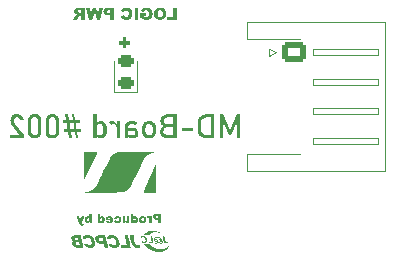
<source format=gbr>
%TF.GenerationSoftware,KiCad,Pcbnew,8.0.1*%
%TF.CreationDate,2024-08-08T23:38:21+09:00*%
%TF.ProjectId,MD-20240410,4d442d32-3032-4343-9034-31302e6b6963,rev?*%
%TF.SameCoordinates,Original*%
%TF.FileFunction,Legend,Bot*%
%TF.FilePolarity,Positive*%
%FSLAX46Y46*%
G04 Gerber Fmt 4.6, Leading zero omitted, Abs format (unit mm)*
G04 Created by KiCad (PCBNEW 8.0.1) date 2024-08-08 23:38:21*
%MOMM*%
%LPD*%
G01*
G04 APERTURE LIST*
G04 Aperture macros list*
%AMRoundRect*
0 Rectangle with rounded corners*
0 $1 Rounding radius*
0 $2 $3 $4 $5 $6 $7 $8 $9 X,Y pos of 4 corners*
0 Add a 4 corners polygon primitive as box body*
4,1,4,$2,$3,$4,$5,$6,$7,$8,$9,$2,$3,0*
0 Add four circle primitives for the rounded corners*
1,1,$1+$1,$2,$3*
1,1,$1+$1,$4,$5*
1,1,$1+$1,$6,$7*
1,1,$1+$1,$8,$9*
0 Add four rect primitives between the rounded corners*
20,1,$1+$1,$2,$3,$4,$5,0*
20,1,$1+$1,$4,$5,$6,$7,0*
20,1,$1+$1,$6,$7,$8,$9,0*
20,1,$1+$1,$8,$9,$2,$3,0*%
%AMHorizOval*
0 Thick line with rounded ends*
0 $1 width*
0 $2 $3 position (X,Y) of the first rounded end (center of the circle)*
0 $4 $5 position (X,Y) of the second rounded end (center of the circle)*
0 Add line between two ends*
20,1,$1,$2,$3,$4,$5,0*
0 Add two circle primitives to create the rounded ends*
1,1,$1,$2,$3*
1,1,$1,$4,$5*%
G04 Aperture macros list end*
%ADD10C,0.000000*%
%ADD11C,0.150000*%
%ADD12C,0.250000*%
%ADD13C,0.120000*%
%ADD14RoundRect,0.250000X0.954594X0.106066X0.106066X0.954594X-0.954594X-0.106066X-0.106066X-0.954594X0*%
%ADD15HorizOval,1.700000X0.106066X0.106066X-0.106066X-0.106066X0*%
%ADD16RoundRect,0.250000X-0.954594X-0.106066X-0.106066X-0.954594X0.954594X0.106066X0.106066X0.954594X0*%
%ADD17HorizOval,1.700000X-0.106066X-0.106066X0.106066X0.106066X0*%
%ADD18C,4.000000*%
%ADD19R,1.700000X1.700000*%
%ADD20O,1.700000X1.700000*%
%ADD21RoundRect,0.250000X0.106066X-0.954594X0.954594X-0.106066X-0.106066X0.954594X-0.954594X0.106066X0*%
%ADD22HorizOval,1.700000X-0.106066X0.106066X0.106066X-0.106066X0*%
%ADD23RoundRect,0.250000X-0.106066X0.954594X-0.954594X0.106066X0.106066X-0.954594X0.954594X-0.106066X0*%
%ADD24RoundRect,0.250000X-0.725000X0.600000X-0.725000X-0.600000X0.725000X-0.600000X0.725000X0.600000X0*%
%ADD25O,1.950000X1.700000*%
%ADD26RoundRect,0.243750X0.456250X-0.243750X0.456250X0.243750X-0.456250X0.243750X-0.456250X-0.243750X0*%
G04 APERTURE END LIST*
D10*
G36*
X-80194Y-11678082D02*
G01*
X-58989Y-11679058D01*
X-39638Y-11680532D01*
X-22793Y-11682508D01*
X-9103Y-11684990D01*
X778Y-11687985D01*
X4088Y-11689675D01*
X6201Y-11691495D01*
X7659Y-11694079D01*
X9628Y-11698966D01*
X14965Y-11715142D01*
X21940Y-11739009D01*
X30278Y-11769547D01*
X39708Y-11805742D01*
X49957Y-11846574D01*
X60751Y-11891028D01*
X71818Y-11938087D01*
X190351Y-12434445D01*
X214627Y-12537914D01*
X233743Y-12624813D01*
X240746Y-12659227D01*
X245715Y-12686114D01*
X248403Y-12704343D01*
X248813Y-12709859D01*
X248560Y-12712787D01*
X247872Y-12713851D01*
X246776Y-12714859D01*
X245238Y-12715814D01*
X243220Y-12716716D01*
X240690Y-12717567D01*
X237609Y-12718366D01*
X233944Y-12719115D01*
X229659Y-12719815D01*
X219085Y-12721072D01*
X205604Y-12722145D01*
X188933Y-12723040D01*
X168788Y-12723767D01*
X144885Y-12724333D01*
X116940Y-12724745D01*
X84670Y-12725011D01*
X47790Y-12725140D01*
X-40930Y-12725014D01*
X-151491Y-12724429D01*
X-546249Y-12721254D01*
X-570591Y-12621770D01*
X-576647Y-12596069D01*
X-581339Y-12574311D01*
X-584692Y-12556174D01*
X-585874Y-12548363D01*
X-586730Y-12541337D01*
X-587264Y-12535055D01*
X-587478Y-12529476D01*
X-587376Y-12524561D01*
X-586961Y-12520269D01*
X-586236Y-12516561D01*
X-585204Y-12513394D01*
X-583869Y-12510731D01*
X-582232Y-12508529D01*
X-581203Y-12507462D01*
X-579892Y-12506443D01*
X-578282Y-12505472D01*
X-576357Y-12504545D01*
X-574103Y-12503663D01*
X-571502Y-12502824D01*
X-568540Y-12502027D01*
X-565199Y-12501269D01*
X-557321Y-12499869D01*
X-547741Y-12498613D01*
X-536331Y-12497490D01*
X-522965Y-12496490D01*
X-507516Y-12495602D01*
X-489855Y-12494814D01*
X-469857Y-12494116D01*
X-447394Y-12493497D01*
X-394564Y-12492453D01*
X-330349Y-12491595D01*
X-91165Y-12488420D01*
X-87990Y-12460904D01*
X-88057Y-12456274D01*
X-89022Y-12448075D01*
X-93464Y-12421778D01*
X-100957Y-12383625D01*
X-111141Y-12335227D01*
X-123657Y-12278196D01*
X-138145Y-12214147D01*
X-171599Y-12071437D01*
X-204093Y-11930265D01*
X-229939Y-11812013D01*
X-246459Y-11729281D01*
X-250385Y-11705173D01*
X-250974Y-11694670D01*
X-249629Y-11692742D01*
X-247039Y-11690926D01*
X-243285Y-11689222D01*
X-238447Y-11687632D01*
X-225850Y-11684794D01*
X-209897Y-11682417D01*
X-191241Y-11680505D01*
X-170532Y-11679062D01*
X-148422Y-11678094D01*
X-125561Y-11677605D01*
X-102602Y-11677599D01*
X-80194Y-11678082D01*
G37*
G36*
X1581642Y-10376909D02*
G01*
X1580834Y-10389714D01*
X1579464Y-10402371D01*
X1577539Y-10414867D01*
X1575068Y-10427188D01*
X1572060Y-10439318D01*
X1568525Y-10451245D01*
X1564469Y-10462953D01*
X1559904Y-10474428D01*
X1554836Y-10485657D01*
X1549276Y-10496625D01*
X1543231Y-10507317D01*
X1536711Y-10517720D01*
X1529724Y-10527820D01*
X1522280Y-10537602D01*
X1514386Y-10547051D01*
X1506052Y-10556155D01*
X1497287Y-10564898D01*
X1488098Y-10573266D01*
X1478496Y-10581246D01*
X1468489Y-10588823D01*
X1458086Y-10595982D01*
X1447294Y-10602709D01*
X1436124Y-10608991D01*
X1424584Y-10614814D01*
X1412683Y-10620161D01*
X1400430Y-10625021D01*
X1387832Y-10629378D01*
X1369098Y-10634664D01*
X1349513Y-10638894D01*
X1329236Y-10642083D01*
X1308424Y-10644250D01*
X1287237Y-10645413D01*
X1265831Y-10645588D01*
X1244365Y-10644794D01*
X1222997Y-10643048D01*
X1201886Y-10640368D01*
X1181189Y-10636771D01*
X1161065Y-10632275D01*
X1141671Y-10626898D01*
X1123166Y-10620656D01*
X1105708Y-10613568D01*
X1089455Y-10605651D01*
X1074566Y-10596923D01*
X1061997Y-10588071D01*
X1050091Y-10578477D01*
X1038852Y-10568186D01*
X1028286Y-10557241D01*
X1018398Y-10545686D01*
X1009193Y-10533565D01*
X1000677Y-10520923D01*
X992854Y-10507802D01*
X985730Y-10494248D01*
X979309Y-10480303D01*
X973598Y-10466012D01*
X968600Y-10451418D01*
X964322Y-10436567D01*
X960769Y-10421500D01*
X957945Y-10406264D01*
X955856Y-10390900D01*
X954507Y-10375454D01*
X954037Y-10363384D01*
X1165583Y-10363384D01*
X1165989Y-10379182D01*
X1166718Y-10392929D01*
X1167222Y-10399137D01*
X1167827Y-10404956D01*
X1168543Y-10410429D01*
X1169375Y-10415595D01*
X1170331Y-10420497D01*
X1171419Y-10425175D01*
X1172645Y-10429672D01*
X1174016Y-10434028D01*
X1175541Y-10438284D01*
X1177226Y-10442483D01*
X1179078Y-10446666D01*
X1181105Y-10450873D01*
X1184721Y-10457341D01*
X1188674Y-10463383D01*
X1192942Y-10469000D01*
X1197504Y-10474193D01*
X1202336Y-10478962D01*
X1207416Y-10483306D01*
X1212724Y-10487228D01*
X1218235Y-10490726D01*
X1223928Y-10493801D01*
X1229781Y-10496454D01*
X1235771Y-10498685D01*
X1241876Y-10500494D01*
X1248075Y-10501883D01*
X1254344Y-10502850D01*
X1260662Y-10503398D01*
X1267006Y-10503525D01*
X1273355Y-10503232D01*
X1279685Y-10502521D01*
X1285975Y-10501390D01*
X1292202Y-10499841D01*
X1298345Y-10497874D01*
X1304381Y-10495490D01*
X1310287Y-10492688D01*
X1316042Y-10489469D01*
X1321624Y-10485833D01*
X1327009Y-10481782D01*
X1332177Y-10477315D01*
X1337104Y-10472432D01*
X1341769Y-10467135D01*
X1346149Y-10461422D01*
X1350222Y-10455296D01*
X1353966Y-10448756D01*
X1357563Y-10440909D01*
X1360681Y-10432017D01*
X1363322Y-10422226D01*
X1365486Y-10411681D01*
X1367175Y-10400529D01*
X1368390Y-10388915D01*
X1369131Y-10376984D01*
X1369400Y-10364883D01*
X1369198Y-10352757D01*
X1368525Y-10340752D01*
X1367383Y-10329014D01*
X1365773Y-10317688D01*
X1363696Y-10306920D01*
X1361152Y-10296856D01*
X1358144Y-10287642D01*
X1354672Y-10279423D01*
X1351928Y-10274239D01*
X1348995Y-10269273D01*
X1345881Y-10264527D01*
X1342596Y-10260005D01*
X1339148Y-10255708D01*
X1335546Y-10251640D01*
X1331799Y-10247803D01*
X1327916Y-10244200D01*
X1323905Y-10240834D01*
X1319777Y-10237707D01*
X1315539Y-10234822D01*
X1311201Y-10232182D01*
X1306772Y-10229790D01*
X1302260Y-10227648D01*
X1297674Y-10225758D01*
X1293024Y-10224125D01*
X1288317Y-10222750D01*
X1283564Y-10221636D01*
X1278773Y-10220785D01*
X1273953Y-10220201D01*
X1269113Y-10219887D01*
X1264261Y-10219844D01*
X1259407Y-10220076D01*
X1254560Y-10220586D01*
X1249728Y-10221376D01*
X1244921Y-10222448D01*
X1240147Y-10223806D01*
X1235415Y-10225452D01*
X1230734Y-10227389D01*
X1226114Y-10229620D01*
X1221562Y-10232147D01*
X1217088Y-10234973D01*
X1213650Y-10237446D01*
X1210347Y-10239973D01*
X1207177Y-10242558D01*
X1204139Y-10245207D01*
X1201230Y-10247924D01*
X1198449Y-10250713D01*
X1195794Y-10253578D01*
X1193265Y-10256525D01*
X1190858Y-10259558D01*
X1188572Y-10262681D01*
X1186406Y-10265898D01*
X1184358Y-10269216D01*
X1182427Y-10272636D01*
X1180610Y-10276166D01*
X1178905Y-10279808D01*
X1177312Y-10283568D01*
X1175829Y-10287449D01*
X1174453Y-10291458D01*
X1173184Y-10295597D01*
X1172019Y-10299871D01*
X1170957Y-10304286D01*
X1169997Y-10308845D01*
X1169135Y-10313554D01*
X1168372Y-10318416D01*
X1167131Y-10328618D01*
X1166262Y-10339490D01*
X1165750Y-10351066D01*
X1165583Y-10363384D01*
X954037Y-10363384D01*
X953904Y-10359970D01*
X954050Y-10344490D01*
X954952Y-10329060D01*
X956615Y-10313722D01*
X959044Y-10298522D01*
X962243Y-10283502D01*
X966219Y-10268707D01*
X970976Y-10254181D01*
X976520Y-10239967D01*
X982855Y-10226110D01*
X989988Y-10212654D01*
X997922Y-10199642D01*
X1006663Y-10187118D01*
X1016217Y-10175127D01*
X1026588Y-10163712D01*
X1038420Y-10152420D01*
X1051131Y-10141837D01*
X1064673Y-10131977D01*
X1078998Y-10122856D01*
X1094059Y-10114486D01*
X1109808Y-10106884D01*
X1126198Y-10100063D01*
X1143181Y-10094038D01*
X1160710Y-10088823D01*
X1178737Y-10084433D01*
X1197215Y-10080882D01*
X1216096Y-10078185D01*
X1235332Y-10076356D01*
X1254877Y-10075410D01*
X1274682Y-10075360D01*
X1294699Y-10076223D01*
X1322596Y-10079109D01*
X1349366Y-10083772D01*
X1374958Y-10090166D01*
X1399320Y-10098249D01*
X1422400Y-10107978D01*
X1444148Y-10119308D01*
X1464510Y-10132198D01*
X1474155Y-10139213D01*
X1483435Y-10146602D01*
X1492343Y-10154359D01*
X1500873Y-10162478D01*
X1509017Y-10170954D01*
X1516770Y-10179782D01*
X1524125Y-10188957D01*
X1531076Y-10198472D01*
X1537616Y-10208322D01*
X1543738Y-10218502D01*
X1549437Y-10229007D01*
X1554706Y-10239831D01*
X1559538Y-10250969D01*
X1563927Y-10262415D01*
X1567866Y-10274164D01*
X1571349Y-10286210D01*
X1574370Y-10298548D01*
X1576921Y-10311173D01*
X1579062Y-10324501D01*
X1580596Y-10337753D01*
X1581531Y-10350914D01*
X1581877Y-10363971D01*
X1581860Y-10364883D01*
X1581642Y-10376909D01*
G37*
G36*
X2817135Y-12194204D02*
G01*
X2817452Y-12201583D01*
X2817591Y-12208291D01*
X2817523Y-12214400D01*
X2817217Y-12219984D01*
X2816645Y-12225115D01*
X2815777Y-12229867D01*
X2814583Y-12234311D01*
X2813854Y-12236441D01*
X2813034Y-12238521D01*
X2812117Y-12240562D01*
X2811100Y-12242570D01*
X2808753Y-12246531D01*
X2805962Y-12250476D01*
X2802698Y-12254479D01*
X2798932Y-12258612D01*
X2794635Y-12262948D01*
X2789776Y-12267560D01*
X2784326Y-12272520D01*
X2776732Y-12278895D01*
X2772890Y-12281804D01*
X2769014Y-12284528D01*
X2765100Y-12287066D01*
X2761146Y-12289419D01*
X2757149Y-12291588D01*
X2753106Y-12293571D01*
X2749012Y-12295370D01*
X2744866Y-12296985D01*
X2740664Y-12298416D01*
X2736404Y-12299663D01*
X2732081Y-12300726D01*
X2727693Y-12301606D01*
X2723237Y-12302302D01*
X2718710Y-12302815D01*
X2714108Y-12303145D01*
X2709429Y-12303293D01*
X2704669Y-12303258D01*
X2699825Y-12303040D01*
X2694895Y-12302641D01*
X2689874Y-12302059D01*
X2679551Y-12300351D01*
X2668832Y-12297918D01*
X2657690Y-12294760D01*
X2646102Y-12290880D01*
X2634043Y-12286279D01*
X2620258Y-12280768D01*
X2614530Y-12278637D01*
X2609486Y-12276919D01*
X2605056Y-12275610D01*
X2601171Y-12274707D01*
X2597759Y-12274208D01*
X2596210Y-12274108D01*
X2594752Y-12274108D01*
X2593379Y-12274207D01*
X2592080Y-12274405D01*
X2590848Y-12274701D01*
X2589674Y-12275096D01*
X2588548Y-12275588D01*
X2587462Y-12276177D01*
X2586408Y-12276864D01*
X2585376Y-12277647D01*
X2583346Y-12279500D01*
X2581302Y-12281735D01*
X2579174Y-12284349D01*
X2576893Y-12287337D01*
X2575801Y-12288785D01*
X2574702Y-12290154D01*
X2573591Y-12291444D01*
X2572461Y-12292658D01*
X2571307Y-12293795D01*
X2570121Y-12294858D01*
X2568899Y-12295846D01*
X2567633Y-12296763D01*
X2566317Y-12297608D01*
X2564945Y-12298383D01*
X2563512Y-12299089D01*
X2562010Y-12299727D01*
X2560434Y-12300298D01*
X2558777Y-12300804D01*
X2557034Y-12301246D01*
X2555197Y-12301625D01*
X2553261Y-12301941D01*
X2551220Y-12302197D01*
X2549067Y-12302392D01*
X2546797Y-12302530D01*
X2544402Y-12302610D01*
X2541877Y-12302634D01*
X2539216Y-12302603D01*
X2536412Y-12302517D01*
X2530351Y-12302190D01*
X2523646Y-12301662D01*
X2516245Y-12300941D01*
X2508101Y-12300037D01*
X2494793Y-12298182D01*
X2481664Y-12295799D01*
X2468729Y-12292901D01*
X2455999Y-12289499D01*
X2443488Y-12285606D01*
X2431208Y-12281233D01*
X2419173Y-12276394D01*
X2407394Y-12271098D01*
X2384659Y-12259189D01*
X2363105Y-12245603D01*
X2342835Y-12230436D01*
X2323951Y-12213783D01*
X2306555Y-12195741D01*
X2298448Y-12186229D01*
X2290750Y-12176406D01*
X2283476Y-12166284D01*
X2276638Y-12155875D01*
X2270249Y-12145190D01*
X2264321Y-12134242D01*
X2258867Y-12123044D01*
X2253901Y-12111606D01*
X2249435Y-12099940D01*
X2245482Y-12088060D01*
X2242054Y-12075977D01*
X2239164Y-12063703D01*
X2236826Y-12051249D01*
X2235051Y-12038629D01*
X2234185Y-12029728D01*
X2233765Y-12020892D01*
X2233785Y-12012129D01*
X2234239Y-12003447D01*
X2235120Y-11994856D01*
X2236421Y-11986362D01*
X2238137Y-11977976D01*
X2240260Y-11969705D01*
X2242785Y-11961558D01*
X2245706Y-11953543D01*
X2249015Y-11945670D01*
X2252706Y-11937946D01*
X2256773Y-11930381D01*
X2261210Y-11922982D01*
X2266010Y-11915758D01*
X2271167Y-11908718D01*
X2276674Y-11901870D01*
X2282525Y-11895223D01*
X2288714Y-11888786D01*
X2295234Y-11882566D01*
X2302078Y-11876572D01*
X2309241Y-11870814D01*
X2316716Y-11865298D01*
X2324497Y-11860035D01*
X2332577Y-11855032D01*
X2340950Y-11850298D01*
X2349609Y-11845842D01*
X2358548Y-11841671D01*
X2367760Y-11837795D01*
X2377240Y-11834223D01*
X2386981Y-11830961D01*
X2396976Y-11828020D01*
X2409434Y-11824918D01*
X2423269Y-11822350D01*
X2438295Y-11820307D01*
X2454325Y-11818776D01*
X2471173Y-11817748D01*
X2488654Y-11817212D01*
X2506582Y-11817156D01*
X2524770Y-11817569D01*
X2543033Y-11818442D01*
X2561183Y-11819762D01*
X2579037Y-11821520D01*
X2596406Y-11823704D01*
X2613106Y-11826304D01*
X2628950Y-11829308D01*
X2643752Y-11832706D01*
X2657326Y-11836487D01*
X2688189Y-11847455D01*
X2717645Y-11860082D01*
X2745653Y-11874320D01*
X2772172Y-11890115D01*
X2797159Y-11907417D01*
X2820572Y-11926175D01*
X2842370Y-11946337D01*
X2862511Y-11967853D01*
X2880952Y-11990671D01*
X2897653Y-12014740D01*
X2912570Y-12040009D01*
X2925663Y-12066426D01*
X2936890Y-12093942D01*
X2946208Y-12122504D01*
X2953576Y-12152061D01*
X2958951Y-12182562D01*
X2960028Y-12192160D01*
X2960683Y-12201700D01*
X2960920Y-12211172D01*
X2960746Y-12220569D01*
X2960165Y-12229881D01*
X2959184Y-12239100D01*
X2957807Y-12248218D01*
X2956041Y-12257224D01*
X2953890Y-12266111D01*
X2951360Y-12274870D01*
X2948456Y-12283493D01*
X2945185Y-12291969D01*
X2937558Y-12308451D01*
X2928524Y-12324246D01*
X2918126Y-12339285D01*
X2906407Y-12353497D01*
X2893410Y-12366814D01*
X2879179Y-12379164D01*
X2863758Y-12390479D01*
X2847190Y-12400688D01*
X2829517Y-12409723D01*
X2820281Y-12413777D01*
X2810785Y-12417512D01*
X2779163Y-12428050D01*
X2746030Y-12436285D01*
X2711709Y-12442269D01*
X2676525Y-12446054D01*
X2640801Y-12447694D01*
X2604862Y-12447240D01*
X2569032Y-12444747D01*
X2533634Y-12440266D01*
X2498992Y-12433851D01*
X2465431Y-12425553D01*
X2433275Y-12415426D01*
X2402847Y-12403522D01*
X2374472Y-12389895D01*
X2348473Y-12374596D01*
X2325175Y-12357678D01*
X2314640Y-12348629D01*
X2304901Y-12339195D01*
X2269976Y-12303212D01*
X2297493Y-12303212D01*
X2300549Y-12303395D01*
X2304130Y-12303933D01*
X2308192Y-12304810D01*
X2312690Y-12306007D01*
X2317578Y-12307508D01*
X2322812Y-12309295D01*
X2328347Y-12311353D01*
X2334138Y-12313663D01*
X2340139Y-12316209D01*
X2346307Y-12318973D01*
X2352595Y-12321939D01*
X2358959Y-12325090D01*
X2365354Y-12328408D01*
X2371735Y-12331876D01*
X2378058Y-12335478D01*
X2384276Y-12339195D01*
X2402198Y-12349252D01*
X2420987Y-12358382D01*
X2440571Y-12366575D01*
X2460873Y-12373823D01*
X2481821Y-12380115D01*
X2503339Y-12385444D01*
X2525353Y-12389798D01*
X2547789Y-12393170D01*
X2570572Y-12395550D01*
X2593628Y-12396928D01*
X2616882Y-12397296D01*
X2640261Y-12396643D01*
X2663689Y-12394961D01*
X2687092Y-12392240D01*
X2710396Y-12388471D01*
X2733526Y-12383645D01*
X2753170Y-12378450D01*
X2771614Y-12372396D01*
X2788849Y-12365493D01*
X2804865Y-12357749D01*
X2812413Y-12353565D01*
X2819653Y-12349175D01*
X2826584Y-12344579D01*
X2833204Y-12339778D01*
X2839513Y-12334775D01*
X2845509Y-12329570D01*
X2851191Y-12324163D01*
X2856558Y-12318558D01*
X2861608Y-12312754D01*
X2866341Y-12306752D01*
X2870756Y-12300555D01*
X2874851Y-12294162D01*
X2878625Y-12287576D01*
X2882077Y-12280797D01*
X2885206Y-12273827D01*
X2888010Y-12266666D01*
X2890489Y-12259317D01*
X2892641Y-12251779D01*
X2894465Y-12244054D01*
X2895960Y-12236144D01*
X2897125Y-12228050D01*
X2897958Y-12219772D01*
X2898459Y-12211311D01*
X2898626Y-12202670D01*
X2897826Y-12179822D01*
X2895445Y-12157348D01*
X2891517Y-12135302D01*
X2886075Y-12113737D01*
X2879151Y-12092705D01*
X2870777Y-12072260D01*
X2860986Y-12052453D01*
X2849811Y-12033337D01*
X2837284Y-12014966D01*
X2823437Y-11997391D01*
X2808304Y-11980666D01*
X2791917Y-11964843D01*
X2774308Y-11949975D01*
X2755509Y-11936115D01*
X2735555Y-11923315D01*
X2714476Y-11911629D01*
X2702713Y-11905631D01*
X2691906Y-11900307D01*
X2681871Y-11895613D01*
X2672424Y-11891504D01*
X2663380Y-11887934D01*
X2654554Y-11884858D01*
X2645763Y-11882232D01*
X2636821Y-11880011D01*
X2627544Y-11878149D01*
X2617748Y-11876602D01*
X2607249Y-11875325D01*
X2595860Y-11874273D01*
X2583399Y-11873400D01*
X2569681Y-11872663D01*
X2537735Y-11871412D01*
X2506745Y-11870494D01*
X2481312Y-11870221D01*
X2470338Y-11870373D01*
X2460344Y-11870742D01*
X2451193Y-11871347D01*
X2442749Y-11872206D01*
X2434876Y-11873337D01*
X2427436Y-11874761D01*
X2420295Y-11876494D01*
X2413314Y-11878556D01*
X2406359Y-11880965D01*
X2399291Y-11883740D01*
X2384276Y-11890462D01*
X2379271Y-11893173D01*
X2374202Y-11896130D01*
X2369101Y-11899303D01*
X2364003Y-11902666D01*
X2358942Y-11906190D01*
X2353953Y-11909847D01*
X2349069Y-11913609D01*
X2344324Y-11917449D01*
X2339753Y-11921339D01*
X2335390Y-11925251D01*
X2331269Y-11929156D01*
X2327424Y-11933027D01*
X2323889Y-11936836D01*
X2320698Y-11940555D01*
X2317885Y-11944156D01*
X2315485Y-11947612D01*
X2311018Y-11955616D01*
X2307137Y-11963935D01*
X2303832Y-11972540D01*
X2301092Y-11981404D01*
X2298908Y-11990501D01*
X2297269Y-11999804D01*
X2296167Y-12009285D01*
X2295591Y-12018917D01*
X2295532Y-12028673D01*
X2295978Y-12038526D01*
X2296921Y-12048449D01*
X2298351Y-12058415D01*
X2300257Y-12068395D01*
X2302630Y-12078365D01*
X2308738Y-12098160D01*
X2316594Y-12117583D01*
X2326120Y-12136417D01*
X2337236Y-12154445D01*
X2343366Y-12163089D01*
X2349864Y-12171449D01*
X2356720Y-12179500D01*
X2363924Y-12187214D01*
X2371467Y-12194563D01*
X2379338Y-12201521D01*
X2387528Y-12208060D01*
X2396026Y-12214154D01*
X2404823Y-12219775D01*
X2413910Y-12224895D01*
X2420299Y-12228070D01*
X2426725Y-12230848D01*
X2433127Y-12233230D01*
X2439442Y-12235214D01*
X2445608Y-12236802D01*
X2451563Y-12237992D01*
X2457246Y-12238786D01*
X2462593Y-12239183D01*
X2467544Y-12239183D01*
X2472035Y-12238786D01*
X2476006Y-12237992D01*
X2477777Y-12237446D01*
X2479394Y-12236802D01*
X2480850Y-12236057D01*
X2482137Y-12235214D01*
X2483247Y-12234271D01*
X2484173Y-12233230D01*
X2484907Y-12232089D01*
X2485440Y-12230848D01*
X2485766Y-12229509D01*
X2485876Y-12228070D01*
X2485583Y-12226222D01*
X2484723Y-12223103D01*
X2481411Y-12213336D01*
X2476165Y-12199328D01*
X2469208Y-12181636D01*
X2460762Y-12160819D01*
X2451051Y-12137434D01*
X2440298Y-12112040D01*
X2428726Y-12085195D01*
X2420746Y-12067204D01*
X2517626Y-12067204D01*
X2517874Y-12074712D01*
X2518605Y-12082340D01*
X2519799Y-12090064D01*
X2521438Y-12097860D01*
X2523501Y-12105705D01*
X2525970Y-12113575D01*
X2532046Y-12129298D01*
X2539511Y-12144841D01*
X2548210Y-12160017D01*
X2557989Y-12174637D01*
X2568691Y-12188515D01*
X2580162Y-12201463D01*
X2592247Y-12213293D01*
X2604791Y-12223818D01*
X2617639Y-12232849D01*
X2624128Y-12236747D01*
X2630635Y-12240201D01*
X2637141Y-12243187D01*
X2643626Y-12245684D01*
X2650070Y-12247666D01*
X2656455Y-12249111D01*
X2662761Y-12249995D01*
X2668968Y-12250295D01*
X2676971Y-12250105D01*
X2684322Y-12249520D01*
X2687759Y-12249072D01*
X2691041Y-12248516D01*
X2694169Y-12247850D01*
X2697146Y-12247071D01*
X2699974Y-12246175D01*
X2702656Y-12245160D01*
X2705193Y-12244023D01*
X2707589Y-12242761D01*
X2709845Y-12241371D01*
X2711964Y-12239850D01*
X2713948Y-12238196D01*
X2715799Y-12236405D01*
X2717520Y-12234474D01*
X2719114Y-12232401D01*
X2720582Y-12230183D01*
X2721926Y-12227816D01*
X2723150Y-12225298D01*
X2724255Y-12222626D01*
X2725243Y-12219798D01*
X2726118Y-12216809D01*
X2726881Y-12213658D01*
X2727535Y-12210340D01*
X2728082Y-12206855D01*
X2728524Y-12203197D01*
X2729104Y-12195357D01*
X2729293Y-12186795D01*
X2728839Y-12175635D01*
X2727698Y-12164593D01*
X2725900Y-12153698D01*
X2723478Y-12142976D01*
X2720463Y-12132453D01*
X2716887Y-12122155D01*
X2712780Y-12112110D01*
X2708176Y-12102344D01*
X2703105Y-12092883D01*
X2697599Y-12083754D01*
X2691689Y-12074983D01*
X2685407Y-12066598D01*
X2678785Y-12058624D01*
X2671855Y-12051089D01*
X2664647Y-12044018D01*
X2657194Y-12037438D01*
X2649527Y-12031376D01*
X2641677Y-12025859D01*
X2633677Y-12020912D01*
X2625558Y-12016563D01*
X2617351Y-12012838D01*
X2609088Y-12009763D01*
X2600800Y-12007365D01*
X2592520Y-12005671D01*
X2584278Y-12004708D01*
X2576107Y-12004501D01*
X2568038Y-12005077D01*
X2560102Y-12006463D01*
X2552332Y-12008686D01*
X2544758Y-12011771D01*
X2537412Y-12015746D01*
X2530326Y-12020637D01*
X2529731Y-12021179D01*
X2529137Y-12021811D01*
X2528546Y-12022530D01*
X2527957Y-12023332D01*
X2526796Y-12025176D01*
X2525663Y-12027318D01*
X2524567Y-12029732D01*
X2523517Y-12032394D01*
X2522524Y-12035280D01*
X2521595Y-12038364D01*
X2520741Y-12041622D01*
X2519970Y-12045028D01*
X2519293Y-12048559D01*
X2518718Y-12052189D01*
X2518254Y-12055893D01*
X2517912Y-12059646D01*
X2517699Y-12063425D01*
X2517626Y-12067204D01*
X2420746Y-12067204D01*
X2370518Y-11953962D01*
X2407560Y-11953962D01*
X2411550Y-11954060D01*
X2415567Y-11954346D01*
X2419591Y-11954813D01*
X2423600Y-11955450D01*
X2427571Y-11956249D01*
X2431484Y-11957199D01*
X2435316Y-11958292D01*
X2439045Y-11959518D01*
X2442650Y-11960869D01*
X2446110Y-11962334D01*
X2449403Y-11963904D01*
X2452506Y-11965571D01*
X2455398Y-11967324D01*
X2458058Y-11969155D01*
X2460463Y-11971054D01*
X2462593Y-11973012D01*
X2465964Y-11976361D01*
X2468974Y-11979263D01*
X2471683Y-11981718D01*
X2472944Y-11982779D01*
X2474152Y-11983728D01*
X2475315Y-11984565D01*
X2476441Y-11985290D01*
X2477537Y-11985904D01*
X2478611Y-11986406D01*
X2479670Y-11986797D01*
X2480721Y-11987076D01*
X2481773Y-11987244D01*
X2482834Y-11987299D01*
X2483909Y-11987244D01*
X2485008Y-11987076D01*
X2486137Y-11986797D01*
X2487305Y-11986406D01*
X2488518Y-11985904D01*
X2489784Y-11985290D01*
X2491112Y-11984565D01*
X2492507Y-11983728D01*
X2493979Y-11982779D01*
X2495534Y-11981718D01*
X2498926Y-11979263D01*
X2502742Y-11976361D01*
X2507043Y-11973012D01*
X2509768Y-11971054D01*
X2512769Y-11969155D01*
X2516024Y-11967324D01*
X2519511Y-11965571D01*
X2523210Y-11963904D01*
X2527098Y-11962334D01*
X2531153Y-11960869D01*
X2535353Y-11959518D01*
X2539678Y-11958292D01*
X2544105Y-11957199D01*
X2548613Y-11956249D01*
X2553180Y-11955450D01*
X2557784Y-11954813D01*
X2562403Y-11954346D01*
X2567016Y-11954060D01*
X2571601Y-11953962D01*
X2582629Y-11954312D01*
X2593672Y-11955346D01*
X2604705Y-11957043D01*
X2615706Y-11959380D01*
X2626652Y-11962334D01*
X2637521Y-11965885D01*
X2648288Y-11970008D01*
X2658930Y-11974682D01*
X2669426Y-11979885D01*
X2679751Y-11985594D01*
X2689883Y-11991788D01*
X2699798Y-11998443D01*
X2709474Y-12005538D01*
X2718887Y-12013050D01*
X2728015Y-12020956D01*
X2736834Y-12029236D01*
X2745321Y-12037866D01*
X2753453Y-12046824D01*
X2761207Y-12056088D01*
X2768561Y-12065635D01*
X2775490Y-12075443D01*
X2781973Y-12085491D01*
X2787985Y-12095755D01*
X2793504Y-12106213D01*
X2798507Y-12116844D01*
X2802970Y-12127624D01*
X2806872Y-12138532D01*
X2810187Y-12149545D01*
X2812894Y-12160641D01*
X2814970Y-12171798D01*
X2816391Y-12182993D01*
X2816643Y-12186795D01*
X2817135Y-12194204D01*
G37*
G36*
X2797533Y-10635728D02*
G01*
X2557644Y-10635728D01*
X2557644Y-10353506D01*
X2465216Y-10353506D01*
X2435000Y-10353079D01*
X2406743Y-10351775D01*
X2380372Y-10349562D01*
X2355811Y-10346406D01*
X2332986Y-10342275D01*
X2311824Y-10337135D01*
X2292249Y-10330953D01*
X2274187Y-10323696D01*
X2257564Y-10315332D01*
X2242305Y-10305826D01*
X2228335Y-10295146D01*
X2215582Y-10283259D01*
X2203969Y-10270132D01*
X2193423Y-10255731D01*
X2183869Y-10240025D01*
X2175233Y-10222978D01*
X2172725Y-10217439D01*
X2170484Y-10212137D01*
X2168495Y-10206978D01*
X2166744Y-10201867D01*
X2165216Y-10196710D01*
X2163897Y-10191414D01*
X2162772Y-10185885D01*
X2161827Y-10180028D01*
X2161048Y-10173749D01*
X2160419Y-10166954D01*
X2159926Y-10159550D01*
X2159556Y-10151442D01*
X2159293Y-10142535D01*
X2159123Y-10132737D01*
X2159034Y-10115660D01*
X2382458Y-10115660D01*
X2382593Y-10120475D01*
X2382986Y-10125268D01*
X2383636Y-10130021D01*
X2384540Y-10134721D01*
X2385696Y-10139352D01*
X2387102Y-10143899D01*
X2388755Y-10148346D01*
X2390654Y-10152679D01*
X2392797Y-10156882D01*
X2395180Y-10160939D01*
X2397802Y-10164836D01*
X2400661Y-10168557D01*
X2403755Y-10172088D01*
X2407080Y-10175412D01*
X2410636Y-10178514D01*
X2414420Y-10181380D01*
X2418429Y-10183995D01*
X2422662Y-10186341D01*
X2427116Y-10188406D01*
X2429980Y-10189447D01*
X2433258Y-10190451D01*
X2436918Y-10191414D01*
X2440929Y-10192331D01*
X2445259Y-10193198D01*
X2449874Y-10194012D01*
X2459836Y-10195462D01*
X2470559Y-10196647D01*
X2481785Y-10197534D01*
X2493260Y-10198091D01*
X2504727Y-10198284D01*
X2557644Y-10198284D01*
X2557644Y-10034595D01*
X2490616Y-10037417D01*
X2470221Y-10038210D01*
X2454059Y-10039126D01*
X2447339Y-10039690D01*
X2441403Y-10040357D01*
X2436163Y-10041149D01*
X2431526Y-10042091D01*
X2427401Y-10043207D01*
X2423698Y-10044521D01*
X2420326Y-10046056D01*
X2417194Y-10047835D01*
X2414211Y-10049883D01*
X2411285Y-10052224D01*
X2408326Y-10054881D01*
X2405244Y-10057878D01*
X2401816Y-10061609D01*
X2398676Y-10065514D01*
X2395820Y-10069579D01*
X2393248Y-10073789D01*
X2390956Y-10078128D01*
X2388942Y-10082581D01*
X2387205Y-10087132D01*
X2385742Y-10091767D01*
X2384550Y-10096470D01*
X2383628Y-10101226D01*
X2382974Y-10106020D01*
X2382585Y-10110836D01*
X2382458Y-10115660D01*
X2159034Y-10115660D01*
X2159005Y-10110089D01*
X2159150Y-10088230D01*
X2159633Y-10069884D01*
X2160530Y-10054465D01*
X2161157Y-10047670D01*
X2161915Y-10041386D01*
X2162814Y-10035540D01*
X2163862Y-10030060D01*
X2165070Y-10024871D01*
X2166446Y-10019900D01*
X2168000Y-10015073D01*
X2169741Y-10010318D01*
X2173822Y-10000728D01*
X2177699Y-9992891D01*
X2181920Y-9985257D01*
X2186483Y-9977832D01*
X2191383Y-9970621D01*
X2196619Y-9963629D01*
X2202186Y-9956861D01*
X2208081Y-9950323D01*
X2214303Y-9944019D01*
X2220847Y-9937955D01*
X2227710Y-9932136D01*
X2234889Y-9926568D01*
X2242382Y-9921254D01*
X2250184Y-9916201D01*
X2258294Y-9911413D01*
X2266707Y-9906897D01*
X2275422Y-9902656D01*
X2314227Y-9884312D01*
X2555527Y-9882195D01*
X2797533Y-9880078D01*
X2797533Y-10034595D01*
X2797533Y-10635728D01*
G37*
G36*
X-3682995Y-10107973D02*
G01*
X-3720742Y-10198637D01*
X-3798705Y-10384550D01*
X-3905244Y-10637845D01*
X-3887606Y-10668184D01*
X-3885231Y-10672038D01*
X-3882863Y-10675667D01*
X-3880490Y-10679076D01*
X-3878103Y-10682273D01*
X-3875691Y-10685263D01*
X-3873244Y-10688052D01*
X-3870751Y-10690648D01*
X-3868203Y-10693055D01*
X-3865588Y-10695280D01*
X-3862897Y-10697329D01*
X-3860120Y-10699209D01*
X-3857245Y-10700926D01*
X-3854262Y-10702486D01*
X-3851162Y-10703894D01*
X-3847934Y-10705158D01*
X-3844567Y-10706284D01*
X-3839134Y-10707748D01*
X-3832720Y-10708968D01*
X-3825469Y-10709949D01*
X-3817524Y-10710693D01*
X-3809030Y-10711207D01*
X-3800129Y-10711493D01*
X-3790966Y-10711555D01*
X-3781684Y-10711399D01*
X-3772427Y-10711028D01*
X-3763338Y-10710445D01*
X-3754562Y-10709656D01*
X-3746241Y-10708665D01*
X-3738520Y-10707475D01*
X-3731541Y-10706091D01*
X-3725450Y-10704516D01*
X-3720389Y-10702756D01*
X-3718502Y-10702047D01*
X-3717630Y-10701759D01*
X-3716805Y-10701518D01*
X-3716024Y-10701326D01*
X-3715287Y-10701184D01*
X-3714593Y-10701094D01*
X-3713940Y-10701058D01*
X-3713327Y-10701078D01*
X-3712754Y-10701156D01*
X-3712219Y-10701293D01*
X-3711720Y-10701491D01*
X-3711257Y-10701752D01*
X-3710829Y-10702078D01*
X-3710433Y-10702471D01*
X-3710070Y-10702932D01*
X-3709739Y-10703464D01*
X-3709436Y-10704068D01*
X-3709163Y-10704745D01*
X-3708917Y-10705498D01*
X-3708698Y-10706329D01*
X-3708503Y-10707239D01*
X-3708333Y-10708230D01*
X-3708185Y-10709304D01*
X-3708060Y-10710463D01*
X-3707954Y-10711709D01*
X-3707801Y-10714467D01*
X-3707716Y-10717592D01*
X-3707689Y-10721101D01*
X-3708415Y-10734943D01*
X-3709927Y-10752597D01*
X-3712018Y-10772384D01*
X-3714480Y-10792626D01*
X-3717108Y-10811644D01*
X-3719695Y-10827761D01*
X-3722033Y-10839296D01*
X-3723045Y-10842822D01*
X-3723917Y-10844573D01*
X-3725064Y-10845360D01*
X-3726892Y-10846133D01*
X-3732443Y-10847628D01*
X-3740265Y-10849042D01*
X-3750055Y-10850360D01*
X-3774332Y-10852646D01*
X-3802851Y-10854362D01*
X-3833188Y-10855383D01*
X-3862922Y-10855586D01*
X-3876806Y-10855341D01*
X-3889630Y-10854846D01*
X-3901092Y-10854084D01*
X-3910889Y-10853039D01*
X-3925873Y-10850991D01*
X-3939908Y-10848523D01*
X-3953054Y-10845599D01*
X-3965371Y-10842180D01*
X-3976919Y-10838228D01*
X-3987759Y-10833704D01*
X-3997949Y-10828570D01*
X-4007550Y-10822789D01*
X-4016622Y-10816321D01*
X-4025225Y-10809128D01*
X-4033418Y-10801173D01*
X-4041262Y-10792417D01*
X-4048817Y-10782821D01*
X-4056142Y-10772348D01*
X-4063298Y-10760960D01*
X-4070344Y-10748617D01*
X-4115246Y-10636092D01*
X-4200960Y-10412508D01*
X-4284161Y-10191702D01*
X-4321522Y-10087512D01*
X-4321387Y-10087383D01*
X-4320985Y-10087263D01*
X-4319410Y-10087047D01*
X-4313353Y-10086707D01*
X-4303774Y-10086482D01*
X-4291095Y-10086365D01*
X-4258122Y-10086420D01*
X-4217806Y-10086806D01*
X-4114089Y-10088923D01*
X-4064700Y-10259667D01*
X-4044900Y-10326188D01*
X-4028011Y-10381199D01*
X-4015885Y-10419012D01*
X-4012186Y-10429692D01*
X-4010372Y-10433939D01*
X-4010141Y-10434025D01*
X-4009846Y-10433888D01*
X-4009487Y-10433534D01*
X-4009069Y-10432968D01*
X-4008056Y-10431219D01*
X-4006822Y-10428681D01*
X-4005382Y-10425395D01*
X-4003749Y-10421401D01*
X-3999965Y-10411450D01*
X-3995586Y-10399151D01*
X-3990727Y-10384826D01*
X-3985504Y-10368798D01*
X-3980033Y-10351389D01*
X-3925000Y-10175000D01*
X-3896778Y-10085395D01*
X-3673117Y-10085395D01*
X-3682995Y-10107973D01*
G37*
G36*
X1732192Y-10077315D02*
G01*
X1736517Y-10077754D01*
X1740610Y-10078339D01*
X1747212Y-10079665D01*
X1753536Y-10081268D01*
X1759605Y-10083162D01*
X1765437Y-10085362D01*
X1771055Y-10087880D01*
X1776478Y-10090729D01*
X1781728Y-10093924D01*
X1786824Y-10097478D01*
X1791789Y-10101403D01*
X1796641Y-10105714D01*
X1801403Y-10110424D01*
X1806095Y-10115546D01*
X1810737Y-10121095D01*
X1815350Y-10127082D01*
X1819954Y-10133522D01*
X1824571Y-10140428D01*
X1845033Y-10172884D01*
X1845033Y-10085395D01*
X2042588Y-10085395D01*
X2042588Y-10635728D01*
X1830922Y-10635728D01*
X1830922Y-10517195D01*
X1830537Y-10473961D01*
X1829333Y-10434918D01*
X1827233Y-10399921D01*
X1824164Y-10368830D01*
X1820048Y-10341500D01*
X1814811Y-10317790D01*
X1808377Y-10297557D01*
X1804688Y-10288699D01*
X1800671Y-10280657D01*
X1796317Y-10273414D01*
X1791617Y-10266950D01*
X1786561Y-10261248D01*
X1781140Y-10256291D01*
X1775344Y-10252060D01*
X1769164Y-10248538D01*
X1762591Y-10245707D01*
X1755614Y-10243550D01*
X1748226Y-10242047D01*
X1740415Y-10241182D01*
X1732173Y-10240936D01*
X1723491Y-10241292D01*
X1704766Y-10243739D01*
X1684166Y-10248378D01*
X1683548Y-10248500D01*
X1682885Y-10248470D01*
X1682176Y-10248289D01*
X1681423Y-10247958D01*
X1680626Y-10247477D01*
X1679785Y-10246848D01*
X1678899Y-10246071D01*
X1677970Y-10245148D01*
X1676998Y-10244079D01*
X1675982Y-10242865D01*
X1674923Y-10241507D01*
X1673822Y-10240007D01*
X1671493Y-10236580D01*
X1668996Y-10232591D01*
X1666334Y-10228049D01*
X1663509Y-10222960D01*
X1660523Y-10217332D01*
X1657377Y-10211171D01*
X1654074Y-10204485D01*
X1650616Y-10197282D01*
X1647005Y-10189568D01*
X1643244Y-10181350D01*
X1631249Y-10153988D01*
X1621371Y-10130727D01*
X1614669Y-10114080D01*
X1612839Y-10109023D01*
X1612199Y-10106562D01*
X1612447Y-10105033D01*
X1613176Y-10103493D01*
X1614362Y-10101947D01*
X1615981Y-10100400D01*
X1618008Y-10098858D01*
X1620422Y-10097326D01*
X1623197Y-10095810D01*
X1626310Y-10094314D01*
X1633455Y-10091404D01*
X1641667Y-10088640D01*
X1650755Y-10086064D01*
X1660530Y-10083719D01*
X1670800Y-10081647D01*
X1681377Y-10079890D01*
X1692069Y-10078490D01*
X1702687Y-10077490D01*
X1713040Y-10076933D01*
X1722938Y-10076861D01*
X1732192Y-10077315D01*
G37*
G36*
X-845051Y-10076770D02*
G01*
X-820530Y-10077815D01*
X-795156Y-10079750D01*
X-775868Y-10081918D01*
X-756936Y-10085221D01*
X-738420Y-10089620D01*
X-720378Y-10095074D01*
X-702870Y-10101546D01*
X-685954Y-10108995D01*
X-669688Y-10117383D01*
X-654133Y-10126670D01*
X-639347Y-10136817D01*
X-625389Y-10147784D01*
X-612317Y-10159533D01*
X-600191Y-10172024D01*
X-589070Y-10185218D01*
X-579012Y-10199075D01*
X-570077Y-10213556D01*
X-562323Y-10228623D01*
X-555890Y-10243712D01*
X-550348Y-10259773D01*
X-545694Y-10276655D01*
X-541928Y-10294206D01*
X-539046Y-10312274D01*
X-537047Y-10330706D01*
X-535928Y-10349352D01*
X-535688Y-10368058D01*
X-536324Y-10386674D01*
X-537835Y-10405046D01*
X-540218Y-10423024D01*
X-543471Y-10440455D01*
X-547593Y-10457187D01*
X-552580Y-10473069D01*
X-558432Y-10487948D01*
X-565145Y-10501673D01*
X-569590Y-10509555D01*
X-574195Y-10517195D01*
X-578965Y-10524595D01*
X-583902Y-10531758D01*
X-589010Y-10538685D01*
X-594292Y-10545379D01*
X-599753Y-10551840D01*
X-605395Y-10558073D01*
X-611222Y-10564078D01*
X-617238Y-10569858D01*
X-623445Y-10575415D01*
X-629848Y-10580750D01*
X-636450Y-10585866D01*
X-643255Y-10590766D01*
X-650265Y-10595450D01*
X-657485Y-10599921D01*
X-664917Y-10604182D01*
X-672567Y-10608234D01*
X-680436Y-10612079D01*
X-688528Y-10615719D01*
X-696847Y-10619157D01*
X-705397Y-10622394D01*
X-714180Y-10625433D01*
X-723201Y-10628276D01*
X-741968Y-10633380D01*
X-761726Y-10637724D01*
X-782504Y-10641323D01*
X-804328Y-10644195D01*
X-835464Y-10646833D01*
X-865364Y-10647873D01*
X-894016Y-10647319D01*
X-921406Y-10645176D01*
X-947524Y-10641450D01*
X-972355Y-10636146D01*
X-995889Y-10629268D01*
X-1018112Y-10620823D01*
X-1039012Y-10610815D01*
X-1058576Y-10599250D01*
X-1076793Y-10586132D01*
X-1093650Y-10571468D01*
X-1109135Y-10555261D01*
X-1123234Y-10537517D01*
X-1135936Y-10518241D01*
X-1147228Y-10497439D01*
X-1151546Y-10488514D01*
X-1155441Y-10479878D01*
X-1158824Y-10471754D01*
X-1161604Y-10464366D01*
X-1163689Y-10457938D01*
X-1164443Y-10455153D01*
X-1164988Y-10452692D01*
X-1165315Y-10450582D01*
X-1165412Y-10448851D01*
X-1165266Y-10447528D01*
X-1165099Y-10447027D01*
X-1164867Y-10446639D01*
X-1164548Y-10446298D01*
X-1163991Y-10445938D01*
X-1162188Y-10445162D01*
X-1159509Y-10444320D01*
X-1156004Y-10443420D01*
X-1151721Y-10442471D01*
X-1146710Y-10441480D01*
X-1134705Y-10439407D01*
X-1120384Y-10437269D01*
X-1104145Y-10435130D01*
X-1086385Y-10433057D01*
X-1067500Y-10431117D01*
X-1037930Y-10428347D01*
X-1015223Y-10426421D01*
X-998370Y-10425387D01*
X-991823Y-10425221D01*
X-986362Y-10425296D01*
X-981859Y-10425620D01*
X-978190Y-10426198D01*
X-975227Y-10427036D01*
X-972846Y-10428141D01*
X-970919Y-10429518D01*
X-969321Y-10431175D01*
X-967925Y-10433117D01*
X-966606Y-10435350D01*
X-965816Y-10436794D01*
X-964779Y-10438465D01*
X-963515Y-10440342D01*
X-962042Y-10442406D01*
X-958545Y-10447009D01*
X-954435Y-10452107D01*
X-949863Y-10457537D01*
X-944976Y-10463132D01*
X-939924Y-10468726D01*
X-934856Y-10474156D01*
X-930191Y-10478741D01*
X-925335Y-10482972D01*
X-920301Y-10486852D01*
X-915106Y-10490382D01*
X-909764Y-10493565D01*
X-904291Y-10496401D01*
X-898700Y-10498894D01*
X-893008Y-10501044D01*
X-887229Y-10502855D01*
X-881378Y-10504327D01*
X-875470Y-10505464D01*
X-869521Y-10506266D01*
X-863544Y-10506735D01*
X-857556Y-10506875D01*
X-851571Y-10506686D01*
X-845603Y-10506171D01*
X-839669Y-10505331D01*
X-833783Y-10504168D01*
X-827960Y-10502685D01*
X-822215Y-10500883D01*
X-816563Y-10498764D01*
X-811019Y-10496331D01*
X-805599Y-10493584D01*
X-800316Y-10490527D01*
X-795186Y-10487161D01*
X-790223Y-10483487D01*
X-785444Y-10479509D01*
X-780863Y-10475227D01*
X-776495Y-10470644D01*
X-772354Y-10465761D01*
X-768457Y-10460581D01*
X-764817Y-10455106D01*
X-762302Y-10450845D01*
X-760038Y-10446745D01*
X-758015Y-10442739D01*
X-756218Y-10438757D01*
X-754637Y-10434729D01*
X-753258Y-10430587D01*
X-752070Y-10426260D01*
X-751059Y-10421680D01*
X-750214Y-10416778D01*
X-749521Y-10411484D01*
X-748969Y-10405729D01*
X-748545Y-10399444D01*
X-748237Y-10392560D01*
X-748033Y-10385007D01*
X-747919Y-10376715D01*
X-747884Y-10367617D01*
X-748266Y-10350102D01*
X-749420Y-10333792D01*
X-751358Y-10318668D01*
X-754091Y-10304712D01*
X-757629Y-10291906D01*
X-759704Y-10285928D01*
X-761985Y-10280230D01*
X-764474Y-10274811D01*
X-767171Y-10269667D01*
X-770077Y-10264796D01*
X-773196Y-10260196D01*
X-776527Y-10255865D01*
X-780073Y-10251801D01*
X-783834Y-10248001D01*
X-787813Y-10244462D01*
X-792010Y-10241183D01*
X-796427Y-10238160D01*
X-801066Y-10235393D01*
X-805927Y-10232878D01*
X-811013Y-10230613D01*
X-816324Y-10228596D01*
X-821863Y-10226825D01*
X-827630Y-10225296D01*
X-839855Y-10222959D01*
X-853012Y-10221567D01*
X-861368Y-10221144D01*
X-869492Y-10221194D01*
X-877365Y-10221708D01*
X-884971Y-10222681D01*
X-892292Y-10224104D01*
X-899310Y-10225970D01*
X-906007Y-10228273D01*
X-912367Y-10231004D01*
X-918371Y-10234157D01*
X-924001Y-10237725D01*
X-929242Y-10241699D01*
X-934074Y-10246074D01*
X-938480Y-10250842D01*
X-942442Y-10255995D01*
X-945944Y-10261526D01*
X-948967Y-10267428D01*
X-950634Y-10270937D01*
X-952213Y-10274065D01*
X-953731Y-10276829D01*
X-955218Y-10279246D01*
X-955958Y-10280330D01*
X-956701Y-10281333D01*
X-957449Y-10282257D01*
X-958207Y-10283105D01*
X-958978Y-10283878D01*
X-959765Y-10284579D01*
X-960572Y-10285210D01*
X-961403Y-10285773D01*
X-962260Y-10286269D01*
X-963148Y-10286701D01*
X-964069Y-10287072D01*
X-965028Y-10287382D01*
X-966028Y-10287635D01*
X-967072Y-10287831D01*
X-968164Y-10287974D01*
X-969307Y-10288066D01*
X-970505Y-10288107D01*
X-971761Y-10288102D01*
X-974462Y-10287955D01*
X-977438Y-10287644D01*
X-980717Y-10287184D01*
X-994884Y-10285012D01*
X-1017318Y-10281980D01*
X-1044912Y-10278552D01*
X-1074556Y-10275189D01*
X-1090536Y-10273042D01*
X-1105027Y-10270846D01*
X-1117865Y-10268616D01*
X-1128884Y-10266370D01*
X-1137918Y-10264124D01*
X-1141640Y-10263006D01*
X-1144803Y-10261894D01*
X-1147388Y-10260791D01*
X-1149373Y-10259697D01*
X-1150738Y-10258617D01*
X-1151462Y-10257550D01*
X-1151813Y-10256158D01*
X-1151944Y-10254502D01*
X-1151864Y-10252598D01*
X-1151580Y-10250460D01*
X-1150436Y-10245540D01*
X-1148574Y-10239856D01*
X-1146058Y-10233523D01*
X-1142954Y-10226656D01*
X-1139324Y-10219369D01*
X-1135234Y-10211778D01*
X-1130747Y-10203996D01*
X-1125927Y-10196138D01*
X-1120838Y-10188320D01*
X-1115545Y-10180656D01*
X-1110111Y-10173260D01*
X-1104600Y-10166249D01*
X-1099077Y-10159735D01*
X-1093606Y-10153834D01*
X-1087926Y-10148185D01*
X-1081999Y-10142747D01*
X-1069409Y-10132506D01*
X-1055846Y-10123115D01*
X-1041318Y-10114576D01*
X-1025835Y-10106894D01*
X-1009407Y-10100070D01*
X-992042Y-10094108D01*
X-973750Y-10089011D01*
X-954540Y-10084782D01*
X-934422Y-10081425D01*
X-913405Y-10078942D01*
X-891498Y-10077336D01*
X-868710Y-10076611D01*
X-845051Y-10076770D01*
G37*
G36*
X-1946901Y-10387981D02*
G01*
X-1949842Y-10416113D01*
X-1954684Y-10443282D01*
X-1961362Y-10469351D01*
X-1969810Y-10494181D01*
X-1979960Y-10517636D01*
X-1991748Y-10539578D01*
X-2005107Y-10559869D01*
X-2019970Y-10578372D01*
X-2036272Y-10594949D01*
X-2044942Y-10602473D01*
X-2053947Y-10609464D01*
X-2063278Y-10615905D01*
X-2072928Y-10621778D01*
X-2082888Y-10627067D01*
X-2093149Y-10631755D01*
X-2103704Y-10635823D01*
X-2114545Y-10639256D01*
X-2129074Y-10642918D01*
X-2143302Y-10645698D01*
X-2157240Y-10647592D01*
X-2170901Y-10648594D01*
X-2184298Y-10648698D01*
X-2197442Y-10647900D01*
X-2210347Y-10646195D01*
X-2223024Y-10643578D01*
X-2235486Y-10640042D01*
X-2247746Y-10635584D01*
X-2259816Y-10630197D01*
X-2271707Y-10623877D01*
X-2283434Y-10616619D01*
X-2295007Y-10608417D01*
X-2306440Y-10599266D01*
X-2317745Y-10589162D01*
X-2353023Y-10556000D01*
X-2353023Y-10635728D01*
X-2550578Y-10635728D01*
X-2550578Y-10362728D01*
X-2337251Y-10362728D01*
X-2336960Y-10372134D01*
X-2336354Y-10381552D01*
X-2335442Y-10390887D01*
X-2334233Y-10400045D01*
X-2332737Y-10408930D01*
X-2330963Y-10417447D01*
X-2328920Y-10425501D01*
X-2326618Y-10432997D01*
X-2324066Y-10439839D01*
X-2321273Y-10445934D01*
X-2318714Y-10450518D01*
X-2315939Y-10454877D01*
X-2312960Y-10459008D01*
X-2309790Y-10462910D01*
X-2306438Y-10466579D01*
X-2302919Y-10470014D01*
X-2299242Y-10473213D01*
X-2295421Y-10476173D01*
X-2291466Y-10478893D01*
X-2287389Y-10481369D01*
X-2283203Y-10483600D01*
X-2278919Y-10485584D01*
X-2274548Y-10487318D01*
X-2270103Y-10488801D01*
X-2265595Y-10490029D01*
X-2261036Y-10491001D01*
X-2256438Y-10491715D01*
X-2251812Y-10492168D01*
X-2247170Y-10492359D01*
X-2242525Y-10492284D01*
X-2237887Y-10491942D01*
X-2233269Y-10491331D01*
X-2228682Y-10490449D01*
X-2224138Y-10489292D01*
X-2219648Y-10487860D01*
X-2215226Y-10486150D01*
X-2210881Y-10484159D01*
X-2206627Y-10481885D01*
X-2202474Y-10479327D01*
X-2198435Y-10476482D01*
X-2194521Y-10473348D01*
X-2190745Y-10469923D01*
X-2186449Y-10465403D01*
X-2182427Y-10460460D01*
X-2178679Y-10455121D01*
X-2175205Y-10449416D01*
X-2172005Y-10443371D01*
X-2169079Y-10437015D01*
X-2166429Y-10430374D01*
X-2164055Y-10423477D01*
X-2160134Y-10409026D01*
X-2157320Y-10393884D01*
X-2155617Y-10378272D01*
X-2155026Y-10362414D01*
X-2155552Y-10346530D01*
X-2157197Y-10330844D01*
X-2159964Y-10315578D01*
X-2163857Y-10300953D01*
X-2166226Y-10293951D01*
X-2168878Y-10287193D01*
X-2171813Y-10280706D01*
X-2175031Y-10274518D01*
X-2178533Y-10268658D01*
X-2182319Y-10263152D01*
X-2186389Y-10258030D01*
X-2190745Y-10253317D01*
X-2193719Y-10250421D01*
X-2196578Y-10247809D01*
X-2199357Y-10245468D01*
X-2202089Y-10243384D01*
X-2204809Y-10241544D01*
X-2206174Y-10240712D01*
X-2207550Y-10239935D01*
X-2208940Y-10239213D01*
X-2210347Y-10238543D01*
X-2211778Y-10237924D01*
X-2213235Y-10237354D01*
X-2214722Y-10236832D01*
X-2216246Y-10236355D01*
X-2219415Y-10235534D01*
X-2222777Y-10234875D01*
X-2226364Y-10234366D01*
X-2230213Y-10233994D01*
X-2234356Y-10233745D01*
X-2238827Y-10233605D01*
X-2243662Y-10233562D01*
X-2248729Y-10233606D01*
X-2253379Y-10233752D01*
X-2257658Y-10234017D01*
X-2261609Y-10234422D01*
X-2265279Y-10234983D01*
X-2268714Y-10235720D01*
X-2271959Y-10236651D01*
X-2275059Y-10237795D01*
X-2278059Y-10239171D01*
X-2281006Y-10240796D01*
X-2283945Y-10242691D01*
X-2286921Y-10244873D01*
X-2289980Y-10247360D01*
X-2293166Y-10250172D01*
X-2296527Y-10253328D01*
X-2300106Y-10256845D01*
X-2302618Y-10259471D01*
X-2305117Y-10262306D01*
X-2307591Y-10265330D01*
X-2310028Y-10268520D01*
X-2312415Y-10271854D01*
X-2314741Y-10275312D01*
X-2316992Y-10278871D01*
X-2319156Y-10282509D01*
X-2321221Y-10286206D01*
X-2323174Y-10289938D01*
X-2325004Y-10293686D01*
X-2326697Y-10297425D01*
X-2328241Y-10301136D01*
X-2329624Y-10304796D01*
X-2330833Y-10308384D01*
X-2331856Y-10311878D01*
X-2333652Y-10319213D01*
X-2335076Y-10327130D01*
X-2336139Y-10335536D01*
X-2336850Y-10344334D01*
X-2337217Y-10353430D01*
X-2337251Y-10362728D01*
X-2550578Y-10362728D01*
X-2550578Y-9880784D01*
X-2338912Y-9880784D01*
X-2338912Y-10007784D01*
X-2338548Y-10057096D01*
X-2337589Y-10097478D01*
X-2336948Y-10113018D01*
X-2336233Y-10124763D01*
X-2335468Y-10132192D01*
X-2335075Y-10134125D01*
X-2334678Y-10134784D01*
X-2334449Y-10134759D01*
X-2334160Y-10134686D01*
X-2333408Y-10134401D01*
X-2332437Y-10133937D01*
X-2331261Y-10133307D01*
X-2329895Y-10132519D01*
X-2328353Y-10131584D01*
X-2324801Y-10129316D01*
X-2320719Y-10126585D01*
X-2316224Y-10123473D01*
X-2311431Y-10120064D01*
X-2306456Y-10116439D01*
X-2299953Y-10111601D01*
X-2293388Y-10107133D01*
X-2286735Y-10103028D01*
X-2279965Y-10099274D01*
X-2273050Y-10095864D01*
X-2265962Y-10092788D01*
X-2258674Y-10090036D01*
X-2251158Y-10087600D01*
X-2243385Y-10085469D01*
X-2235329Y-10083635D01*
X-2226960Y-10082088D01*
X-2218251Y-10080820D01*
X-2209174Y-10079820D01*
X-2199701Y-10079079D01*
X-2189804Y-10078589D01*
X-2179456Y-10078339D01*
X-2167544Y-10078515D01*
X-2156127Y-10079052D01*
X-2145171Y-10079963D01*
X-2134642Y-10081261D01*
X-2124506Y-10082960D01*
X-2114728Y-10085074D01*
X-2105275Y-10087615D01*
X-2096112Y-10090598D01*
X-2087206Y-10094036D01*
X-2078522Y-10097942D01*
X-2070025Y-10102329D01*
X-2061683Y-10107212D01*
X-2053461Y-10112603D01*
X-2045325Y-10118516D01*
X-2037240Y-10124964D01*
X-2029173Y-10131962D01*
X-2021193Y-10139514D01*
X-2013652Y-10147365D01*
X-2006543Y-10155535D01*
X-1999859Y-10164042D01*
X-1993593Y-10172905D01*
X-1987737Y-10182141D01*
X-1982284Y-10191771D01*
X-1977226Y-10201812D01*
X-1972558Y-10212282D01*
X-1968270Y-10223202D01*
X-1964357Y-10234588D01*
X-1960811Y-10246460D01*
X-1957625Y-10258837D01*
X-1954791Y-10271736D01*
X-1952302Y-10285177D01*
X-1950151Y-10299178D01*
X-1946990Y-10329376D01*
X-1945928Y-10359022D01*
X-1946042Y-10362414D01*
X-1946901Y-10387981D01*
G37*
G36*
X-2727144Y-4634037D02*
G01*
X-2563433Y-4635187D01*
X-2567893Y-4645233D01*
X-2580062Y-4671740D01*
X-2598125Y-4710688D01*
X-2620266Y-4758060D01*
X-2808861Y-5162237D01*
X-3181923Y-5962337D01*
X-3488946Y-6621150D01*
X-3673096Y-7014533D01*
X-3673444Y-7014655D01*
X-3673774Y-7013629D01*
X-3674381Y-7007631D01*
X-3675403Y-6976348D01*
X-3676193Y-6912673D01*
X-3676787Y-6808594D01*
X-3677516Y-6447185D01*
X-3677858Y-5828035D01*
X-3677858Y-4633601D01*
X-3120646Y-4633601D01*
X-2727144Y-4634037D01*
G37*
G36*
X2416401Y-5763354D02*
G01*
X2417309Y-6012026D01*
X2418141Y-6866260D01*
X2418141Y-8062600D01*
X1301177Y-8062600D01*
X1338642Y-7982272D01*
X1541207Y-7548250D01*
X1926017Y-6722750D01*
X2415284Y-5675000D01*
X2416401Y-5763354D01*
G37*
G36*
X3044547Y-11732489D02*
G01*
X3054997Y-11733031D01*
X3064780Y-11733864D01*
X3073632Y-11734986D01*
X3081286Y-11736393D01*
X3087479Y-11738083D01*
X3089944Y-11739032D01*
X3091944Y-11740051D01*
X3093447Y-11741139D01*
X3094418Y-11742295D01*
X3095195Y-11744226D01*
X3096322Y-11747969D01*
X3099528Y-11760502D01*
X3103850Y-11779112D01*
X3109102Y-11803017D01*
X3115099Y-11831437D01*
X3121654Y-11863590D01*
X3128580Y-11898695D01*
X3135693Y-11935970D01*
X3150661Y-12011978D01*
X3163358Y-12072942D01*
X3174295Y-12120685D01*
X3183979Y-12157030D01*
X3188511Y-12171498D01*
X3192919Y-12183800D01*
X3197269Y-12194165D01*
X3201624Y-12202819D01*
X3206047Y-12209992D01*
X3210601Y-12215910D01*
X3215351Y-12220802D01*
X3220360Y-12224895D01*
X3223788Y-12227091D01*
X3227320Y-12229113D01*
X3230949Y-12230962D01*
X3234668Y-12232639D01*
X3238469Y-12234143D01*
X3242344Y-12235476D01*
X3250291Y-12237628D01*
X3258448Y-12239099D01*
X3266757Y-12239890D01*
X3275159Y-12240005D01*
X3283595Y-12239447D01*
X3292006Y-12238220D01*
X3300334Y-12236326D01*
X3308519Y-12233769D01*
X3316503Y-12230551D01*
X3324226Y-12226676D01*
X3327971Y-12224492D01*
X3331629Y-12222146D01*
X3335193Y-12219637D01*
X3338655Y-12216966D01*
X3342007Y-12214132D01*
X3345243Y-12211137D01*
X3374876Y-12182562D01*
X3419326Y-12207962D01*
X3440979Y-12219653D01*
X3449671Y-12224594D01*
X3457013Y-12229063D01*
X3463059Y-12233159D01*
X3465613Y-12235099D01*
X3467863Y-12236983D01*
X3469816Y-12238824D01*
X3471479Y-12240634D01*
X3472859Y-12242425D01*
X3473963Y-12244210D01*
X3474796Y-12246001D01*
X3475367Y-12247811D01*
X3475682Y-12249651D01*
X3475747Y-12251536D01*
X3475569Y-12253475D01*
X3475156Y-12255484D01*
X3474513Y-12257572D01*
X3473649Y-12259754D01*
X3471279Y-12264446D01*
X3468103Y-12269660D01*
X3464172Y-12275493D01*
X3459543Y-12282045D01*
X3453288Y-12290147D01*
X3446450Y-12297782D01*
X3439059Y-12304949D01*
X3431146Y-12311646D01*
X3422741Y-12317871D01*
X3413876Y-12323624D01*
X3404581Y-12328903D01*
X3394885Y-12333705D01*
X3384821Y-12338030D01*
X3374419Y-12341876D01*
X3363709Y-12345242D01*
X3352722Y-12348125D01*
X3341488Y-12350525D01*
X3330038Y-12352439D01*
X3318403Y-12353867D01*
X3306614Y-12354806D01*
X3294700Y-12355255D01*
X3282693Y-12355213D01*
X3270624Y-12354678D01*
X3258522Y-12353648D01*
X3246418Y-12352122D01*
X3234344Y-12350099D01*
X3222329Y-12347576D01*
X3210405Y-12344553D01*
X3198601Y-12341028D01*
X3186949Y-12336998D01*
X3175480Y-12332463D01*
X3164223Y-12327421D01*
X3153209Y-12321871D01*
X3142469Y-12315811D01*
X3132034Y-12309239D01*
X3121935Y-12302154D01*
X3116764Y-12298209D01*
X3111764Y-12294095D01*
X3106925Y-12289788D01*
X3102238Y-12285262D01*
X3097692Y-12280490D01*
X3093278Y-12275448D01*
X3088988Y-12270110D01*
X3084810Y-12264451D01*
X3080737Y-12258444D01*
X3076758Y-12252064D01*
X3072864Y-12245285D01*
X3069045Y-12238083D01*
X3065292Y-12230431D01*
X3061595Y-12222304D01*
X3057946Y-12213676D01*
X3054334Y-12204522D01*
X3047183Y-12184533D01*
X3040069Y-12162131D01*
X3032914Y-12137113D01*
X3025643Y-12109272D01*
X3018179Y-12078406D01*
X3010448Y-12044309D01*
X3002372Y-12006776D01*
X2993876Y-11965604D01*
X2972875Y-11858216D01*
X2966083Y-11820013D01*
X2961597Y-11790714D01*
X2959294Y-11769254D01*
X2958923Y-11761130D01*
X2959051Y-11754565D01*
X2959662Y-11749427D01*
X2960741Y-11745582D01*
X2962274Y-11742896D01*
X2964243Y-11741237D01*
X2966271Y-11740087D01*
X2968763Y-11739016D01*
X2975002Y-11737115D01*
X2982695Y-11735530D01*
X2991578Y-11734259D01*
X3001384Y-11733297D01*
X3011849Y-11732642D01*
X3022708Y-11732291D01*
X3033696Y-11732241D01*
X3044547Y-11732489D01*
G37*
G36*
X-3851291Y-12201877D02*
G01*
X-3786526Y-12487483D01*
X-3773024Y-12547025D01*
X-3748358Y-12662425D01*
X-3740299Y-12709612D01*
X-3740971Y-12710964D01*
X-3741822Y-12712244D01*
X-3742885Y-12713453D01*
X-3744197Y-12714594D01*
X-3745793Y-12715667D01*
X-3747708Y-12716677D01*
X-3749976Y-12717623D01*
X-3752635Y-12718509D01*
X-3755718Y-12719335D01*
X-3759261Y-12720105D01*
X-3763300Y-12720820D01*
X-3767869Y-12721481D01*
X-3773004Y-12722091D01*
X-3778740Y-12722653D01*
X-3785113Y-12723166D01*
X-3792157Y-12723635D01*
X-3799908Y-12724060D01*
X-3808402Y-12724444D01*
X-3827756Y-12725094D01*
X-3850502Y-12725602D01*
X-3876923Y-12725983D01*
X-3907300Y-12726252D01*
X-3941916Y-12726425D01*
X-4024991Y-12726545D01*
X-4131549Y-12726029D01*
X-4218451Y-12724197D01*
X-4288956Y-12720629D01*
X-4319079Y-12718063D01*
X-4346327Y-12714904D01*
X-4371107Y-12711100D01*
X-4393826Y-12706598D01*
X-4414892Y-12701346D01*
X-4434714Y-12695291D01*
X-4453699Y-12688381D01*
X-4472254Y-12680562D01*
X-4509707Y-12661987D01*
X-4520962Y-12655799D01*
X-4531903Y-12649343D01*
X-4542529Y-12642623D01*
X-4552836Y-12635644D01*
X-4562821Y-12628412D01*
X-4572482Y-12620929D01*
X-4581815Y-12613202D01*
X-4590818Y-12605234D01*
X-4599488Y-12597030D01*
X-4607821Y-12588596D01*
X-4615815Y-12579935D01*
X-4623468Y-12571053D01*
X-4630775Y-12561954D01*
X-4637734Y-12552642D01*
X-4644343Y-12543122D01*
X-4650598Y-12533399D01*
X-4656496Y-12523478D01*
X-4662035Y-12513364D01*
X-4667212Y-12503059D01*
X-4672023Y-12492571D01*
X-4676466Y-12481903D01*
X-4680538Y-12471059D01*
X-4684236Y-12460045D01*
X-4687557Y-12448865D01*
X-4690498Y-12437524D01*
X-4693056Y-12426026D01*
X-4695229Y-12414376D01*
X-4697014Y-12402580D01*
X-4698406Y-12390640D01*
X-4698897Y-12384704D01*
X-4414457Y-12384704D01*
X-4414258Y-12392617D01*
X-4413660Y-12400283D01*
X-4412661Y-12407704D01*
X-4411257Y-12414881D01*
X-4409448Y-12421815D01*
X-4407230Y-12428508D01*
X-4404601Y-12434961D01*
X-4401559Y-12441176D01*
X-4398101Y-12447153D01*
X-4394226Y-12452895D01*
X-4389930Y-12458402D01*
X-4385213Y-12463676D01*
X-4380070Y-12468718D01*
X-4374500Y-12473529D01*
X-4368501Y-12478112D01*
X-4362070Y-12482467D01*
X-4355205Y-12486596D01*
X-4347903Y-12490500D01*
X-4340163Y-12494180D01*
X-4331982Y-12497637D01*
X-4323357Y-12500874D01*
X-4314287Y-12503891D01*
X-4304768Y-12506691D01*
X-4294800Y-12509273D01*
X-4284378Y-12511640D01*
X-4273502Y-12513792D01*
X-4262168Y-12515732D01*
X-4250374Y-12517460D01*
X-4238119Y-12518979D01*
X-4225399Y-12520288D01*
X-4198558Y-12522287D01*
X-4172630Y-12523569D01*
X-4150883Y-12524205D01*
X-4132831Y-12524147D01*
X-4125040Y-12523842D01*
X-4117992Y-12523345D01*
X-4111625Y-12522650D01*
X-4105881Y-12521750D01*
X-4100697Y-12520638D01*
X-4096015Y-12519310D01*
X-4091772Y-12517759D01*
X-4087910Y-12515978D01*
X-4084367Y-12513962D01*
X-4081082Y-12511704D01*
X-4077549Y-12508873D01*
X-4075960Y-12507536D01*
X-4074492Y-12506224D01*
X-4073145Y-12504915D01*
X-4071920Y-12503590D01*
X-4070817Y-12502227D01*
X-4069838Y-12500806D01*
X-4068982Y-12499306D01*
X-4068251Y-12497706D01*
X-4067933Y-12496862D01*
X-4067646Y-12495985D01*
X-4067167Y-12494123D01*
X-4066815Y-12492099D01*
X-4066591Y-12489893D01*
X-4066496Y-12487483D01*
X-4066530Y-12484848D01*
X-4066695Y-12481969D01*
X-4066990Y-12478824D01*
X-4067417Y-12475393D01*
X-4067977Y-12471654D01*
X-4068670Y-12467588D01*
X-4069498Y-12463173D01*
X-4070460Y-12458389D01*
X-4071557Y-12453214D01*
X-4074163Y-12441612D01*
X-4077320Y-12428201D01*
X-4081036Y-12412814D01*
X-4085316Y-12395287D01*
X-4090248Y-12374720D01*
X-4095403Y-12355368D01*
X-4100608Y-12337653D01*
X-4105689Y-12321997D01*
X-4110472Y-12308822D01*
X-4114783Y-12298549D01*
X-4116708Y-12294632D01*
X-4118450Y-12291599D01*
X-4119988Y-12289503D01*
X-4121299Y-12288395D01*
X-4126349Y-12287093D01*
X-4134119Y-12285964D01*
X-4156389Y-12284228D01*
X-4185258Y-12283186D01*
X-4217872Y-12282839D01*
X-4251379Y-12283186D01*
X-4282926Y-12284228D01*
X-4309661Y-12285964D01*
X-4320333Y-12287093D01*
X-4328732Y-12288395D01*
X-4333540Y-12289468D01*
X-4338241Y-12290698D01*
X-4342830Y-12292083D01*
X-4347304Y-12293619D01*
X-4351662Y-12295303D01*
X-4355900Y-12297132D01*
X-4360015Y-12299102D01*
X-4364004Y-12301211D01*
X-4367865Y-12303455D01*
X-4371594Y-12305830D01*
X-4375188Y-12308333D01*
X-4378645Y-12310961D01*
X-4381962Y-12313711D01*
X-4385136Y-12316580D01*
X-4388163Y-12319563D01*
X-4391041Y-12322659D01*
X-4393768Y-12325863D01*
X-4396340Y-12329172D01*
X-4398754Y-12332583D01*
X-4401007Y-12336093D01*
X-4403097Y-12339698D01*
X-4405020Y-12343395D01*
X-4406774Y-12347181D01*
X-4408355Y-12351052D01*
X-4409762Y-12355005D01*
X-4410990Y-12359038D01*
X-4412037Y-12363146D01*
X-4412901Y-12367326D01*
X-4413577Y-12371575D01*
X-4414064Y-12375890D01*
X-4414359Y-12380267D01*
X-4414457Y-12384704D01*
X-4698897Y-12384704D01*
X-4699405Y-12378562D01*
X-4700006Y-12366351D01*
X-4700207Y-12354012D01*
X-4700071Y-12332829D01*
X-4699802Y-12323986D01*
X-4699314Y-12316110D01*
X-4698541Y-12309053D01*
X-4697417Y-12302666D01*
X-4696703Y-12299677D01*
X-4695877Y-12296800D01*
X-4694931Y-12294016D01*
X-4693857Y-12291306D01*
X-4692647Y-12288652D01*
X-4691291Y-12286035D01*
X-4689784Y-12283436D01*
X-4688115Y-12280838D01*
X-4684262Y-12275567D01*
X-4679669Y-12270073D01*
X-4674269Y-12264207D01*
X-4667998Y-12257819D01*
X-4652582Y-12242887D01*
X-4647602Y-12238190D01*
X-4642604Y-12233639D01*
X-4637623Y-12229255D01*
X-4632689Y-12225061D01*
X-4623095Y-12217326D01*
X-4618501Y-12213829D01*
X-4614085Y-12210608D01*
X-4609880Y-12207684D01*
X-4605918Y-12205081D01*
X-4602232Y-12202818D01*
X-4598855Y-12200917D01*
X-4595819Y-12199402D01*
X-4593156Y-12198292D01*
X-4590900Y-12197611D01*
X-4589082Y-12197379D01*
X-4586431Y-12197332D01*
X-4584032Y-12197195D01*
X-4581884Y-12196970D01*
X-4579985Y-12196657D01*
X-4578333Y-12196260D01*
X-4576927Y-12195781D01*
X-4575765Y-12195222D01*
X-4574844Y-12194584D01*
X-4574164Y-12193870D01*
X-4573914Y-12193486D01*
X-4573722Y-12193083D01*
X-4573591Y-12192662D01*
X-4573518Y-12192224D01*
X-4573548Y-12191295D01*
X-4573812Y-12190299D01*
X-4574307Y-12189238D01*
X-4575032Y-12188113D01*
X-4575985Y-12186928D01*
X-4577165Y-12185683D01*
X-4578569Y-12184382D01*
X-4580196Y-12183026D01*
X-4582044Y-12181617D01*
X-4584111Y-12180158D01*
X-4586396Y-12178651D01*
X-4588897Y-12177098D01*
X-4591612Y-12175501D01*
X-4594539Y-12173862D01*
X-4597677Y-12172183D01*
X-4601024Y-12170467D01*
X-4604579Y-12168715D01*
X-4612301Y-12165113D01*
X-4620832Y-12161395D01*
X-4630172Y-12157371D01*
X-4639335Y-12152850D01*
X-4648311Y-12147851D01*
X-4657090Y-12142393D01*
X-4665662Y-12136494D01*
X-4674017Y-12130172D01*
X-4682145Y-12123445D01*
X-4690037Y-12116333D01*
X-4697682Y-12108854D01*
X-4705071Y-12101026D01*
X-4712194Y-12092867D01*
X-4719040Y-12084395D01*
X-4725600Y-12075630D01*
X-4731865Y-12066590D01*
X-4737823Y-12057293D01*
X-4743466Y-12047757D01*
X-4748784Y-12038001D01*
X-4753766Y-12028043D01*
X-4758402Y-12017902D01*
X-4762684Y-12007596D01*
X-4766600Y-11997143D01*
X-4770141Y-11986563D01*
X-4773298Y-11975873D01*
X-4774831Y-11969887D01*
X-4488311Y-11969887D01*
X-4487861Y-11976974D01*
X-4486930Y-11984106D01*
X-4485522Y-11991260D01*
X-4483646Y-11998412D01*
X-4481308Y-12005539D01*
X-4478514Y-12012619D01*
X-4475272Y-12019627D01*
X-4471589Y-12026541D01*
X-4467470Y-12033336D01*
X-4462924Y-12039991D01*
X-4457956Y-12046481D01*
X-4452574Y-12052784D01*
X-4446784Y-12058876D01*
X-4440593Y-12064734D01*
X-4434008Y-12070334D01*
X-4427035Y-12075654D01*
X-4419682Y-12080670D01*
X-4411955Y-12085359D01*
X-4403861Y-12089697D01*
X-4395407Y-12093662D01*
X-4384165Y-12098097D01*
X-4370904Y-12102255D01*
X-4355963Y-12106105D01*
X-4339679Y-12109620D01*
X-4322391Y-12112768D01*
X-4304436Y-12115521D01*
X-4286152Y-12117849D01*
X-4267878Y-12119723D01*
X-4249951Y-12121114D01*
X-4232709Y-12121991D01*
X-4216491Y-12122326D01*
X-4201633Y-12122088D01*
X-4188475Y-12121249D01*
X-4177353Y-12119779D01*
X-4168607Y-12117649D01*
X-4165230Y-12116327D01*
X-4162574Y-12114829D01*
X-4161526Y-12114086D01*
X-4160566Y-12113241D01*
X-4159694Y-12112285D01*
X-4158911Y-12111209D01*
X-4158218Y-12110004D01*
X-4157616Y-12108659D01*
X-4157105Y-12107167D01*
X-4156687Y-12105519D01*
X-4156362Y-12103704D01*
X-4156130Y-12101714D01*
X-4155993Y-12099541D01*
X-4155951Y-12097174D01*
X-4156006Y-12094605D01*
X-4156157Y-12091824D01*
X-4156406Y-12088823D01*
X-4156753Y-12085592D01*
X-4157200Y-12082123D01*
X-4157746Y-12078405D01*
X-4159143Y-12070191D01*
X-4160948Y-12060875D01*
X-4163169Y-12050386D01*
X-4165812Y-12038651D01*
X-4168883Y-12025596D01*
X-4172387Y-12011149D01*
X-4176332Y-11995237D01*
X-4187874Y-11952011D01*
X-4198028Y-11915333D01*
X-4205800Y-11888974D01*
X-4208483Y-11880842D01*
X-4210199Y-11876704D01*
X-4210628Y-11876217D01*
X-4211318Y-11875749D01*
X-4212261Y-11875300D01*
X-4213450Y-11874870D01*
X-4216540Y-11874069D01*
X-4220534Y-11873347D01*
X-4225377Y-11872705D01*
X-4231016Y-11872146D01*
X-4237396Y-11871670D01*
X-4244462Y-11871280D01*
X-4252161Y-11870976D01*
X-4260439Y-11870761D01*
X-4278511Y-11870602D01*
X-4298245Y-11870815D01*
X-4319207Y-11871412D01*
X-4348596Y-11872373D01*
X-4372951Y-11873744D01*
X-4383464Y-11874617D01*
X-4392989Y-11875635D01*
X-4401614Y-11876811D01*
X-4409430Y-11878159D01*
X-4416527Y-11879693D01*
X-4422994Y-11881427D01*
X-4428922Y-11883375D01*
X-4434400Y-11885551D01*
X-4439519Y-11887968D01*
X-4444367Y-11890642D01*
X-4449036Y-11893585D01*
X-4453615Y-11896812D01*
X-4459483Y-11901546D01*
X-4464786Y-11906604D01*
X-4469533Y-11911962D01*
X-4473730Y-11917598D01*
X-4477383Y-11923489D01*
X-4480500Y-11929610D01*
X-4483087Y-11935939D01*
X-4485150Y-11942453D01*
X-4486698Y-11949127D01*
X-4487736Y-11955940D01*
X-4488272Y-11962868D01*
X-4488311Y-11969887D01*
X-4774831Y-11969887D01*
X-4776059Y-11965091D01*
X-4778417Y-11954237D01*
X-4780359Y-11943328D01*
X-4781877Y-11932383D01*
X-4782961Y-11921420D01*
X-4783601Y-11910458D01*
X-4783787Y-11899516D01*
X-4783509Y-11888611D01*
X-4782757Y-11877762D01*
X-4781580Y-11867898D01*
X-4780030Y-11858345D01*
X-4778099Y-11849097D01*
X-4775778Y-11840148D01*
X-4773061Y-11831493D01*
X-4769939Y-11823126D01*
X-4766405Y-11815041D01*
X-4762450Y-11807234D01*
X-4758068Y-11799698D01*
X-4753250Y-11792427D01*
X-4747988Y-11785417D01*
X-4742276Y-11778661D01*
X-4736104Y-11772154D01*
X-4729466Y-11765890D01*
X-4722354Y-11759864D01*
X-4714759Y-11754069D01*
X-4706675Y-11748501D01*
X-4698093Y-11743154D01*
X-4689005Y-11738022D01*
X-4679404Y-11733099D01*
X-4669283Y-11728380D01*
X-4658632Y-11723859D01*
X-4647446Y-11719531D01*
X-4635715Y-11715390D01*
X-4623432Y-11711431D01*
X-4610590Y-11707647D01*
X-4583195Y-11700584D01*
X-4553469Y-11694157D01*
X-4521349Y-11688320D01*
X-4477876Y-11684453D01*
X-4407330Y-11681590D01*
X-4319742Y-11679744D01*
X-4225148Y-11678928D01*
X-4133579Y-11679153D01*
X-4055070Y-11680432D01*
X-3999654Y-11682779D01*
X-3983742Y-11684355D01*
X-3977365Y-11686204D01*
X-3962708Y-11736863D01*
X-3933329Y-11854743D01*
X-3876035Y-12097174D01*
X-3851291Y-12201877D01*
G37*
G36*
X1904851Y-12479954D02*
G01*
X1937674Y-12518473D01*
X1973017Y-12555042D01*
X2010843Y-12589645D01*
X2051116Y-12622266D01*
X2093802Y-12652891D01*
X2138865Y-12681504D01*
X2186269Y-12708089D01*
X2235977Y-12732631D01*
X2287956Y-12755114D01*
X2342168Y-12775522D01*
X2398579Y-12793841D01*
X2457152Y-12810054D01*
X2517853Y-12824147D01*
X2580645Y-12836104D01*
X2645492Y-12845908D01*
X2712360Y-12853545D01*
X2778835Y-12858363D01*
X2843268Y-12859740D01*
X2905578Y-12857710D01*
X2965682Y-12852305D01*
X3023497Y-12843558D01*
X3078942Y-12831500D01*
X3131934Y-12816165D01*
X3182392Y-12797586D01*
X3230233Y-12775794D01*
X3275374Y-12750823D01*
X3317735Y-12722705D01*
X3357232Y-12691472D01*
X3393783Y-12657157D01*
X3427307Y-12619792D01*
X3457721Y-12579411D01*
X3484943Y-12536045D01*
X3495425Y-12517882D01*
X3499614Y-12511003D01*
X3503117Y-12505635D01*
X3505943Y-12501811D01*
X3507106Y-12500488D01*
X3508104Y-12499564D01*
X3508939Y-12499042D01*
X3509612Y-12498926D01*
X3510123Y-12499221D01*
X3510475Y-12499930D01*
X3510669Y-12501057D01*
X3510707Y-12502608D01*
X3510588Y-12504585D01*
X3510316Y-12506993D01*
X3509315Y-12513117D01*
X3507714Y-12521014D01*
X3505523Y-12530715D01*
X3502755Y-12542253D01*
X3495526Y-12570970D01*
X3489222Y-12593636D01*
X3482216Y-12615795D01*
X3474504Y-12637450D01*
X3466085Y-12658603D01*
X3456957Y-12679256D01*
X3447118Y-12699411D01*
X3436565Y-12719071D01*
X3425296Y-12738237D01*
X3413310Y-12756911D01*
X3400603Y-12775096D01*
X3387175Y-12792794D01*
X3373022Y-12810007D01*
X3358143Y-12826737D01*
X3342536Y-12842986D01*
X3326198Y-12858757D01*
X3309127Y-12874051D01*
X3291322Y-12888870D01*
X3272779Y-12903218D01*
X3253498Y-12917095D01*
X3233475Y-12930504D01*
X3191197Y-12955927D01*
X3145929Y-12979504D01*
X3097653Y-13001251D01*
X3046353Y-13021186D01*
X2992011Y-13039326D01*
X2934610Y-13055687D01*
X2907835Y-13062013D01*
X2878518Y-13067496D01*
X2846968Y-13072140D01*
X2813497Y-13075944D01*
X2778412Y-13078912D01*
X2742026Y-13081044D01*
X2704647Y-13082341D01*
X2666587Y-13082807D01*
X2628154Y-13082441D01*
X2589659Y-13081246D01*
X2551412Y-13079223D01*
X2513724Y-13076374D01*
X2476903Y-13072700D01*
X2441261Y-13068203D01*
X2407107Y-13062884D01*
X2374751Y-13056745D01*
X2303211Y-13040366D01*
X2233487Y-13021808D01*
X2165632Y-13001098D01*
X2099700Y-12978263D01*
X2035747Y-12953333D01*
X1973827Y-12926335D01*
X1913993Y-12897296D01*
X1856300Y-12866245D01*
X1800803Y-12833210D01*
X1747554Y-12798218D01*
X1696610Y-12761298D01*
X1648024Y-12722477D01*
X1601849Y-12681784D01*
X1558142Y-12639245D01*
X1516955Y-12594890D01*
X1478343Y-12548745D01*
X1465647Y-12532298D01*
X1453174Y-12515788D01*
X1441248Y-12499651D01*
X1430189Y-12484319D01*
X1420321Y-12470228D01*
X1411966Y-12457811D01*
X1405446Y-12447503D01*
X1401085Y-12439737D01*
X1384151Y-12409045D01*
X1847701Y-12409045D01*
X1904851Y-12479954D01*
G37*
G36*
X2192371Y-11299548D02*
G01*
X2241052Y-11301619D01*
X2261778Y-11303218D01*
X2279501Y-11305204D01*
X2310462Y-11310392D01*
X2347400Y-11317738D01*
X2388555Y-11326821D01*
X2432166Y-11337218D01*
X2476471Y-11348508D01*
X2519710Y-11360270D01*
X2560121Y-11372081D01*
X2595943Y-11383520D01*
X2636273Y-11397498D01*
X2680659Y-11413980D01*
X2726112Y-11431703D01*
X2769642Y-11449402D01*
X2808261Y-11465810D01*
X2838979Y-11479663D01*
X2858809Y-11489697D01*
X2863706Y-11492886D01*
X2864736Y-11493954D01*
X2864760Y-11494645D01*
X2864432Y-11494807D01*
X2863851Y-11494896D01*
X2861953Y-11494862D01*
X2859118Y-11494559D01*
X2855400Y-11494000D01*
X2845524Y-11492171D01*
X2832745Y-11489486D01*
X2817486Y-11486057D01*
X2800168Y-11481995D01*
X2781213Y-11477412D01*
X2761043Y-11472420D01*
X2701643Y-11458133D01*
X2644072Y-11445834D01*
X2588300Y-11435525D01*
X2534295Y-11427210D01*
X2482026Y-11420891D01*
X2431463Y-11416573D01*
X2382574Y-11414257D01*
X2335328Y-11413947D01*
X2289695Y-11415647D01*
X2245643Y-11419359D01*
X2203141Y-11425086D01*
X2162159Y-11432832D01*
X2122664Y-11442599D01*
X2084627Y-11454391D01*
X2048017Y-11468211D01*
X2012801Y-11484062D01*
X2001988Y-11489391D01*
X1991730Y-11494695D01*
X1981961Y-11500024D01*
X1972618Y-11505427D01*
X1963634Y-11510954D01*
X1954944Y-11516655D01*
X1946484Y-11522580D01*
X1938189Y-11528777D01*
X1929992Y-11535296D01*
X1921830Y-11542188D01*
X1913637Y-11549501D01*
X1905347Y-11557285D01*
X1896897Y-11565591D01*
X1888220Y-11574467D01*
X1879251Y-11583963D01*
X1869926Y-11594129D01*
X1803251Y-11668212D01*
X1572535Y-11668212D01*
X1483519Y-11667468D01*
X1410477Y-11665434D01*
X1382334Y-11664026D01*
X1361050Y-11662408D01*
X1347579Y-11660615D01*
X1344072Y-11659666D01*
X1342876Y-11658687D01*
X1342968Y-11658096D01*
X1343242Y-11657317D01*
X1344315Y-11655223D01*
X1346057Y-11652445D01*
X1348432Y-11649030D01*
X1351403Y-11645019D01*
X1354931Y-11640455D01*
X1363514Y-11629847D01*
X1373882Y-11617553D01*
X1385739Y-11603918D01*
X1398786Y-11589292D01*
X1412726Y-11574020D01*
X1435863Y-11550075D01*
X1460008Y-11527067D01*
X1485126Y-11505018D01*
X1511184Y-11483946D01*
X1538148Y-11463873D01*
X1565982Y-11444819D01*
X1594654Y-11426803D01*
X1624128Y-11409846D01*
X1654372Y-11393969D01*
X1685350Y-11379190D01*
X1717030Y-11365530D01*
X1749375Y-11353011D01*
X1782354Y-11341650D01*
X1815931Y-11331470D01*
X1850072Y-11322489D01*
X1884743Y-11314729D01*
X1900792Y-11311878D01*
X1920067Y-11309284D01*
X1966516Y-11304906D01*
X2020530Y-11301669D01*
X2078550Y-11299647D01*
X2137017Y-11298916D01*
X2192371Y-11299548D01*
G37*
G36*
X875321Y-10387981D02*
G01*
X872380Y-10416113D01*
X867538Y-10443282D01*
X860860Y-10469351D01*
X852412Y-10494181D01*
X842262Y-10517636D01*
X830474Y-10539578D01*
X817115Y-10559869D01*
X802252Y-10578372D01*
X785950Y-10594949D01*
X777280Y-10602473D01*
X768275Y-10609464D01*
X758943Y-10615905D01*
X749294Y-10621778D01*
X739334Y-10627067D01*
X729072Y-10631755D01*
X718517Y-10635823D01*
X707677Y-10639256D01*
X693148Y-10642918D01*
X678920Y-10645698D01*
X664982Y-10647592D01*
X651321Y-10648594D01*
X637924Y-10648698D01*
X624780Y-10647900D01*
X611875Y-10646195D01*
X599198Y-10643578D01*
X586736Y-10640042D01*
X574476Y-10635584D01*
X562406Y-10630197D01*
X550515Y-10623877D01*
X538788Y-10616619D01*
X527215Y-10608417D01*
X515782Y-10599266D01*
X504477Y-10589162D01*
X469199Y-10556000D01*
X469199Y-10635728D01*
X271644Y-10635728D01*
X271644Y-10362728D01*
X484971Y-10362728D01*
X485262Y-10372134D01*
X485868Y-10381552D01*
X486780Y-10390887D01*
X487989Y-10400045D01*
X489485Y-10408930D01*
X491259Y-10417447D01*
X493302Y-10425501D01*
X495604Y-10432997D01*
X498156Y-10439839D01*
X500949Y-10445934D01*
X503508Y-10450518D01*
X506283Y-10454877D01*
X509262Y-10459008D01*
X512432Y-10462910D01*
X515784Y-10466579D01*
X519303Y-10470014D01*
X522980Y-10473213D01*
X526801Y-10476173D01*
X530756Y-10478893D01*
X534833Y-10481369D01*
X539019Y-10483600D01*
X543303Y-10485584D01*
X547674Y-10487318D01*
X552119Y-10488801D01*
X556627Y-10490029D01*
X561186Y-10491001D01*
X565784Y-10491715D01*
X570410Y-10492168D01*
X575052Y-10492359D01*
X579697Y-10492284D01*
X584335Y-10491942D01*
X588953Y-10491331D01*
X593540Y-10490449D01*
X598084Y-10489292D01*
X602574Y-10487860D01*
X606996Y-10486150D01*
X611341Y-10484159D01*
X615595Y-10481885D01*
X619748Y-10479327D01*
X623787Y-10476482D01*
X627700Y-10473348D01*
X631477Y-10469923D01*
X635772Y-10465403D01*
X639794Y-10460460D01*
X643543Y-10455121D01*
X647017Y-10449416D01*
X650217Y-10443371D01*
X653142Y-10437015D01*
X655792Y-10430374D01*
X658167Y-10423477D01*
X662088Y-10409026D01*
X664901Y-10393884D01*
X666605Y-10378272D01*
X667196Y-10362414D01*
X666670Y-10346530D01*
X665025Y-10330844D01*
X662258Y-10315578D01*
X658365Y-10300953D01*
X655996Y-10293951D01*
X653344Y-10287193D01*
X650409Y-10280706D01*
X647191Y-10274518D01*
X643689Y-10268658D01*
X639903Y-10263152D01*
X635832Y-10258030D01*
X631477Y-10253317D01*
X628503Y-10250421D01*
X625644Y-10247809D01*
X622865Y-10245468D01*
X620133Y-10243384D01*
X617413Y-10241544D01*
X616047Y-10240712D01*
X614672Y-10239935D01*
X613282Y-10239213D01*
X611875Y-10238543D01*
X610444Y-10237924D01*
X608987Y-10237354D01*
X607499Y-10236832D01*
X605976Y-10236355D01*
X602807Y-10235534D01*
X599445Y-10234875D01*
X595857Y-10234366D01*
X592009Y-10233994D01*
X587866Y-10233745D01*
X583395Y-10233605D01*
X578560Y-10233562D01*
X573493Y-10233606D01*
X568843Y-10233752D01*
X564564Y-10234017D01*
X560613Y-10234422D01*
X556943Y-10234983D01*
X553508Y-10235720D01*
X550263Y-10236651D01*
X547163Y-10237795D01*
X544163Y-10239171D01*
X541216Y-10240796D01*
X538277Y-10242691D01*
X535301Y-10244873D01*
X532243Y-10247360D01*
X529056Y-10250172D01*
X525696Y-10253328D01*
X522116Y-10256845D01*
X519605Y-10259471D01*
X517106Y-10262306D01*
X514631Y-10265330D01*
X512194Y-10268520D01*
X509807Y-10271854D01*
X507481Y-10275312D01*
X505230Y-10278871D01*
X503066Y-10282509D01*
X501001Y-10286206D01*
X499048Y-10289938D01*
X497218Y-10293686D01*
X495525Y-10297425D01*
X493981Y-10301136D01*
X492599Y-10304796D01*
X491389Y-10308384D01*
X490366Y-10311878D01*
X488570Y-10319213D01*
X487146Y-10327130D01*
X486083Y-10335536D01*
X485372Y-10344334D01*
X485005Y-10353430D01*
X484971Y-10362728D01*
X271644Y-10362728D01*
X271644Y-9880784D01*
X483311Y-9880784D01*
X483311Y-10007784D01*
X483674Y-10057096D01*
X484633Y-10097478D01*
X485274Y-10113018D01*
X485989Y-10124763D01*
X486754Y-10132192D01*
X487148Y-10134125D01*
X487544Y-10134784D01*
X487773Y-10134759D01*
X488062Y-10134686D01*
X488814Y-10134401D01*
X489786Y-10133937D01*
X490961Y-10133307D01*
X492327Y-10132519D01*
X493869Y-10131584D01*
X497422Y-10129316D01*
X501503Y-10126585D01*
X505998Y-10123473D01*
X510791Y-10120064D01*
X515766Y-10116439D01*
X522269Y-10111601D01*
X528834Y-10107133D01*
X535487Y-10103028D01*
X542257Y-10099274D01*
X549172Y-10095864D01*
X556260Y-10092788D01*
X563548Y-10090036D01*
X571064Y-10087600D01*
X578837Y-10085469D01*
X586894Y-10083635D01*
X595263Y-10082088D01*
X603972Y-10080820D01*
X613049Y-10079820D01*
X622521Y-10079079D01*
X632418Y-10078589D01*
X642766Y-10078339D01*
X654678Y-10078515D01*
X666095Y-10079052D01*
X677051Y-10079963D01*
X687580Y-10081261D01*
X697716Y-10082960D01*
X707494Y-10085074D01*
X716947Y-10087615D01*
X726110Y-10090598D01*
X735016Y-10094036D01*
X743700Y-10097942D01*
X752196Y-10102329D01*
X760539Y-10107212D01*
X768761Y-10112603D01*
X776897Y-10118516D01*
X784982Y-10124964D01*
X793049Y-10131962D01*
X801029Y-10139514D01*
X808570Y-10147365D01*
X815679Y-10155535D01*
X822363Y-10164042D01*
X828629Y-10172905D01*
X834486Y-10182141D01*
X839939Y-10191771D01*
X844996Y-10201812D01*
X849664Y-10212282D01*
X853952Y-10223202D01*
X857865Y-10234588D01*
X861411Y-10246460D01*
X864598Y-10258837D01*
X867432Y-10271736D01*
X869921Y-10285177D01*
X872071Y-10299178D01*
X875233Y-10329376D01*
X876294Y-10359022D01*
X876180Y-10362414D01*
X875321Y-10387981D01*
G37*
G36*
X-222245Y-10238500D02*
G01*
X-221639Y-10300237D01*
X-220040Y-10354564D01*
X-218972Y-10377131D01*
X-217780Y-10395663D01*
X-216506Y-10409432D01*
X-215190Y-10417711D01*
X-212892Y-10425044D01*
X-210240Y-10431956D01*
X-207240Y-10438440D01*
X-205612Y-10441520D01*
X-203901Y-10444490D01*
X-202107Y-10447349D01*
X-200231Y-10450096D01*
X-198275Y-10452732D01*
X-196239Y-10455253D01*
X-194124Y-10457661D01*
X-191932Y-10459954D01*
X-189664Y-10462130D01*
X-187320Y-10464190D01*
X-184902Y-10466132D01*
X-182410Y-10467955D01*
X-179846Y-10469659D01*
X-177211Y-10471241D01*
X-174505Y-10472703D01*
X-171730Y-10474042D01*
X-168887Y-10475258D01*
X-165977Y-10476350D01*
X-163001Y-10477317D01*
X-159959Y-10478157D01*
X-156854Y-10478871D01*
X-153685Y-10479457D01*
X-150454Y-10479915D01*
X-147163Y-10480243D01*
X-143811Y-10480440D01*
X-140401Y-10480506D01*
X-127833Y-10480374D01*
X-122126Y-10480154D01*
X-116788Y-10479783D01*
X-111806Y-10479222D01*
X-107167Y-10478436D01*
X-102860Y-10477388D01*
X-98872Y-10476041D01*
X-95191Y-10474358D01*
X-91805Y-10472302D01*
X-88701Y-10469837D01*
X-85868Y-10466925D01*
X-83292Y-10463531D01*
X-80962Y-10459616D01*
X-78865Y-10455144D01*
X-76989Y-10450079D01*
X-75322Y-10444383D01*
X-73851Y-10438020D01*
X-72565Y-10430953D01*
X-71450Y-10423145D01*
X-70496Y-10414559D01*
X-69688Y-10405159D01*
X-69016Y-10394908D01*
X-68467Y-10383768D01*
X-67688Y-10358676D01*
X-67253Y-10329590D01*
X-67064Y-10296215D01*
X-67023Y-10258256D01*
X-67023Y-10085395D01*
X144644Y-10085395D01*
X144644Y-10288595D01*
X144379Y-10365791D01*
X143321Y-10426608D01*
X141072Y-10473650D01*
X139377Y-10492820D01*
X137235Y-10509522D01*
X134598Y-10524083D01*
X131415Y-10536828D01*
X127636Y-10548082D01*
X123212Y-10558172D01*
X118094Y-10567423D01*
X112232Y-10576160D01*
X105576Y-10584709D01*
X98077Y-10593395D01*
X91724Y-10600035D01*
X85092Y-10606201D01*
X78164Y-10611898D01*
X70924Y-10617130D01*
X63358Y-10621904D01*
X55450Y-10626224D01*
X47185Y-10630095D01*
X38546Y-10633523D01*
X29519Y-10636513D01*
X20087Y-10639070D01*
X10236Y-10641199D01*
X-50Y-10642905D01*
X-10787Y-10644194D01*
X-21990Y-10645070D01*
X-33674Y-10645539D01*
X-45856Y-10645606D01*
X-57909Y-10645389D01*
X-69488Y-10644727D01*
X-80631Y-10643606D01*
X-91375Y-10642012D01*
X-101761Y-10639930D01*
X-111824Y-10637346D01*
X-121605Y-10634245D01*
X-131140Y-10630613D01*
X-140469Y-10626435D01*
X-149629Y-10621697D01*
X-158659Y-10616384D01*
X-167598Y-10610483D01*
X-176482Y-10603977D01*
X-185351Y-10596854D01*
X-194242Y-10589098D01*
X-203195Y-10580695D01*
X-236356Y-10548239D01*
X-236356Y-10635728D01*
X-433912Y-10635728D01*
X-433912Y-10085395D01*
X-222245Y-10085395D01*
X-222245Y-10238500D01*
G37*
G36*
X1310295Y-11722859D02*
G01*
X1322932Y-11723428D01*
X1335038Y-11724287D01*
X1346437Y-11725438D01*
X1356953Y-11726881D01*
X1366408Y-11728619D01*
X1374626Y-11730654D01*
X1396340Y-11738293D01*
X1417768Y-11747267D01*
X1438820Y-11757496D01*
X1459409Y-11768902D01*
X1479445Y-11781406D01*
X1498842Y-11794929D01*
X1517510Y-11809391D01*
X1535361Y-11824713D01*
X1552306Y-11840817D01*
X1568258Y-11857623D01*
X1583127Y-11875052D01*
X1596827Y-11893025D01*
X1609267Y-11911464D01*
X1620360Y-11930288D01*
X1630018Y-11949419D01*
X1638151Y-11968779D01*
X1643037Y-11983243D01*
X1647372Y-11998373D01*
X1651153Y-12014039D01*
X1654374Y-12030112D01*
X1657030Y-12046465D01*
X1659117Y-12062968D01*
X1660631Y-12079493D01*
X1661567Y-12095911D01*
X1661920Y-12112093D01*
X1661685Y-12127911D01*
X1660858Y-12143236D01*
X1659434Y-12157939D01*
X1657408Y-12171892D01*
X1654777Y-12184966D01*
X1651534Y-12197032D01*
X1647676Y-12207962D01*
X1643276Y-12217638D01*
X1638416Y-12227017D01*
X1633111Y-12236094D01*
X1627374Y-12244863D01*
X1621216Y-12253319D01*
X1614650Y-12261456D01*
X1607691Y-12269270D01*
X1600349Y-12276754D01*
X1592638Y-12283903D01*
X1584572Y-12290711D01*
X1576161Y-12297175D01*
X1567421Y-12303286D01*
X1558362Y-12309042D01*
X1548999Y-12314435D01*
X1539343Y-12319461D01*
X1529407Y-12324114D01*
X1519206Y-12328389D01*
X1508750Y-12332280D01*
X1498053Y-12335782D01*
X1487128Y-12338889D01*
X1475987Y-12341597D01*
X1464644Y-12343899D01*
X1453111Y-12345790D01*
X1441400Y-12347265D01*
X1429526Y-12348318D01*
X1417500Y-12348945D01*
X1405335Y-12349138D01*
X1393044Y-12348894D01*
X1380640Y-12348206D01*
X1368135Y-12347070D01*
X1355543Y-12345479D01*
X1342876Y-12343429D01*
X1331963Y-12341270D01*
X1320364Y-12338416D01*
X1308234Y-12334939D01*
X1295731Y-12330911D01*
X1283010Y-12326405D01*
X1270230Y-12321495D01*
X1257545Y-12316253D01*
X1245113Y-12310753D01*
X1233090Y-12305066D01*
X1221633Y-12299266D01*
X1210899Y-12293426D01*
X1201043Y-12287618D01*
X1192223Y-12281916D01*
X1184596Y-12276392D01*
X1178317Y-12271119D01*
X1173543Y-12266170D01*
X1172985Y-12265448D01*
X1172502Y-12264670D01*
X1172094Y-12263836D01*
X1171761Y-12262948D01*
X1171505Y-12262004D01*
X1171325Y-12261005D01*
X1171221Y-12259952D01*
X1171195Y-12258845D01*
X1171246Y-12257683D01*
X1171375Y-12256467D01*
X1171583Y-12255197D01*
X1171869Y-12253873D01*
X1172234Y-12252496D01*
X1172678Y-12251066D01*
X1173203Y-12249583D01*
X1173808Y-12248046D01*
X1174493Y-12246457D01*
X1175259Y-12244816D01*
X1176107Y-12243122D01*
X1177036Y-12241376D01*
X1179142Y-12237728D01*
X1181580Y-12233875D01*
X1184352Y-12229816D01*
X1187463Y-12225555D01*
X1190914Y-12221092D01*
X1194710Y-12216429D01*
X1226460Y-12178329D01*
X1271968Y-12202670D01*
X1283326Y-12208609D01*
X1294571Y-12213927D01*
X1305689Y-12218630D01*
X1316666Y-12222723D01*
X1327488Y-12226212D01*
X1338141Y-12229104D01*
X1348611Y-12231402D01*
X1358884Y-12233114D01*
X1368946Y-12234244D01*
X1378783Y-12234799D01*
X1388382Y-12234783D01*
X1397728Y-12234203D01*
X1406807Y-12233064D01*
X1415606Y-12231372D01*
X1424110Y-12229132D01*
X1432305Y-12226351D01*
X1440179Y-12223032D01*
X1447715Y-12219183D01*
X1454902Y-12214809D01*
X1461724Y-12209915D01*
X1468168Y-12204508D01*
X1474219Y-12198592D01*
X1479865Y-12192173D01*
X1485090Y-12185257D01*
X1489881Y-12177850D01*
X1494224Y-12169957D01*
X1498105Y-12161584D01*
X1501511Y-12152736D01*
X1504426Y-12143420D01*
X1506837Y-12133640D01*
X1508731Y-12123402D01*
X1510093Y-12112712D01*
X1511156Y-12093221D01*
X1510806Y-12073713D01*
X1509095Y-12054295D01*
X1506075Y-12035073D01*
X1501795Y-12016156D01*
X1496308Y-11997649D01*
X1489664Y-11979660D01*
X1481915Y-11962296D01*
X1473111Y-11945664D01*
X1463305Y-11929870D01*
X1452547Y-11915023D01*
X1440888Y-11901227D01*
X1428379Y-11888592D01*
X1415072Y-11877222D01*
X1401018Y-11867227D01*
X1386268Y-11858712D01*
X1375470Y-11853689D01*
X1364181Y-11849336D01*
X1352505Y-11845652D01*
X1340545Y-11842639D01*
X1328404Y-11840294D01*
X1316188Y-11838620D01*
X1304000Y-11837616D01*
X1291944Y-11837281D01*
X1280123Y-11837616D01*
X1268642Y-11838620D01*
X1257604Y-11840294D01*
X1247114Y-11842639D01*
X1237274Y-11845652D01*
X1228190Y-11849336D01*
X1219964Y-11853689D01*
X1216206Y-11856117D01*
X1212701Y-11858712D01*
X1207118Y-11862964D01*
X1201572Y-11866931D01*
X1196200Y-11870525D01*
X1191138Y-11873661D01*
X1188766Y-11875030D01*
X1186522Y-11876251D01*
X1184424Y-11877314D01*
X1182489Y-11878208D01*
X1180734Y-11878923D01*
X1179176Y-11879447D01*
X1177831Y-11879769D01*
X1176718Y-11879879D01*
X1176173Y-11879826D01*
X1175532Y-11879671D01*
X1174797Y-11879415D01*
X1173973Y-11879060D01*
X1172067Y-11878065D01*
X1169839Y-11876704D01*
X1167313Y-11874995D01*
X1164514Y-11872958D01*
X1161467Y-11870611D01*
X1158197Y-11867972D01*
X1154729Y-11865061D01*
X1151086Y-11861895D01*
X1147295Y-11858494D01*
X1143380Y-11854876D01*
X1139366Y-11851059D01*
X1135278Y-11847062D01*
X1131139Y-11842904D01*
X1126976Y-11838604D01*
X1086760Y-11797329D01*
X1122743Y-11771929D01*
X1126458Y-11769129D01*
X1130434Y-11766296D01*
X1134638Y-11763448D01*
X1139031Y-11760601D01*
X1148248Y-11754981D01*
X1157800Y-11749571D01*
X1167402Y-11744509D01*
X1176768Y-11739931D01*
X1185612Y-11735972D01*
X1189750Y-11734268D01*
X1193651Y-11732770D01*
X1201869Y-11730526D01*
X1211325Y-11728556D01*
X1221840Y-11726861D01*
X1233240Y-11725445D01*
X1245346Y-11724307D01*
X1257982Y-11723450D01*
X1270972Y-11722875D01*
X1284139Y-11722584D01*
X1297305Y-11722578D01*
X1310295Y-11722859D01*
G37*
G36*
X-3030356Y-10635728D02*
G01*
X-3227911Y-10635728D01*
X-3227911Y-10560234D01*
X-3257545Y-10588456D01*
X-3265704Y-10595958D01*
X-3273805Y-10602863D01*
X-3281890Y-10609188D01*
X-3290000Y-10614947D01*
X-3298176Y-10620157D01*
X-3306460Y-10624832D01*
X-3314892Y-10628988D01*
X-3323514Y-10632641D01*
X-3332368Y-10635807D01*
X-3341495Y-10638499D01*
X-3350936Y-10640735D01*
X-3360732Y-10642530D01*
X-3370926Y-10643899D01*
X-3381557Y-10644858D01*
X-3392668Y-10645422D01*
X-3404301Y-10645606D01*
X-3419299Y-10645424D01*
X-3426036Y-10645178D01*
X-3432346Y-10644812D01*
X-3438293Y-10644314D01*
X-3443938Y-10643671D01*
X-3449344Y-10642871D01*
X-3454571Y-10641902D01*
X-3459683Y-10640750D01*
X-3464741Y-10639405D01*
X-3469807Y-10637852D01*
X-3474944Y-10636081D01*
X-3480213Y-10634078D01*
X-3485676Y-10631831D01*
X-3497434Y-10626556D01*
X-3506557Y-10621830D01*
X-3515403Y-10616656D01*
X-3523967Y-10611043D01*
X-3532244Y-10605001D01*
X-3540231Y-10598540D01*
X-3547922Y-10591671D01*
X-3555313Y-10584404D01*
X-3562400Y-10576748D01*
X-3569178Y-10568714D01*
X-3575642Y-10560312D01*
X-3581788Y-10551552D01*
X-3587611Y-10542443D01*
X-3593108Y-10532997D01*
X-3598272Y-10523223D01*
X-3603101Y-10513131D01*
X-3607589Y-10502731D01*
X-3611731Y-10492034D01*
X-3615524Y-10481049D01*
X-3618963Y-10469786D01*
X-3622043Y-10458256D01*
X-3624760Y-10446469D01*
X-3627108Y-10434434D01*
X-3629085Y-10422163D01*
X-3630685Y-10409664D01*
X-3631903Y-10396948D01*
X-3632735Y-10384025D01*
X-3633177Y-10370905D01*
X-3633224Y-10357599D01*
X-3633025Y-10349990D01*
X-3424034Y-10349990D01*
X-3423968Y-10359995D01*
X-3423505Y-10370341D01*
X-3422645Y-10381023D01*
X-3420848Y-10395049D01*
X-3418623Y-10408035D01*
X-3415953Y-10420000D01*
X-3412823Y-10430963D01*
X-3409217Y-10440941D01*
X-3405121Y-10449955D01*
X-3402883Y-10454105D01*
X-3400518Y-10458022D01*
X-3398021Y-10461706D01*
X-3395393Y-10465160D01*
X-3392630Y-10468387D01*
X-3389731Y-10471389D01*
X-3386693Y-10474169D01*
X-3383515Y-10476727D01*
X-3380196Y-10479068D01*
X-3376732Y-10481193D01*
X-3373122Y-10483105D01*
X-3369364Y-10484805D01*
X-3365457Y-10486297D01*
X-3361397Y-10487583D01*
X-3357184Y-10488664D01*
X-3352815Y-10489543D01*
X-3343603Y-10490706D01*
X-3333745Y-10491089D01*
X-3328662Y-10491046D01*
X-3323972Y-10490906D01*
X-3319637Y-10490657D01*
X-3315621Y-10490285D01*
X-3311886Y-10489776D01*
X-3308394Y-10489117D01*
X-3305110Y-10488296D01*
X-3301995Y-10487297D01*
X-3299012Y-10486108D01*
X-3296125Y-10484716D01*
X-3293295Y-10483107D01*
X-3290486Y-10481267D01*
X-3287660Y-10479183D01*
X-3284781Y-10476842D01*
X-3281810Y-10474230D01*
X-3278712Y-10471334D01*
X-3275661Y-10468229D01*
X-3272728Y-10464874D01*
X-3269915Y-10461281D01*
X-3267223Y-10457461D01*
X-3262212Y-10449182D01*
X-3257710Y-10440124D01*
X-3253734Y-10430376D01*
X-3250298Y-10420025D01*
X-3247418Y-10409160D01*
X-3245110Y-10397868D01*
X-3243388Y-10386237D01*
X-3242269Y-10374354D01*
X-3241769Y-10362309D01*
X-3241901Y-10350188D01*
X-3242683Y-10338079D01*
X-3244130Y-10326071D01*
X-3246256Y-10314250D01*
X-3249078Y-10302706D01*
X-3250905Y-10296859D01*
X-3253066Y-10291230D01*
X-3255544Y-10285823D01*
X-3258322Y-10280645D01*
X-3261384Y-10275702D01*
X-3264711Y-10271001D01*
X-3268288Y-10266547D01*
X-3272097Y-10262346D01*
X-3276121Y-10258405D01*
X-3280342Y-10254729D01*
X-3284745Y-10251324D01*
X-3289311Y-10248198D01*
X-3294024Y-10245355D01*
X-3298867Y-10242802D01*
X-3303823Y-10240544D01*
X-3308874Y-10238589D01*
X-3314004Y-10236941D01*
X-3319195Y-10235608D01*
X-3324430Y-10234595D01*
X-3329693Y-10233907D01*
X-3334967Y-10233553D01*
X-3340233Y-10233536D01*
X-3345476Y-10233864D01*
X-3350678Y-10234543D01*
X-3355822Y-10235578D01*
X-3360891Y-10236976D01*
X-3365869Y-10238742D01*
X-3370737Y-10240883D01*
X-3375479Y-10243405D01*
X-3380078Y-10246314D01*
X-3384517Y-10249616D01*
X-3388778Y-10253317D01*
X-3391374Y-10255816D01*
X-3393871Y-10258418D01*
X-3396269Y-10261122D01*
X-3398568Y-10263927D01*
X-3402867Y-10269839D01*
X-3406770Y-10276148D01*
X-3410275Y-10282851D01*
X-3413384Y-10289941D01*
X-3416096Y-10297414D01*
X-3418411Y-10305264D01*
X-3420330Y-10313486D01*
X-3421851Y-10322074D01*
X-3422976Y-10331025D01*
X-3423703Y-10340332D01*
X-3424034Y-10349990D01*
X-3633025Y-10349990D01*
X-3632872Y-10344116D01*
X-3632115Y-10330466D01*
X-3630951Y-10316659D01*
X-3629373Y-10302706D01*
X-3626769Y-10284534D01*
X-3623458Y-10267062D01*
X-3619444Y-10250297D01*
X-3614732Y-10234245D01*
X-3609325Y-10218913D01*
X-3603228Y-10204306D01*
X-3596445Y-10190431D01*
X-3588979Y-10177294D01*
X-3580836Y-10164901D01*
X-3572018Y-10153258D01*
X-3562531Y-10142372D01*
X-3552379Y-10132248D01*
X-3541565Y-10122894D01*
X-3530093Y-10114314D01*
X-3517968Y-10106516D01*
X-3505195Y-10099506D01*
X-3499813Y-10096750D01*
X-3494718Y-10094292D01*
X-3489814Y-10092114D01*
X-3485009Y-10090202D01*
X-3480208Y-10088537D01*
X-3475318Y-10087104D01*
X-3470243Y-10085886D01*
X-3464890Y-10084866D01*
X-3459165Y-10084028D01*
X-3452974Y-10083355D01*
X-3446223Y-10082832D01*
X-3438817Y-10082440D01*
X-3430664Y-10082165D01*
X-3421668Y-10081988D01*
X-3400773Y-10081867D01*
X-3380668Y-10082013D01*
X-3363896Y-10082507D01*
X-3356581Y-10082909D01*
X-3349886Y-10083430D01*
X-3343738Y-10084079D01*
X-3338066Y-10084866D01*
X-3332800Y-10085802D01*
X-3327867Y-10086897D01*
X-3323197Y-10088162D01*
X-3318718Y-10089606D01*
X-3314360Y-10091241D01*
X-3310049Y-10093076D01*
X-3305716Y-10095122D01*
X-3301289Y-10097389D01*
X-3295428Y-10100710D01*
X-3289593Y-10104246D01*
X-3283938Y-10107882D01*
X-3278623Y-10111500D01*
X-3273804Y-10114987D01*
X-3269639Y-10118225D01*
X-3266283Y-10121100D01*
X-3264959Y-10122365D01*
X-3263895Y-10123495D01*
X-3262829Y-10124668D01*
X-3261752Y-10125803D01*
X-3260669Y-10126895D01*
X-3259584Y-10127938D01*
X-3258504Y-10128927D01*
X-3257433Y-10129857D01*
X-3256377Y-10130724D01*
X-3255340Y-10131521D01*
X-3254328Y-10132243D01*
X-3253346Y-10132886D01*
X-3252399Y-10133445D01*
X-3251493Y-10133913D01*
X-3250632Y-10134286D01*
X-3249821Y-10134559D01*
X-3249067Y-10134727D01*
X-3248712Y-10134769D01*
X-3248373Y-10134784D01*
X-3248044Y-10134618D01*
X-3247720Y-10134125D01*
X-3247087Y-10132192D01*
X-3246477Y-10129049D01*
X-3245892Y-10124763D01*
X-3245337Y-10119397D01*
X-3244813Y-10113018D01*
X-3243875Y-10097478D01*
X-3243102Y-10078663D01*
X-3242519Y-10057096D01*
X-3242151Y-10033295D01*
X-3242023Y-10007784D01*
X-3242023Y-9880784D01*
X-3030356Y-9880784D01*
X-3030356Y-10362309D01*
X-3030356Y-10635728D01*
G37*
G36*
X-1787542Y-12201480D02*
G01*
X-1709275Y-12546877D01*
X-1684608Y-12662382D01*
X-1676549Y-12709612D01*
X-1677094Y-12710871D01*
X-1677743Y-12712069D01*
X-1678508Y-12713209D01*
X-1679402Y-12714290D01*
X-1680434Y-12715314D01*
X-1681618Y-12716284D01*
X-1682965Y-12717199D01*
X-1684487Y-12718062D01*
X-1686194Y-12718874D01*
X-1688099Y-12719636D01*
X-1690213Y-12720349D01*
X-1692548Y-12721016D01*
X-1695116Y-12721637D01*
X-1697928Y-12722213D01*
X-1700995Y-12722746D01*
X-1704330Y-12723238D01*
X-1707944Y-12723689D01*
X-1711849Y-12724102D01*
X-1716056Y-12724477D01*
X-1720577Y-12724815D01*
X-1730608Y-12725389D01*
X-1742033Y-12725834D01*
X-1754947Y-12726162D01*
X-1769443Y-12726382D01*
X-1785612Y-12726506D01*
X-1803549Y-12726545D01*
X-1833236Y-12726345D01*
X-1858880Y-12725735D01*
X-1880605Y-12724704D01*
X-1898534Y-12723238D01*
X-1912793Y-12721326D01*
X-1918584Y-12720199D01*
X-1923504Y-12718955D01*
X-1927569Y-12717594D01*
X-1930793Y-12716113D01*
X-1933192Y-12714511D01*
X-1934782Y-12712787D01*
X-1936130Y-12710841D01*
X-1937777Y-12707442D01*
X-1939700Y-12702671D01*
X-1941876Y-12696614D01*
X-1946893Y-12680975D01*
X-1952641Y-12661193D01*
X-1958936Y-12637939D01*
X-1965590Y-12611882D01*
X-1972417Y-12583691D01*
X-1979232Y-12554037D01*
X-2014157Y-12409045D01*
X-2158090Y-12409045D01*
X-2199221Y-12408619D01*
X-2238150Y-12407319D01*
X-2274979Y-12405118D01*
X-2309812Y-12401984D01*
X-2342755Y-12397890D01*
X-2373910Y-12392804D01*
X-2403381Y-12386699D01*
X-2431273Y-12379544D01*
X-2457689Y-12371310D01*
X-2482732Y-12361968D01*
X-2506508Y-12351488D01*
X-2529119Y-12339840D01*
X-2550670Y-12326996D01*
X-2571264Y-12312925D01*
X-2591006Y-12297599D01*
X-2609999Y-12280987D01*
X-2624684Y-12266394D01*
X-2638927Y-12250113D01*
X-2652659Y-12232320D01*
X-2665809Y-12213188D01*
X-2678308Y-12192889D01*
X-2690087Y-12171598D01*
X-2701074Y-12149489D01*
X-2711202Y-12126735D01*
X-2720399Y-12103509D01*
X-2728596Y-12079986D01*
X-2735723Y-12056339D01*
X-2741711Y-12032742D01*
X-2744619Y-12018520D01*
X-2456540Y-12018520D01*
X-2456474Y-12026146D01*
X-2456257Y-12033194D01*
X-2455864Y-12039731D01*
X-2455267Y-12045822D01*
X-2454441Y-12051535D01*
X-2453359Y-12056937D01*
X-2451995Y-12062093D01*
X-2450323Y-12067071D01*
X-2448315Y-12071938D01*
X-2445947Y-12076760D01*
X-2443190Y-12081603D01*
X-2440020Y-12086535D01*
X-2436410Y-12091622D01*
X-2432333Y-12096930D01*
X-2427763Y-12102527D01*
X-2422674Y-12108479D01*
X-2413796Y-12118136D01*
X-2404934Y-12126900D01*
X-2400467Y-12130963D01*
X-2395954Y-12134821D01*
X-2391379Y-12138481D01*
X-2386723Y-12141948D01*
X-2381972Y-12145230D01*
X-2377108Y-12148332D01*
X-2372115Y-12151259D01*
X-2366975Y-12154020D01*
X-2361672Y-12156619D01*
X-2356191Y-12159064D01*
X-2350513Y-12161359D01*
X-2344622Y-12163512D01*
X-2338502Y-12165528D01*
X-2332135Y-12167415D01*
X-2325506Y-12169177D01*
X-2318598Y-12170821D01*
X-2303875Y-12173781D01*
X-2287836Y-12176344D01*
X-2270345Y-12178560D01*
X-2251269Y-12180478D01*
X-2230476Y-12182149D01*
X-2207832Y-12183620D01*
X-2159705Y-12186266D01*
X-2140336Y-12187043D01*
X-2123844Y-12187325D01*
X-2110036Y-12187010D01*
X-2098723Y-12186002D01*
X-2093942Y-12185206D01*
X-2089713Y-12184199D01*
X-2086013Y-12182969D01*
X-2082816Y-12181504D01*
X-2080101Y-12179790D01*
X-2077842Y-12177816D01*
X-2076017Y-12175569D01*
X-2074600Y-12173037D01*
X-2073568Y-12170207D01*
X-2072898Y-12167067D01*
X-2072566Y-12163605D01*
X-2072547Y-12159808D01*
X-2073356Y-12151159D01*
X-2075133Y-12141022D01*
X-2080832Y-12115887D01*
X-2095914Y-12048286D01*
X-2104645Y-12008880D01*
X-2112582Y-11971954D01*
X-2130574Y-11890462D01*
X-2233232Y-11890462D01*
X-2254517Y-11890700D01*
X-2275913Y-11891372D01*
X-2296838Y-11892415D01*
X-2316708Y-11893769D01*
X-2334942Y-11895371D01*
X-2350955Y-11897159D01*
X-2364166Y-11899071D01*
X-2373990Y-11901045D01*
X-2379069Y-11902599D01*
X-2383987Y-11904283D01*
X-2388743Y-11906099D01*
X-2393338Y-11908046D01*
X-2397772Y-11910127D01*
X-2402045Y-11912340D01*
X-2406156Y-11914687D01*
X-2410106Y-11917168D01*
X-2413895Y-11919785D01*
X-2417523Y-11922536D01*
X-2420989Y-11925424D01*
X-2424294Y-11928448D01*
X-2427438Y-11931610D01*
X-2430421Y-11934909D01*
X-2433243Y-11938347D01*
X-2435903Y-11941923D01*
X-2438402Y-11945640D01*
X-2440740Y-11949496D01*
X-2442916Y-11953493D01*
X-2444932Y-11957631D01*
X-2446786Y-11961911D01*
X-2448479Y-11966334D01*
X-2450011Y-11970899D01*
X-2451381Y-11975608D01*
X-2452590Y-11980461D01*
X-2453638Y-11985460D01*
X-2454525Y-11990603D01*
X-2455250Y-11995892D01*
X-2455815Y-12001328D01*
X-2456218Y-12006911D01*
X-2456460Y-12012642D01*
X-2456540Y-12018520D01*
X-2744619Y-12018520D01*
X-2746490Y-12009367D01*
X-2749990Y-11986390D01*
X-2752141Y-11963983D01*
X-2752874Y-11942320D01*
X-2752509Y-11932327D01*
X-2751441Y-11921854D01*
X-2749713Y-11910994D01*
X-2747367Y-11899838D01*
X-2744444Y-11888477D01*
X-2740986Y-11877003D01*
X-2737035Y-11865508D01*
X-2732633Y-11854082D01*
X-2727822Y-11842817D01*
X-2722643Y-11831805D01*
X-2717139Y-11821137D01*
X-2711351Y-11810905D01*
X-2705321Y-11801200D01*
X-2699091Y-11792113D01*
X-2692703Y-11783737D01*
X-2686199Y-11776162D01*
X-2679364Y-11769234D01*
X-2671605Y-11762364D01*
X-2662991Y-11755584D01*
X-2653589Y-11748926D01*
X-2643468Y-11742424D01*
X-2632695Y-11736109D01*
X-2621340Y-11730014D01*
X-2609470Y-11724171D01*
X-2597153Y-11718614D01*
X-2584458Y-11713375D01*
X-2571453Y-11708486D01*
X-2558207Y-11703980D01*
X-2544786Y-11699890D01*
X-2531260Y-11696247D01*
X-2517698Y-11693086D01*
X-2504166Y-11690437D01*
X-2459040Y-11686131D01*
X-2383466Y-11682781D01*
X-2288569Y-11680447D01*
X-2185475Y-11679192D01*
X-2085307Y-11679078D01*
X-1999192Y-11680168D01*
X-1938253Y-11682522D01*
X-1920701Y-11684193D01*
X-1913616Y-11686204D01*
X-1898958Y-11736559D01*
X-1869579Y-11854297D01*
X-1797388Y-12159808D01*
X-1787542Y-12201480D01*
G37*
G36*
X420181Y-11678442D02*
G01*
X475060Y-11680036D01*
X497318Y-11681449D01*
X514881Y-11683291D01*
X526817Y-11685577D01*
X530383Y-11686891D01*
X532193Y-11688320D01*
X534831Y-11693637D01*
X537919Y-11702130D01*
X545058Y-11726768D01*
X552843Y-11758474D01*
X560503Y-11793492D01*
X567271Y-11828064D01*
X572377Y-11858431D01*
X574066Y-11870863D01*
X575051Y-11880836D01*
X575237Y-11887878D01*
X575000Y-11890153D01*
X574526Y-11891520D01*
X574195Y-11892122D01*
X573798Y-11892734D01*
X573337Y-11893358D01*
X572815Y-11893990D01*
X571596Y-11895281D01*
X570161Y-11896597D01*
X568527Y-11897932D01*
X566713Y-11899278D01*
X564738Y-11900627D01*
X562620Y-11901971D01*
X560378Y-11903303D01*
X558031Y-11904615D01*
X555597Y-11905899D01*
X553095Y-11907147D01*
X550543Y-11908352D01*
X547960Y-11909506D01*
X545365Y-11910601D01*
X542776Y-11911629D01*
X540013Y-11912879D01*
X537286Y-11914241D01*
X534609Y-11915703D01*
X531994Y-11917251D01*
X529454Y-11918874D01*
X527000Y-11920558D01*
X524646Y-11922293D01*
X522403Y-11924064D01*
X520285Y-11925860D01*
X518302Y-11927669D01*
X516469Y-11929478D01*
X514796Y-11931274D01*
X513298Y-11933045D01*
X511985Y-11934780D01*
X510871Y-11936464D01*
X509968Y-11938087D01*
X509099Y-11947090D01*
X510313Y-11962782D01*
X513384Y-11984263D01*
X518087Y-12010632D01*
X531492Y-12074432D01*
X548729Y-12146976D01*
X568001Y-12221057D01*
X587507Y-12289470D01*
X605451Y-12345010D01*
X613275Y-12365700D01*
X620034Y-12380470D01*
X623940Y-12387469D01*
X627921Y-12394181D01*
X631988Y-12400609D01*
X636149Y-12406759D01*
X640413Y-12412635D01*
X644787Y-12418240D01*
X649280Y-12423580D01*
X653901Y-12428658D01*
X658659Y-12433478D01*
X663562Y-12438046D01*
X668618Y-12442364D01*
X673836Y-12446438D01*
X679225Y-12450272D01*
X684793Y-12453870D01*
X690548Y-12457236D01*
X696499Y-12460374D01*
X702655Y-12463290D01*
X709025Y-12465986D01*
X715616Y-12468468D01*
X722437Y-12470739D01*
X729497Y-12472804D01*
X736804Y-12474667D01*
X744367Y-12476332D01*
X752194Y-12477804D01*
X760294Y-12479087D01*
X768676Y-12480185D01*
X786317Y-12481843D01*
X805186Y-12482813D01*
X825351Y-12483129D01*
X842723Y-12482891D01*
X861136Y-12482219D01*
X880046Y-12481175D01*
X898905Y-12479821D01*
X917170Y-12478219D01*
X934293Y-12476431D01*
X949730Y-12474519D01*
X962935Y-12472545D01*
X977654Y-12469815D01*
X984187Y-12468780D01*
X990203Y-12467965D01*
X995730Y-12467366D01*
X1000793Y-12466983D01*
X1005419Y-12466814D01*
X1009634Y-12466857D01*
X1013464Y-12467111D01*
X1016937Y-12467574D01*
X1020077Y-12468245D01*
X1022912Y-12469122D01*
X1025469Y-12470204D01*
X1027772Y-12471489D01*
X1029849Y-12472976D01*
X1031726Y-12474662D01*
X1033770Y-12477150D01*
X1035924Y-12480602D01*
X1040505Y-12490134D01*
X1045356Y-12502732D01*
X1050363Y-12517872D01*
X1055413Y-12535026D01*
X1060394Y-12553671D01*
X1069694Y-12593328D01*
X1077357Y-12632637D01*
X1080291Y-12650847D01*
X1082477Y-12667394D01*
X1083800Y-12681752D01*
X1084149Y-12693396D01*
X1083409Y-12701799D01*
X1082596Y-12704622D01*
X1081468Y-12706437D01*
X1080741Y-12707048D01*
X1079754Y-12707688D01*
X1077032Y-12709052D01*
X1073361Y-12710518D01*
X1068801Y-12712076D01*
X1063410Y-12713714D01*
X1057246Y-12715422D01*
X1042839Y-12719005D01*
X1026050Y-12722736D01*
X1007352Y-12726529D01*
X987214Y-12730297D01*
X966109Y-12733954D01*
X924787Y-12739126D01*
X884570Y-12742342D01*
X845473Y-12743604D01*
X807508Y-12742916D01*
X770691Y-12740281D01*
X735035Y-12735702D01*
X700554Y-12729182D01*
X667263Y-12720725D01*
X635174Y-12710332D01*
X604302Y-12698008D01*
X574661Y-12683755D01*
X546265Y-12667576D01*
X519128Y-12649476D01*
X493264Y-12629456D01*
X468686Y-12607520D01*
X445409Y-12583670D01*
X432707Y-12569210D01*
X420735Y-12554258D01*
X409405Y-12538596D01*
X398628Y-12522006D01*
X388316Y-12504268D01*
X378381Y-12485165D01*
X368734Y-12464477D01*
X359288Y-12441986D01*
X349953Y-12417474D01*
X340641Y-12390721D01*
X331264Y-12361509D01*
X321733Y-12329621D01*
X311961Y-12294836D01*
X301859Y-12256937D01*
X291338Y-12215704D01*
X280310Y-12170920D01*
X223986Y-11936466D01*
X191674Y-11793095D01*
X183096Y-11748682D01*
X178809Y-11718780D01*
X178242Y-11700636D01*
X179176Y-11695112D01*
X180826Y-11691495D01*
X182924Y-11690138D01*
X186760Y-11688844D01*
X199180Y-11686454D01*
X217152Y-11684340D01*
X239746Y-11682516D01*
X295070Y-11679794D01*
X357700Y-11678398D01*
X420181Y-11678442D01*
G37*
G36*
X-3354894Y-11670424D02*
G01*
X-3329313Y-11672076D01*
X-3304778Y-11674264D01*
X-3281626Y-11676986D01*
X-3260194Y-11680238D01*
X-3240817Y-11684017D01*
X-3223832Y-11688320D01*
X-3195166Y-11697318D01*
X-3167145Y-11707614D01*
X-3139819Y-11719170D01*
X-3113236Y-11731943D01*
X-3087448Y-11745896D01*
X-3062502Y-11760986D01*
X-3038450Y-11777173D01*
X-3015340Y-11794418D01*
X-2993223Y-11812680D01*
X-2972147Y-11831919D01*
X-2952163Y-11852094D01*
X-2933320Y-11873165D01*
X-2915667Y-11895092D01*
X-2899255Y-11917834D01*
X-2884132Y-11941351D01*
X-2870349Y-11965604D01*
X-2860961Y-11984731D01*
X-2851154Y-12008344D01*
X-2841081Y-12035792D01*
X-2830893Y-12066426D01*
X-2810780Y-12134654D01*
X-2792032Y-12207830D01*
X-2775864Y-12280758D01*
X-2763490Y-12348241D01*
X-2759106Y-12378317D01*
X-2756127Y-12405083D01*
X-2754705Y-12427889D01*
X-2754990Y-12446087D01*
X-2757117Y-12465368D01*
X-2760310Y-12484110D01*
X-2764548Y-12502302D01*
X-2769813Y-12519933D01*
X-2776085Y-12536990D01*
X-2783344Y-12553464D01*
X-2791571Y-12569342D01*
X-2800747Y-12584613D01*
X-2810850Y-12599265D01*
X-2821863Y-12613287D01*
X-2833766Y-12626668D01*
X-2846538Y-12639396D01*
X-2860161Y-12651460D01*
X-2874614Y-12662848D01*
X-2889879Y-12673548D01*
X-2905935Y-12683551D01*
X-2922763Y-12692843D01*
X-2940344Y-12701413D01*
X-2958658Y-12709251D01*
X-2977685Y-12716344D01*
X-2997406Y-12722682D01*
X-3017801Y-12728252D01*
X-3038850Y-12733044D01*
X-3060535Y-12737046D01*
X-3082835Y-12740246D01*
X-3105731Y-12742633D01*
X-3129203Y-12744196D01*
X-3153232Y-12744924D01*
X-3177798Y-12744803D01*
X-3202882Y-12743825D01*
X-3228464Y-12741976D01*
X-3254524Y-12739245D01*
X-3275199Y-12736141D01*
X-3297089Y-12732465D01*
X-3319525Y-12728344D01*
X-3341836Y-12723900D01*
X-3363354Y-12719257D01*
X-3383409Y-12714540D01*
X-3401330Y-12709872D01*
X-3416449Y-12705379D01*
X-3439468Y-12696783D01*
X-3462042Y-12686916D01*
X-3484098Y-12675846D01*
X-3505564Y-12663641D01*
X-3526366Y-12650369D01*
X-3546432Y-12636099D01*
X-3565688Y-12620899D01*
X-3584063Y-12604837D01*
X-3601482Y-12587981D01*
X-3617873Y-12570400D01*
X-3633164Y-12552161D01*
X-3647282Y-12533333D01*
X-3660152Y-12513985D01*
X-3671704Y-12494183D01*
X-3681863Y-12473997D01*
X-3690558Y-12453495D01*
X-3696112Y-12438311D01*
X-3698289Y-12432013D01*
X-3700066Y-12426475D01*
X-3701439Y-12421619D01*
X-3702408Y-12417367D01*
X-3702970Y-12413643D01*
X-3703125Y-12410368D01*
X-3703049Y-12408875D01*
X-3702870Y-12407466D01*
X-3702589Y-12406130D01*
X-3702205Y-12404857D01*
X-3701718Y-12403640D01*
X-3701127Y-12402466D01*
X-3700433Y-12401328D01*
X-3699636Y-12400215D01*
X-3697728Y-12398025D01*
X-3695404Y-12395820D01*
X-3692662Y-12393522D01*
X-3689499Y-12391054D01*
X-3686608Y-12389329D01*
X-3683089Y-12387728D01*
X-3678934Y-12386247D01*
X-3674136Y-12384886D01*
X-3668687Y-12383642D01*
X-3662579Y-12382515D01*
X-3655805Y-12381502D01*
X-3648356Y-12380603D01*
X-3640225Y-12379815D01*
X-3631404Y-12379137D01*
X-3621886Y-12378568D01*
X-3611662Y-12378106D01*
X-3600725Y-12377749D01*
X-3589067Y-12377496D01*
X-3563557Y-12377295D01*
X-3458782Y-12377295D01*
X-3404807Y-12434445D01*
X-3396758Y-12442787D01*
X-3389226Y-12450382D01*
X-3382134Y-12457276D01*
X-3375405Y-12463516D01*
X-3368962Y-12469149D01*
X-3362726Y-12474220D01*
X-3356620Y-12478776D01*
X-3350568Y-12482864D01*
X-3344490Y-12486531D01*
X-3338310Y-12489822D01*
X-3331950Y-12492784D01*
X-3325333Y-12495465D01*
X-3318381Y-12497910D01*
X-3311016Y-12500165D01*
X-3303162Y-12502278D01*
X-3294740Y-12504295D01*
X-3279808Y-12507323D01*
X-3264824Y-12509663D01*
X-3249862Y-12511325D01*
X-3234994Y-12512315D01*
X-3220294Y-12512642D01*
X-3205834Y-12512313D01*
X-3191688Y-12511336D01*
X-3177927Y-12509719D01*
X-3164625Y-12507470D01*
X-3151855Y-12504595D01*
X-3139690Y-12501103D01*
X-3128202Y-12497003D01*
X-3117464Y-12492300D01*
X-3107550Y-12487004D01*
X-3098531Y-12481122D01*
X-3090482Y-12474662D01*
X-3085189Y-12469723D01*
X-3080225Y-12464619D01*
X-3075588Y-12459334D01*
X-3071279Y-12453851D01*
X-3067297Y-12448154D01*
X-3063642Y-12442227D01*
X-3060313Y-12436053D01*
X-3057310Y-12429617D01*
X-3054633Y-12422901D01*
X-3052280Y-12415890D01*
X-3050253Y-12408568D01*
X-3048550Y-12400918D01*
X-3047171Y-12392923D01*
X-3046115Y-12384568D01*
X-3045383Y-12375837D01*
X-3044974Y-12366712D01*
X-3044887Y-12357178D01*
X-3045122Y-12347219D01*
X-3045679Y-12336817D01*
X-3046557Y-12325958D01*
X-3047756Y-12314624D01*
X-3049276Y-12302800D01*
X-3053275Y-12277614D01*
X-3058552Y-12250270D01*
X-3065103Y-12220637D01*
X-3072925Y-12188586D01*
X-3082016Y-12153987D01*
X-3090919Y-12124173D01*
X-3100956Y-12096248D01*
X-3112118Y-12070218D01*
X-3124398Y-12046087D01*
X-3137788Y-12023859D01*
X-3144897Y-12013461D01*
X-3152281Y-12003540D01*
X-3159938Y-11994098D01*
X-3167868Y-11985135D01*
X-3176069Y-11976650D01*
X-3184541Y-11968646D01*
X-3193283Y-11961123D01*
X-3202294Y-11954081D01*
X-3211573Y-11947520D01*
X-3221118Y-11941442D01*
X-3230929Y-11935847D01*
X-3241005Y-11930735D01*
X-3251346Y-11926107D01*
X-3261949Y-11921964D01*
X-3272814Y-11918306D01*
X-3283940Y-11915134D01*
X-3295326Y-11912449D01*
X-3306971Y-11910250D01*
X-3318875Y-11908539D01*
X-3331035Y-11907316D01*
X-3343452Y-11906582D01*
X-3356124Y-11906337D01*
X-3371349Y-11906775D01*
X-3385701Y-11907707D01*
X-3399226Y-11909158D01*
X-3411968Y-11911149D01*
X-3423971Y-11913705D01*
X-3435282Y-11916848D01*
X-3445945Y-11920602D01*
X-3456004Y-11924990D01*
X-3465506Y-11930036D01*
X-3474494Y-11935762D01*
X-3483014Y-11942191D01*
X-3491111Y-11949348D01*
X-3498829Y-11957256D01*
X-3506215Y-11965936D01*
X-3513312Y-11975414D01*
X-3520165Y-11985712D01*
X-3546624Y-12028045D01*
X-3666215Y-12028045D01*
X-3694342Y-12027847D01*
X-3719182Y-12027252D01*
X-3740722Y-12026259D01*
X-3758952Y-12024870D01*
X-3773857Y-12023084D01*
X-3780060Y-12022043D01*
X-3785427Y-12020902D01*
X-3789956Y-12019661D01*
X-3793647Y-12018322D01*
X-3796498Y-12016883D01*
X-3798507Y-12015345D01*
X-3799195Y-12014574D01*
X-3799870Y-12013652D01*
X-3800532Y-12012584D01*
X-3801180Y-12011375D01*
X-3802430Y-12008548D01*
X-3803617Y-12005208D01*
X-3804735Y-12001391D01*
X-3805781Y-11997132D01*
X-3806749Y-11992467D01*
X-3807635Y-11987432D01*
X-3808434Y-11982061D01*
X-3809142Y-11976392D01*
X-3809754Y-11970458D01*
X-3810265Y-11964297D01*
X-3810670Y-11957944D01*
X-3810965Y-11951434D01*
X-3811146Y-11944803D01*
X-3811207Y-11938087D01*
X-3810364Y-11913840D01*
X-3809309Y-11902136D01*
X-3807832Y-11890710D01*
X-3805932Y-11879563D01*
X-3803610Y-11868696D01*
X-3800865Y-11858107D01*
X-3797697Y-11847798D01*
X-3794106Y-11837768D01*
X-3790091Y-11828016D01*
X-3785653Y-11818544D01*
X-3780790Y-11809351D01*
X-3775504Y-11800436D01*
X-3769794Y-11791801D01*
X-3763659Y-11783445D01*
X-3757100Y-11775368D01*
X-3750116Y-11767570D01*
X-3742707Y-11760051D01*
X-3734872Y-11752811D01*
X-3726613Y-11745851D01*
X-3717928Y-11739169D01*
X-3708817Y-11732766D01*
X-3699280Y-11726643D01*
X-3689317Y-11720798D01*
X-3678927Y-11715232D01*
X-3668112Y-11709946D01*
X-3645200Y-11700210D01*
X-3620579Y-11691590D01*
X-3594249Y-11684087D01*
X-3576706Y-11680205D01*
X-3556845Y-11676889D01*
X-3535004Y-11674139D01*
X-3511517Y-11671949D01*
X-3486722Y-11670318D01*
X-3460955Y-11669241D01*
X-3407850Y-11668741D01*
X-3354894Y-11670424D01*
G37*
G36*
X2023943Y-11731334D02*
G01*
X2034529Y-11732220D01*
X2044386Y-11733614D01*
X2053239Y-11735522D01*
X2057202Y-11736671D01*
X2060811Y-11737952D01*
X2064030Y-11739366D01*
X2066826Y-11740913D01*
X2069164Y-11742595D01*
X2071010Y-11744412D01*
X2078838Y-11771641D01*
X2093549Y-11835842D01*
X2133848Y-12027384D01*
X2172362Y-12223490D01*
X2184840Y-12293396D01*
X2189543Y-12328612D01*
X2189474Y-12329964D01*
X2189382Y-12330613D01*
X2189248Y-12331244D01*
X2189069Y-12331857D01*
X2188842Y-12332453D01*
X2188563Y-12333032D01*
X2188228Y-12333594D01*
X2187836Y-12334139D01*
X2187382Y-12334668D01*
X2186864Y-12335180D01*
X2186278Y-12335677D01*
X2185621Y-12336158D01*
X2184890Y-12336623D01*
X2184082Y-12337073D01*
X2183193Y-12337509D01*
X2182220Y-12337929D01*
X2181161Y-12338335D01*
X2178768Y-12339105D01*
X2175990Y-12339820D01*
X2172800Y-12340481D01*
X2169173Y-12341091D01*
X2165082Y-12341653D01*
X2160504Y-12342166D01*
X2155412Y-12342635D01*
X2149780Y-12343060D01*
X2143583Y-12343444D01*
X2136795Y-12343788D01*
X2129392Y-12344094D01*
X2121346Y-12344365D01*
X2112633Y-12344602D01*
X2093102Y-12344983D01*
X2070595Y-12345252D01*
X2044907Y-12345425D01*
X2015833Y-12345518D01*
X1983168Y-12345545D01*
X1907729Y-12345651D01*
X1852332Y-12345198D01*
X1831157Y-12344402D01*
X1813802Y-12343034D01*
X1799870Y-12340950D01*
X1788964Y-12338005D01*
X1784522Y-12336165D01*
X1780687Y-12334055D01*
X1777411Y-12331659D01*
X1774643Y-12328957D01*
X1772334Y-12325932D01*
X1770435Y-12322566D01*
X1767665Y-12314738D01*
X1765937Y-12305328D01*
X1764854Y-12294193D01*
X1763035Y-12266170D01*
X1760918Y-12234420D01*
X1890035Y-12231245D01*
X1922671Y-12230346D01*
X1950112Y-12229211D01*
X1972616Y-12227804D01*
X1990444Y-12226086D01*
X2003857Y-12224021D01*
X2008989Y-12222847D01*
X2013116Y-12221571D01*
X2016268Y-12220191D01*
X2018480Y-12218700D01*
X2019783Y-12217095D01*
X2020210Y-12215370D01*
X2019300Y-12208233D01*
X2016704Y-12192996D01*
X2007245Y-12141948D01*
X1976818Y-11983595D01*
X1960149Y-11897176D01*
X1947449Y-11824052D01*
X1942960Y-11794894D01*
X1939909Y-11771962D01*
X1938445Y-11756223D01*
X1938355Y-11751354D01*
X1938718Y-11748645D01*
X1939794Y-11746714D01*
X1941413Y-11744889D01*
X1943539Y-11743171D01*
X1946139Y-11741561D01*
X1949177Y-11740061D01*
X1952619Y-11738671D01*
X1960579Y-11736226D01*
X1969742Y-11734234D01*
X1979832Y-11732702D01*
X1990573Y-11731638D01*
X2001689Y-11731051D01*
X2012904Y-11730946D01*
X2023943Y-11731334D01*
G37*
G36*
X-1271877Y-11672352D02*
G01*
X-1245542Y-11673371D01*
X-1221887Y-11674936D01*
X-1200960Y-11677059D01*
X-1182812Y-11679752D01*
X-1167491Y-11683029D01*
X-1139448Y-11690971D01*
X-1111376Y-11700828D01*
X-1083419Y-11712480D01*
X-1055721Y-11725808D01*
X-1028425Y-11740693D01*
X-1001677Y-11757015D01*
X-975621Y-11774654D01*
X-950400Y-11793492D01*
X-926159Y-11813409D01*
X-903042Y-11834286D01*
X-881192Y-11856002D01*
X-860756Y-11878440D01*
X-841875Y-11901479D01*
X-824696Y-11925000D01*
X-809361Y-11948884D01*
X-796015Y-11973012D01*
X-788349Y-11989687D01*
X-780130Y-12010370D01*
X-762595Y-12061532D01*
X-744539Y-12122045D01*
X-727091Y-12187457D01*
X-711380Y-12253315D01*
X-698533Y-12315168D01*
X-689680Y-12368562D01*
X-687103Y-12390696D01*
X-685949Y-12409045D01*
X-685662Y-12423814D01*
X-685988Y-12438348D01*
X-686919Y-12452633D01*
X-688446Y-12466658D01*
X-690562Y-12480410D01*
X-693260Y-12493877D01*
X-696531Y-12507047D01*
X-700369Y-12519906D01*
X-704764Y-12532442D01*
X-709710Y-12544644D01*
X-715198Y-12556499D01*
X-721221Y-12567994D01*
X-727771Y-12579117D01*
X-734841Y-12589855D01*
X-742422Y-12600196D01*
X-750507Y-12610129D01*
X-765838Y-12627311D01*
X-781720Y-12643158D01*
X-798234Y-12657700D01*
X-806754Y-12664491D01*
X-815462Y-12670966D01*
X-824369Y-12677130D01*
X-833484Y-12682986D01*
X-842818Y-12688538D01*
X-852380Y-12693789D01*
X-862181Y-12698743D01*
X-872231Y-12703404D01*
X-882540Y-12707775D01*
X-893117Y-12711861D01*
X-915120Y-12719189D01*
X-938320Y-12725419D01*
X-962797Y-12730578D01*
X-988632Y-12734698D01*
X-1015906Y-12737806D01*
X-1044699Y-12739934D01*
X-1075092Y-12741109D01*
X-1107165Y-12741362D01*
X-1141520Y-12740490D01*
X-1174390Y-12738650D01*
X-1205852Y-12735818D01*
X-1235984Y-12731969D01*
X-1264864Y-12727079D01*
X-1292568Y-12721121D01*
X-1319175Y-12714073D01*
X-1344761Y-12705908D01*
X-1369405Y-12696602D01*
X-1393184Y-12686130D01*
X-1416175Y-12674468D01*
X-1438457Y-12661590D01*
X-1460106Y-12647472D01*
X-1481199Y-12632089D01*
X-1501816Y-12615416D01*
X-1522032Y-12597429D01*
X-1532326Y-12587070D01*
X-1542517Y-12575925D01*
X-1552528Y-12564126D01*
X-1562282Y-12551805D01*
X-1571701Y-12539092D01*
X-1580708Y-12526121D01*
X-1589224Y-12513023D01*
X-1597174Y-12499930D01*
X-1604478Y-12486973D01*
X-1611060Y-12474284D01*
X-1616842Y-12461995D01*
X-1621747Y-12450238D01*
X-1625697Y-12439144D01*
X-1628614Y-12428846D01*
X-1630421Y-12419474D01*
X-1631040Y-12411162D01*
X-1630982Y-12408458D01*
X-1630797Y-12405898D01*
X-1630471Y-12403480D01*
X-1629988Y-12401199D01*
X-1629334Y-12399051D01*
X-1628494Y-12397033D01*
X-1627453Y-12395140D01*
X-1626195Y-12393369D01*
X-1624707Y-12391716D01*
X-1622972Y-12390176D01*
X-1620977Y-12388747D01*
X-1618706Y-12387424D01*
X-1616145Y-12386203D01*
X-1613277Y-12385081D01*
X-1610090Y-12384053D01*
X-1606566Y-12383116D01*
X-1602693Y-12382266D01*
X-1598454Y-12381499D01*
X-1593835Y-12380811D01*
X-1588821Y-12380198D01*
X-1583396Y-12379656D01*
X-1577547Y-12379182D01*
X-1571258Y-12378771D01*
X-1564514Y-12378420D01*
X-1557300Y-12378125D01*
X-1549602Y-12377881D01*
X-1532692Y-12377535D01*
X-1513664Y-12377350D01*
X-1492398Y-12377295D01*
X-1457403Y-12377362D01*
X-1430718Y-12377825D01*
X-1419987Y-12378329D01*
X-1410729Y-12379081D01*
X-1402743Y-12380131D01*
X-1395826Y-12381529D01*
X-1389777Y-12383323D01*
X-1384395Y-12385564D01*
X-1379478Y-12388300D01*
X-1374824Y-12391583D01*
X-1370233Y-12395461D01*
X-1365502Y-12399983D01*
X-1354815Y-12411162D01*
X-1348635Y-12418229D01*
X-1342876Y-12425036D01*
X-1337663Y-12431421D01*
X-1333120Y-12437223D01*
X-1329370Y-12442282D01*
X-1326538Y-12446434D01*
X-1325505Y-12448121D01*
X-1324748Y-12449520D01*
X-1324282Y-12450613D01*
X-1324124Y-12451379D01*
X-1324065Y-12451803D01*
X-1323892Y-12452282D01*
X-1323606Y-12452813D01*
X-1323212Y-12453394D01*
X-1322711Y-12454024D01*
X-1322107Y-12454702D01*
X-1320601Y-12456191D01*
X-1318717Y-12457847D01*
X-1316478Y-12459657D01*
X-1313906Y-12461607D01*
X-1311027Y-12463682D01*
X-1307862Y-12465868D01*
X-1304435Y-12468153D01*
X-1300769Y-12470521D01*
X-1296888Y-12472959D01*
X-1292815Y-12475452D01*
X-1288572Y-12477988D01*
X-1284184Y-12480551D01*
X-1279674Y-12483129D01*
X-1272865Y-12486902D01*
X-1266277Y-12490299D01*
X-1259835Y-12493340D01*
X-1253463Y-12496044D01*
X-1247085Y-12498431D01*
X-1240625Y-12500523D01*
X-1234007Y-12502339D01*
X-1227154Y-12503898D01*
X-1219991Y-12505223D01*
X-1212443Y-12506331D01*
X-1204432Y-12507245D01*
X-1195884Y-12507983D01*
X-1186721Y-12508566D01*
X-1176869Y-12509014D01*
X-1154790Y-12509587D01*
X-1138911Y-12509352D01*
X-1123813Y-12508639D01*
X-1109489Y-12507433D01*
X-1095933Y-12505722D01*
X-1083138Y-12503491D01*
X-1071098Y-12500727D01*
X-1059806Y-12497417D01*
X-1049255Y-12493547D01*
X-1039439Y-12489103D01*
X-1030351Y-12484072D01*
X-1021985Y-12478440D01*
X-1014334Y-12472194D01*
X-1007391Y-12465320D01*
X-1001151Y-12457805D01*
X-995605Y-12449634D01*
X-990749Y-12440795D01*
X-986574Y-12431274D01*
X-983075Y-12421058D01*
X-980245Y-12410131D01*
X-978078Y-12398483D01*
X-976566Y-12386097D01*
X-975703Y-12372962D01*
X-975483Y-12359064D01*
X-975899Y-12344388D01*
X-976944Y-12328921D01*
X-978612Y-12312651D01*
X-980897Y-12295562D01*
X-983791Y-12277642D01*
X-991382Y-12239255D01*
X-1001332Y-12197379D01*
X-1013176Y-12151017D01*
X-1023061Y-12114614D01*
X-1027524Y-12099538D01*
X-1031805Y-12086223D01*
X-1036004Y-12074423D01*
X-1040226Y-12063896D01*
X-1044571Y-12054399D01*
X-1049143Y-12045688D01*
X-1054044Y-12037519D01*
X-1059375Y-12029649D01*
X-1065240Y-12021836D01*
X-1071740Y-12013834D01*
X-1087057Y-11996295D01*
X-1098280Y-11984483D01*
X-1109369Y-11973634D01*
X-1120390Y-11963718D01*
X-1131408Y-11954706D01*
X-1142488Y-11946568D01*
X-1153695Y-11939276D01*
X-1165094Y-11932798D01*
X-1176751Y-11927107D01*
X-1188730Y-11922172D01*
X-1201097Y-11917964D01*
X-1213916Y-11914454D01*
X-1227253Y-11911612D01*
X-1241173Y-11909409D01*
X-1255741Y-11907815D01*
X-1271022Y-11906801D01*
X-1287082Y-11906337D01*
X-1302887Y-11906600D01*
X-1317778Y-11907395D01*
X-1331782Y-11908737D01*
X-1344927Y-11910636D01*
X-1357241Y-11913107D01*
X-1368752Y-11916160D01*
X-1379487Y-11919808D01*
X-1389476Y-11924064D01*
X-1398745Y-11928940D01*
X-1407323Y-11934449D01*
X-1415237Y-11940603D01*
X-1422516Y-11947414D01*
X-1429187Y-11954894D01*
X-1435278Y-11963057D01*
X-1440817Y-11971914D01*
X-1445832Y-11981479D01*
X-1447491Y-11984860D01*
X-1449282Y-11988242D01*
X-1451188Y-11991599D01*
X-1453191Y-11994906D01*
X-1455275Y-11998139D01*
X-1457422Y-12001273D01*
X-1459616Y-12004282D01*
X-1461839Y-12007143D01*
X-1464075Y-12009830D01*
X-1466306Y-12012319D01*
X-1468516Y-12014585D01*
X-1470686Y-12016602D01*
X-1472801Y-12018347D01*
X-1474843Y-12019794D01*
X-1476795Y-12020918D01*
X-1478640Y-12021695D01*
X-1480788Y-12022290D01*
X-1484011Y-12022880D01*
X-1493424Y-12024027D01*
X-1506360Y-12025100D01*
X-1522297Y-12026061D01*
X-1540714Y-12026873D01*
X-1561091Y-12027500D01*
X-1582907Y-12027903D01*
X-1605640Y-12028045D01*
X-1640789Y-12027950D01*
X-1667751Y-12027483D01*
X-1678582Y-12027025D01*
X-1687868Y-12026371D01*
X-1695777Y-12025488D01*
X-1702478Y-12024341D01*
X-1708136Y-12022897D01*
X-1712921Y-12021121D01*
X-1716998Y-12018979D01*
X-1720536Y-12016437D01*
X-1723701Y-12013461D01*
X-1726663Y-12010016D01*
X-1732641Y-12001587D01*
X-1735894Y-11996092D01*
X-1738716Y-11990142D01*
X-1741115Y-11983770D01*
X-1743098Y-11977003D01*
X-1744674Y-11969874D01*
X-1745851Y-11962410D01*
X-1746638Y-11954644D01*
X-1747044Y-11946603D01*
X-1746742Y-11929823D01*
X-1745012Y-11912309D01*
X-1741921Y-11894302D01*
X-1737535Y-11876042D01*
X-1731922Y-11857770D01*
X-1725147Y-11839726D01*
X-1717278Y-11822150D01*
X-1708381Y-11805283D01*
X-1698523Y-11789364D01*
X-1687771Y-11774634D01*
X-1682080Y-11767791D01*
X-1676190Y-11761334D01*
X-1670111Y-11755295D01*
X-1663849Y-11749704D01*
X-1651591Y-11739976D01*
X-1638959Y-11731017D01*
X-1625853Y-11722803D01*
X-1612172Y-11715308D01*
X-1597815Y-11708507D01*
X-1582682Y-11702376D01*
X-1566670Y-11696890D01*
X-1549681Y-11692024D01*
X-1531613Y-11687754D01*
X-1512365Y-11684054D01*
X-1491836Y-11680900D01*
X-1469926Y-11678266D01*
X-1446534Y-11676129D01*
X-1421559Y-11674463D01*
X-1394900Y-11673243D01*
X-1366457Y-11672445D01*
X-1332384Y-11671902D01*
X-1300840Y-11671867D01*
X-1271877Y-11672352D01*
G37*
G36*
X-1244486Y-10311998D02*
G01*
X-1241508Y-10337014D01*
X-1240457Y-10362269D01*
X-1241347Y-10387567D01*
X-1244195Y-10412710D01*
X-1249016Y-10437500D01*
X-1252171Y-10449702D01*
X-1255825Y-10461741D01*
X-1259981Y-10473593D01*
X-1264639Y-10485234D01*
X-1269802Y-10496639D01*
X-1275472Y-10507783D01*
X-1281650Y-10518641D01*
X-1288340Y-10529189D01*
X-1297545Y-10542325D01*
X-1306947Y-10554504D01*
X-1316612Y-10565761D01*
X-1321563Y-10571054D01*
X-1326605Y-10576131D01*
X-1331744Y-10580994D01*
X-1336990Y-10585649D01*
X-1342351Y-10590100D01*
X-1347833Y-10594351D01*
X-1353447Y-10598407D01*
X-1359200Y-10602272D01*
X-1365099Y-10605950D01*
X-1371154Y-10609446D01*
X-1377372Y-10612765D01*
X-1383761Y-10615910D01*
X-1390331Y-10618886D01*
X-1397087Y-10621697D01*
X-1404040Y-10624348D01*
X-1411196Y-10626844D01*
X-1426154Y-10631385D01*
X-1442026Y-10635355D01*
X-1458876Y-10638790D01*
X-1476770Y-10641725D01*
X-1495773Y-10644195D01*
X-1517027Y-10646181D01*
X-1538145Y-10647388D01*
X-1559056Y-10647827D01*
X-1579690Y-10647513D01*
X-1599977Y-10646459D01*
X-1619846Y-10644679D01*
X-1639227Y-10642185D01*
X-1658051Y-10638991D01*
X-1676245Y-10635112D01*
X-1693742Y-10630559D01*
X-1710469Y-10625347D01*
X-1726357Y-10619489D01*
X-1741336Y-10612999D01*
X-1755335Y-10605890D01*
X-1768283Y-10598174D01*
X-1780112Y-10589867D01*
X-1786859Y-10584364D01*
X-1793804Y-10578254D01*
X-1800848Y-10571659D01*
X-1807893Y-10564699D01*
X-1814838Y-10557494D01*
X-1821585Y-10550167D01*
X-1828034Y-10542838D01*
X-1834087Y-10535628D01*
X-1839643Y-10528657D01*
X-1844604Y-10522047D01*
X-1848870Y-10515919D01*
X-1852343Y-10510393D01*
X-1854923Y-10505591D01*
X-1856510Y-10501633D01*
X-1856901Y-10500008D01*
X-1857006Y-10498640D01*
X-1856814Y-10497544D01*
X-1856312Y-10496734D01*
X-1855922Y-10496459D01*
X-1855287Y-10496165D01*
X-1853306Y-10495521D01*
X-1850422Y-10494811D01*
X-1846687Y-10494044D01*
X-1836877Y-10492368D01*
X-1824297Y-10490560D01*
X-1809369Y-10488686D01*
X-1792514Y-10486812D01*
X-1774154Y-10485004D01*
X-1754711Y-10483328D01*
X-1658756Y-10474862D01*
X-1635472Y-10494617D01*
X-1630163Y-10499054D01*
X-1624696Y-10503105D01*
X-1619087Y-10506774D01*
X-1613352Y-10510064D01*
X-1607508Y-10512978D01*
X-1601571Y-10515520D01*
X-1595556Y-10517692D01*
X-1589479Y-10519499D01*
X-1583357Y-10520943D01*
X-1577206Y-10522027D01*
X-1571041Y-10522755D01*
X-1564879Y-10523130D01*
X-1558735Y-10523155D01*
X-1552626Y-10522834D01*
X-1546567Y-10522169D01*
X-1540576Y-10521164D01*
X-1534666Y-10519822D01*
X-1528856Y-10518146D01*
X-1523160Y-10516140D01*
X-1517595Y-10513806D01*
X-1512177Y-10511149D01*
X-1506922Y-10508171D01*
X-1501845Y-10504875D01*
X-1496963Y-10501265D01*
X-1492293Y-10497344D01*
X-1487848Y-10493115D01*
X-1483647Y-10488581D01*
X-1479705Y-10483746D01*
X-1476038Y-10478613D01*
X-1472661Y-10473184D01*
X-1469592Y-10467464D01*
X-1466845Y-10461456D01*
X-1460057Y-10445974D01*
X-1458814Y-10442764D01*
X-1457838Y-10439800D01*
X-1457171Y-10437071D01*
X-1456857Y-10434568D01*
X-1456845Y-10433398D01*
X-1456937Y-10432280D01*
X-1457139Y-10431215D01*
X-1457455Y-10430200D01*
X-1457892Y-10429233D01*
X-1458453Y-10428315D01*
X-1459146Y-10427444D01*
X-1459974Y-10426618D01*
X-1460944Y-10425836D01*
X-1462060Y-10425098D01*
X-1463328Y-10424401D01*
X-1464754Y-10423745D01*
X-1468099Y-10422550D01*
X-1472137Y-10421504D01*
X-1476910Y-10420596D01*
X-1482463Y-10419817D01*
X-1488836Y-10419157D01*
X-1496073Y-10418606D01*
X-1504217Y-10418155D01*
X-1513309Y-10417794D01*
X-1523394Y-10417514D01*
X-1534512Y-10417304D01*
X-1560023Y-10417057D01*
X-1590182Y-10416977D01*
X-1665812Y-10417006D01*
X-1875361Y-10417006D01*
X-1871129Y-10351389D01*
X-1868266Y-10320705D01*
X-1866737Y-10311173D01*
X-1661578Y-10311173D01*
X-1454851Y-10311173D01*
X-1459084Y-10286478D01*
X-1460353Y-10280382D01*
X-1462031Y-10274287D01*
X-1464096Y-10268227D01*
X-1466525Y-10262236D01*
X-1469298Y-10256348D01*
X-1472392Y-10250598D01*
X-1475785Y-10245020D01*
X-1479457Y-10239647D01*
X-1483385Y-10234514D01*
X-1487547Y-10229655D01*
X-1491923Y-10225104D01*
X-1496489Y-10220895D01*
X-1501225Y-10217062D01*
X-1506109Y-10213639D01*
X-1511119Y-10210661D01*
X-1516234Y-10208162D01*
X-1521506Y-10205978D01*
X-1527224Y-10204183D01*
X-1533320Y-10202771D01*
X-1539727Y-10201734D01*
X-1546378Y-10201065D01*
X-1553205Y-10200757D01*
X-1560143Y-10200803D01*
X-1567122Y-10201194D01*
X-1574077Y-10201925D01*
X-1580940Y-10202987D01*
X-1587643Y-10204374D01*
X-1594121Y-10206078D01*
X-1600304Y-10208092D01*
X-1606128Y-10210409D01*
X-1611523Y-10213022D01*
X-1616423Y-10215923D01*
X-1618066Y-10217024D01*
X-1619688Y-10218212D01*
X-1621290Y-10219486D01*
X-1622869Y-10220845D01*
X-1624427Y-10222289D01*
X-1625963Y-10223817D01*
X-1628969Y-10227123D01*
X-1631883Y-10230761D01*
X-1634704Y-10234725D01*
X-1637430Y-10239011D01*
X-1640059Y-10243616D01*
X-1642589Y-10248535D01*
X-1645017Y-10253764D01*
X-1647342Y-10259299D01*
X-1649562Y-10265135D01*
X-1651674Y-10271270D01*
X-1653677Y-10277697D01*
X-1655568Y-10284415D01*
X-1657345Y-10291417D01*
X-1661578Y-10311173D01*
X-1866737Y-10311173D01*
X-1863642Y-10291882D01*
X-1860666Y-10278166D01*
X-1857246Y-10264912D01*
X-1853380Y-10252121D01*
X-1849069Y-10239790D01*
X-1844310Y-10227920D01*
X-1839102Y-10216508D01*
X-1833444Y-10205554D01*
X-1827336Y-10195058D01*
X-1820775Y-10185018D01*
X-1813761Y-10175433D01*
X-1806292Y-10166303D01*
X-1798368Y-10157626D01*
X-1789987Y-10149402D01*
X-1781148Y-10141630D01*
X-1771850Y-10134309D01*
X-1762091Y-10127437D01*
X-1751871Y-10121015D01*
X-1741188Y-10115041D01*
X-1730042Y-10109514D01*
X-1718431Y-10104434D01*
X-1706353Y-10099799D01*
X-1693808Y-10095608D01*
X-1680795Y-10091862D01*
X-1667312Y-10088558D01*
X-1653359Y-10085695D01*
X-1638933Y-10083274D01*
X-1608662Y-10079750D01*
X-1596747Y-10078760D01*
X-1584519Y-10077909D01*
X-1560508Y-10076664D01*
X-1549420Y-10076285D01*
X-1539407Y-10076079D01*
X-1530816Y-10076056D01*
X-1523995Y-10076223D01*
X-1508054Y-10077545D01*
X-1492512Y-10079396D01*
X-1477371Y-10081774D01*
X-1462633Y-10084678D01*
X-1448301Y-10088107D01*
X-1434375Y-10092060D01*
X-1420859Y-10096537D01*
X-1407755Y-10101535D01*
X-1395063Y-10107053D01*
X-1382787Y-10113092D01*
X-1370929Y-10119650D01*
X-1359490Y-10126725D01*
X-1348473Y-10134317D01*
X-1337880Y-10142425D01*
X-1327712Y-10151048D01*
X-1317973Y-10160184D01*
X-1309732Y-10168874D01*
X-1301943Y-10177994D01*
X-1294609Y-10187519D01*
X-1287732Y-10197425D01*
X-1281312Y-10207687D01*
X-1275354Y-10218281D01*
X-1269857Y-10229181D01*
X-1264825Y-10240364D01*
X-1260258Y-10251803D01*
X-1256160Y-10263476D01*
X-1249375Y-10287419D01*
X-1244650Y-10311173D01*
X-1244486Y-10311998D01*
G37*
G36*
X2407029Y-4634235D02*
G01*
X2318129Y-4649475D01*
X2251807Y-4661217D01*
X2223168Y-4666759D01*
X2196884Y-4672216D01*
X2172461Y-4677687D01*
X2149403Y-4683274D01*
X2127216Y-4689076D01*
X2105404Y-4695195D01*
X2063182Y-4708218D01*
X2021210Y-4722853D01*
X1979554Y-4739059D01*
X1938280Y-4756795D01*
X1897453Y-4776022D01*
X1857137Y-4796698D01*
X1817398Y-4818783D01*
X1778300Y-4842237D01*
X1739910Y-4867020D01*
X1702291Y-4893090D01*
X1665510Y-4920408D01*
X1629631Y-4948932D01*
X1594719Y-4978623D01*
X1560840Y-5009440D01*
X1528058Y-5041342D01*
X1496439Y-5074290D01*
X1473207Y-5099797D01*
X1452262Y-5123860D01*
X1433156Y-5147089D01*
X1424151Y-5158582D01*
X1415437Y-5170096D01*
X1406958Y-5181706D01*
X1398656Y-5193489D01*
X1382363Y-5217879D01*
X1366106Y-5243877D01*
X1349437Y-5272092D01*
X1337234Y-5294168D01*
X1321051Y-5324574D01*
X1280698Y-5402625D01*
X1236298Y-5490736D01*
X1195767Y-5573400D01*
X1002132Y-5981903D01*
X696340Y-6635438D01*
X482841Y-7091869D01*
X351614Y-7366997D01*
X308220Y-7454330D01*
X275037Y-7517646D01*
X248610Y-7564048D01*
X225487Y-7600638D01*
X209381Y-7623747D01*
X191952Y-7646834D01*
X173275Y-7669831D01*
X153424Y-7692673D01*
X132476Y-7715291D01*
X110506Y-7737619D01*
X87589Y-7759590D01*
X63800Y-7781136D01*
X39215Y-7802192D01*
X13909Y-7822689D01*
X-12042Y-7842561D01*
X-38564Y-7861742D01*
X-65580Y-7880163D01*
X-93016Y-7897758D01*
X-120796Y-7914460D01*
X-148845Y-7930203D01*
X-185584Y-7949157D01*
X-223741Y-7967062D01*
X-262738Y-7983702D01*
X-302000Y-7998862D01*
X-340949Y-8012325D01*
X-379008Y-8023875D01*
X-397525Y-8028865D01*
X-415602Y-8033297D01*
X-433169Y-8037142D01*
X-450153Y-8040375D01*
X-470031Y-8043575D01*
X-492391Y-8046406D01*
X-519366Y-8048891D01*
X-553088Y-8051056D01*
X-595689Y-8052925D01*
X-649302Y-8054523D01*
X-716059Y-8055874D01*
X-798093Y-8057004D01*
X-1016522Y-8058696D01*
X-1321646Y-8059797D01*
X-2260220Y-8061012D01*
X-3666746Y-8062282D01*
X-3577845Y-8047043D01*
X-3510888Y-8034973D01*
X-3483241Y-8029568D01*
X-3458188Y-8024302D01*
X-3434756Y-8018960D01*
X-3411976Y-8013333D01*
X-3388876Y-8007207D01*
X-3364485Y-8000370D01*
X-3336544Y-7991990D01*
X-3308580Y-7982814D01*
X-3280622Y-7972858D01*
X-3252701Y-7962136D01*
X-3224844Y-7950665D01*
X-3197082Y-7938459D01*
X-3169443Y-7925535D01*
X-3141958Y-7911907D01*
X-3114655Y-7897590D01*
X-3087563Y-7882600D01*
X-3060712Y-7866953D01*
X-3034132Y-7850664D01*
X-3007851Y-7833747D01*
X-2981899Y-7816219D01*
X-2956305Y-7798095D01*
X-2931098Y-7779390D01*
X-2912323Y-7764842D01*
X-2893542Y-7749694D01*
X-2874818Y-7734013D01*
X-2856213Y-7717859D01*
X-2837788Y-7701299D01*
X-2819605Y-7684395D01*
X-2801727Y-7667211D01*
X-2784215Y-7649810D01*
X-2767130Y-7632257D01*
X-2750535Y-7614616D01*
X-2734492Y-7596949D01*
X-2719063Y-7579320D01*
X-2704308Y-7561794D01*
X-2690291Y-7544434D01*
X-2677073Y-7527304D01*
X-2664716Y-7510468D01*
X-2650247Y-7489408D01*
X-2634752Y-7465134D01*
X-2617768Y-7436706D01*
X-2598834Y-7403187D01*
X-2577490Y-7363639D01*
X-2553273Y-7317123D01*
X-2494377Y-7199437D01*
X-2418455Y-7042623D01*
X-2321816Y-6839178D01*
X-2200769Y-6581597D01*
X-2051623Y-6262375D01*
X-1783117Y-5688166D01*
X-1623792Y-5352499D01*
X-1537094Y-5179829D01*
X-1509559Y-5131010D01*
X-1486473Y-5094610D01*
X-1475136Y-5078314D01*
X-1462945Y-5061840D01*
X-1449946Y-5045235D01*
X-1436184Y-5028545D01*
X-1421706Y-5011816D01*
X-1406558Y-4995094D01*
X-1390786Y-4978425D01*
X-1374435Y-4961855D01*
X-1357553Y-4945430D01*
X-1340184Y-4929197D01*
X-1322376Y-4913200D01*
X-1304173Y-4897487D01*
X-1285623Y-4882103D01*
X-1266771Y-4867095D01*
X-1247663Y-4852507D01*
X-1228346Y-4838388D01*
X-1201779Y-4820050D01*
X-1174315Y-4802338D01*
X-1146082Y-4785305D01*
X-1117211Y-4769004D01*
X-1087829Y-4753488D01*
X-1058068Y-4738810D01*
X-1028055Y-4725024D01*
X-997920Y-4712181D01*
X-967793Y-4700336D01*
X-937802Y-4689541D01*
X-908078Y-4679849D01*
X-878748Y-4671313D01*
X-849944Y-4663986D01*
X-821793Y-4657922D01*
X-794426Y-4653173D01*
X-767971Y-4649792D01*
X-706515Y-4645555D01*
X-604994Y-4642088D01*
X-455878Y-4639328D01*
X-251636Y-4637211D01*
X352348Y-4634657D01*
X1267205Y-4633917D01*
X2407029Y-4634235D01*
G37*
D11*
G36*
X218645Y4743287D02*
G01*
X-110166Y4743287D01*
X-110166Y5075457D01*
X-387687Y5075457D01*
X-387687Y4743287D01*
X-718330Y4743287D01*
X-718330Y4469735D01*
X-387687Y4469735D01*
X-387687Y4137565D01*
X-110166Y4137565D01*
X-110166Y4469735D01*
X218645Y4469735D01*
X218645Y4743287D01*
G37*
D12*
G36*
X4141259Y7585418D02*
G01*
X3830094Y7585418D01*
X3830094Y6835104D01*
X3344539Y6835104D01*
X3344539Y6585000D01*
X4141259Y6585000D01*
X4141259Y7585418D01*
G37*
G36*
X2781016Y7600517D02*
G01*
X2838955Y7596258D01*
X2893528Y7587740D01*
X2944735Y7574963D01*
X2992576Y7557928D01*
X3037051Y7536633D01*
X3087912Y7504025D01*
X3133513Y7464762D01*
X3150135Y7447334D01*
X3186998Y7400066D01*
X3217159Y7347514D01*
X3236461Y7301669D01*
X3251475Y7252443D01*
X3262198Y7199835D01*
X3268633Y7143846D01*
X3270778Y7084476D01*
X3270168Y7052200D01*
X3266442Y7000686D01*
X3257501Y6942631D01*
X3243682Y6888681D01*
X3224986Y6838836D01*
X3201413Y6793094D01*
X3183411Y6765006D01*
X3148731Y6720554D01*
X3110008Y6682086D01*
X3067240Y6649602D01*
X3020429Y6623101D01*
X2991604Y6610508D01*
X2944918Y6594765D01*
X2894094Y6582801D01*
X2839131Y6574615D01*
X2790167Y6570680D01*
X2738328Y6569368D01*
X2717601Y6569611D01*
X2667678Y6572348D01*
X2611344Y6579647D01*
X2558908Y6591325D01*
X2510370Y6607382D01*
X2458670Y6631650D01*
X2431410Y6647995D01*
X2387691Y6680327D01*
X2349044Y6717405D01*
X2315470Y6759227D01*
X2286967Y6805795D01*
X2273000Y6834803D01*
X2255540Y6881992D01*
X2242271Y6933595D01*
X2233192Y6989612D01*
X2228827Y7039664D01*
X2227372Y7092780D01*
X2227418Y7097909D01*
X2538537Y7097909D01*
X2538752Y7077576D01*
X2541972Y7021339D01*
X2550612Y6964759D01*
X2566927Y6912003D01*
X2593492Y6867833D01*
X2604195Y6856397D01*
X2645640Y6826401D01*
X2695958Y6808903D01*
X2748831Y6803841D01*
X2766744Y6804416D01*
X2816184Y6813046D01*
X2863549Y6834780D01*
X2902948Y6869298D01*
X2909809Y6877809D01*
X2935209Y6924257D01*
X2950260Y6976735D01*
X2957620Y7031293D01*
X2959612Y7084476D01*
X2959390Y7103040D01*
X2956055Y7154711D01*
X2947108Y7207376D01*
X2930213Y7257519D01*
X2902704Y7301120D01*
X2891663Y7312817D01*
X2850180Y7343500D01*
X2801494Y7361399D01*
X2751517Y7366577D01*
X2733466Y7366010D01*
X2683614Y7357509D01*
X2635791Y7336100D01*
X2595935Y7302096D01*
X2588984Y7293743D01*
X2563256Y7248877D01*
X2548010Y7199006D01*
X2540555Y7147655D01*
X2538537Y7097909D01*
X2227418Y7097909D01*
X2227505Y7107727D01*
X2230693Y7165420D01*
X2238133Y7219762D01*
X2249825Y7270754D01*
X2265767Y7318394D01*
X2291674Y7373233D01*
X2324223Y7422837D01*
X2363415Y7467205D01*
X2380871Y7483412D01*
X2428451Y7519357D01*
X2481659Y7548767D01*
X2528279Y7567588D01*
X2578502Y7582228D01*
X2632327Y7592684D01*
X2689754Y7598958D01*
X2750784Y7601050D01*
X2781016Y7600517D01*
G37*
G36*
X1559856Y6913262D02*
G01*
X1559856Y7147735D01*
X1079186Y7147735D01*
X1079186Y6741803D01*
X1121535Y6712072D01*
X1170308Y6680519D01*
X1216847Y6653465D01*
X1261155Y6630911D01*
X1310025Y6610284D01*
X1323429Y6605516D01*
X1371710Y6591431D01*
X1423801Y6580805D01*
X1479702Y6573639D01*
X1530649Y6570250D01*
X1575244Y6569368D01*
X1629651Y6570847D01*
X1680826Y6575283D01*
X1737970Y6584511D01*
X1790461Y6597998D01*
X1838297Y6615744D01*
X1867602Y6629940D01*
X1914551Y6659269D01*
X1956660Y6694254D01*
X1993931Y6734896D01*
X2026364Y6781195D01*
X2042724Y6810191D01*
X2063808Y6856399D01*
X2080529Y6905080D01*
X2092888Y6956233D01*
X2100885Y7009860D01*
X2104520Y7065959D01*
X2104762Y7085209D01*
X2103104Y7135227D01*
X2096739Y7192495D01*
X2085599Y7246757D01*
X2069685Y7298013D01*
X2048997Y7346265D01*
X2036863Y7369263D01*
X2009093Y7412549D01*
X1976893Y7451730D01*
X1940263Y7486806D01*
X1899201Y7517778D01*
X1853709Y7544646D01*
X1837560Y7552690D01*
X1789398Y7571533D01*
X1734458Y7585748D01*
X1681970Y7594249D01*
X1624502Y7599350D01*
X1572808Y7601003D01*
X1562055Y7601050D01*
X1511975Y7600286D01*
X1457295Y7597356D01*
X1408523Y7592226D01*
X1359089Y7583464D01*
X1312438Y7569787D01*
X1263456Y7547013D01*
X1220008Y7517465D01*
X1182093Y7481144D01*
X1175174Y7473066D01*
X1146544Y7433465D01*
X1122203Y7388299D01*
X1102151Y7337569D01*
X1092864Y7306981D01*
X1393039Y7257156D01*
X1416129Y7301370D01*
X1453300Y7336465D01*
X1456053Y7338244D01*
X1502865Y7358581D01*
X1552117Y7366134D01*
X1568893Y7366577D01*
X1623174Y7361302D01*
X1670886Y7345479D01*
X1712029Y7319107D01*
X1732048Y7299898D01*
X1761446Y7256248D01*
X1779501Y7207132D01*
X1789063Y7156192D01*
X1792626Y7106613D01*
X1792864Y7088872D01*
X1790700Y7034353D01*
X1782706Y6978561D01*
X1768821Y6931183D01*
X1745740Y6887342D01*
X1731315Y6869542D01*
X1692868Y6837782D01*
X1646771Y6816417D01*
X1593022Y6805445D01*
X1559856Y6803841D01*
X1508993Y6806406D01*
X1460450Y6814099D01*
X1412847Y6826883D01*
X1363092Y6844527D01*
X1351761Y6849026D01*
X1351761Y6913262D01*
X1559856Y6913262D01*
G37*
G36*
X888189Y7585418D02*
G01*
X576535Y7585418D01*
X576535Y6585000D01*
X888189Y6585000D01*
X888189Y7585418D01*
G37*
G36*
X-313974Y6991420D02*
G01*
X-586549Y6912529D01*
X-573062Y6864629D01*
X-553927Y6814266D01*
X-530823Y6768573D01*
X-503750Y6727552D01*
X-500087Y6722752D01*
X-464579Y6682962D01*
X-424550Y6649045D01*
X-380000Y6621001D01*
X-353297Y6607958D01*
X-306585Y6591075D01*
X-253890Y6579016D01*
X-202873Y6572421D01*
X-147274Y6569519D01*
X-130547Y6569368D01*
X-80723Y6570519D01*
X-24807Y6574938D01*
X26884Y6582672D01*
X81851Y6595884D01*
X131069Y6613607D01*
X137630Y6616507D01*
X181795Y6640661D01*
X223249Y6671665D01*
X261991Y6709517D01*
X293040Y6747413D01*
X317393Y6782836D01*
X343041Y6829868D01*
X363383Y6881571D01*
X378418Y6937946D01*
X386894Y6988492D01*
X391685Y7042283D01*
X392864Y7087651D01*
X390788Y7147716D01*
X384560Y7204201D01*
X374179Y7257106D01*
X359647Y7306432D01*
X340962Y7352178D01*
X311768Y7404326D01*
X276085Y7450881D01*
X259996Y7467937D01*
X215779Y7506285D01*
X166172Y7538133D01*
X111175Y7563482D01*
X63296Y7579081D01*
X11966Y7590520D01*
X-42812Y7597800D01*
X-101041Y7600920D01*
X-116137Y7601050D01*
X-173603Y7599165D01*
X-227086Y7593513D01*
X-276586Y7584091D01*
X-330728Y7567811D01*
X-379134Y7546104D01*
X-415090Y7523869D01*
X-453974Y7492015D01*
X-488924Y7454340D01*
X-519942Y7410843D01*
X-547027Y7361524D01*
X-566594Y7315978D01*
X-577023Y7286709D01*
X-302250Y7225893D01*
X-284621Y7271519D01*
X-271964Y7292815D01*
X-236797Y7329102D01*
X-207972Y7347281D01*
X-160121Y7363392D01*
X-123709Y7366577D01*
X-73914Y7361371D01*
X-25266Y7343071D01*
X15576Y7311594D01*
X38468Y7283290D01*
X60879Y7237776D01*
X73952Y7185026D01*
X79472Y7136278D01*
X80966Y7089117D01*
X79180Y7031366D01*
X73822Y6980845D01*
X63056Y6931041D01*
X42070Y6881468D01*
X30163Y6864658D01*
X-9640Y6830033D01*
X-59199Y6809780D01*
X-112718Y6803841D01*
X-164319Y6808516D01*
X-211217Y6824458D01*
X-247784Y6851713D01*
X-278501Y6893913D01*
X-298694Y6938421D01*
X-312667Y6985738D01*
X-313974Y6991420D01*
G37*
G36*
X-1197400Y6585000D02*
G01*
X-1510031Y6585000D01*
X-1510031Y6960157D01*
X-1680268Y6960157D01*
X-1714727Y6960901D01*
X-1768379Y6965454D01*
X-1817309Y6974144D01*
X-1869790Y6990035D01*
X-1915471Y7011885D01*
X-1960171Y7044909D01*
X-1991380Y7079009D01*
X-2019630Y7124654D01*
X-2039092Y7176609D01*
X-2048777Y7226166D01*
X-2051497Y7271810D01*
X-1749145Y7271810D01*
X-1742179Y7233409D01*
X-1712753Y7193653D01*
X-1688032Y7179012D01*
X-1637316Y7166324D01*
X-1586235Y7163367D01*
X-1510031Y7163367D01*
X-1510031Y7382208D01*
X-1598691Y7382208D01*
X-1619620Y7381704D01*
X-1671964Y7374148D01*
X-1717393Y7349968D01*
X-1737951Y7321634D01*
X-1749145Y7271810D01*
X-2051497Y7271810D01*
X-2052006Y7280359D01*
X-2049949Y7324444D01*
X-2042049Y7373033D01*
X-2025344Y7423773D01*
X-2000575Y7468109D01*
X-1967742Y7506039D01*
X-1962408Y7510923D01*
X-1920420Y7540768D01*
X-1870298Y7563015D01*
X-1820861Y7576038D01*
X-1765449Y7583480D01*
X-1714706Y7585418D01*
X-1197400Y7585418D01*
X-1197400Y6585000D01*
G37*
G36*
X-2105251Y7585418D02*
G01*
X-2400785Y7585418D01*
X-2507275Y7026591D01*
X-2662369Y7585418D01*
X-2957170Y7585418D01*
X-3112997Y7026591D01*
X-3219487Y7585418D01*
X-3513555Y7585418D01*
X-3291538Y6585000D01*
X-2986723Y6585000D01*
X-2810136Y7214902D01*
X-2634281Y6585000D01*
X-2329221Y6585000D01*
X-2105251Y7585418D01*
G37*
G36*
X-3613206Y6585000D02*
G01*
X-3925593Y6585000D01*
X-3925593Y6991420D01*
X-3953192Y6991420D01*
X-3983829Y6988157D01*
X-4029396Y6968217D01*
X-4059389Y6935020D01*
X-4085816Y6891036D01*
X-4251901Y6585000D01*
X-4603611Y6585000D01*
X-4453157Y6872473D01*
X-4439380Y6895474D01*
X-4409438Y6935488D01*
X-4394157Y6954234D01*
X-4359857Y6989221D01*
X-4326884Y7007845D01*
X-4278768Y7026591D01*
X-4291514Y7029594D01*
X-4340745Y7044298D01*
X-4387944Y7066158D01*
X-4417528Y7086384D01*
X-4455607Y7122048D01*
X-4486130Y7164099D01*
X-4506571Y7208288D01*
X-4518528Y7257902D01*
X-4520229Y7282069D01*
X-4209403Y7282069D01*
X-4208716Y7270053D01*
X-4189863Y7223939D01*
X-4183477Y7216542D01*
X-4139305Y7192676D01*
X-4108088Y7186064D01*
X-4056751Y7178998D01*
X-3925593Y7178998D01*
X-3925593Y7382208D01*
X-4062369Y7382208D01*
X-4077873Y7381981D01*
X-4130314Y7376519D01*
X-4178384Y7356318D01*
X-4198468Y7331575D01*
X-4209403Y7282069D01*
X-4520229Y7282069D01*
X-4522034Y7307714D01*
X-4521622Y7325365D01*
X-4515439Y7375251D01*
X-4499869Y7425287D01*
X-4475139Y7469647D01*
X-4443097Y7507195D01*
X-4401183Y7538965D01*
X-4352285Y7560750D01*
X-4342493Y7563737D01*
X-4291843Y7574794D01*
X-4237770Y7581347D01*
X-4183468Y7584551D01*
X-4131734Y7585418D01*
X-3613206Y7585418D01*
X-3613206Y6585000D01*
G37*
D11*
G36*
X8649493Y-2751924D02*
G01*
X8065264Y-1439851D01*
X7804413Y-1439851D01*
X7804413Y-3427500D01*
X8076499Y-3427500D01*
X8076499Y-1938595D01*
X8062822Y-2026034D01*
X8552284Y-3151505D01*
X8746213Y-3151505D01*
X9235676Y-2053389D01*
X9221998Y-1938595D01*
X9221998Y-3427500D01*
X9494085Y-3427500D01*
X9494085Y-1439851D01*
X9233233Y-1439851D01*
X8649493Y-2751924D01*
G37*
G36*
X7124929Y-3427500D02*
G01*
X7124929Y-3162252D01*
X6675034Y-3162252D01*
X6571292Y-3155138D01*
X6469325Y-3130130D01*
X6374337Y-3081224D01*
X6334071Y-3048435D01*
X6270186Y-2967834D01*
X6229962Y-2868916D01*
X6213991Y-2764228D01*
X6212926Y-2726034D01*
X6212926Y-2140828D01*
X6220498Y-2042856D01*
X6247116Y-1946578D01*
X6299171Y-1856914D01*
X6334071Y-1818916D01*
X6419422Y-1758638D01*
X6512716Y-1723475D01*
X6621621Y-1706396D01*
X6675034Y-1704610D01*
X7124929Y-1704610D01*
X7124929Y-1439851D01*
X6683338Y-1439851D01*
X6574524Y-1444407D01*
X6473699Y-1458074D01*
X6363258Y-1486502D01*
X6264322Y-1528050D01*
X6176893Y-1582718D01*
X6124999Y-1626453D01*
X6057765Y-1701786D01*
X6004442Y-1787836D01*
X5965029Y-1884602D01*
X5939527Y-1992084D01*
X5928901Y-2089839D01*
X5927162Y-2152063D01*
X5927162Y-2715287D01*
X5932719Y-2823975D01*
X5949388Y-2924359D01*
X5981425Y-3027365D01*
X6016067Y-3100214D01*
X6072451Y-3183840D01*
X6141586Y-3255564D01*
X6223473Y-3315387D01*
X6274475Y-3343480D01*
X6375463Y-3384095D01*
X6474702Y-3409038D01*
X6582856Y-3423479D01*
X6684803Y-3427500D01*
X7124929Y-3427500D01*
G37*
G36*
X7313485Y-3427500D02*
G01*
X7313485Y-1439851D01*
X7034559Y-1439851D01*
X7034559Y-3427500D01*
X7313485Y-3427500D01*
G37*
G36*
X5504134Y-2582419D02*
G01*
X4585292Y-2582419D01*
X4585292Y-2847667D01*
X5504134Y-2847667D01*
X5504134Y-2582419D01*
G37*
G36*
X3970288Y-3427500D02*
G01*
X3970288Y-3169091D01*
X3431977Y-3169091D01*
X3329182Y-3163809D01*
X3232878Y-3145240D01*
X3142985Y-3104389D01*
X3117881Y-3084583D01*
X3058105Y-3006735D01*
X3028803Y-2911313D01*
X3025557Y-2861345D01*
X3025557Y-2857437D01*
X3036617Y-2755175D01*
X3073559Y-2663307D01*
X3104203Y-2621987D01*
X3184953Y-2564741D01*
X3279600Y-2539097D01*
X3363589Y-2533571D01*
X3970288Y-2533571D01*
X3970288Y-2282001D01*
X3363589Y-2282001D01*
X3266192Y-2273342D01*
X3168445Y-2237278D01*
X3130582Y-2208728D01*
X3074131Y-2125222D01*
X3053164Y-2028889D01*
X3051935Y-1994771D01*
X3064231Y-1893609D01*
X3109659Y-1802327D01*
X3139374Y-1772021D01*
X3224849Y-1723948D01*
X3329366Y-1701325D01*
X3401691Y-1697772D01*
X3970288Y-1697772D01*
X3970288Y-1439851D01*
X3350889Y-1439851D01*
X3246068Y-1444986D01*
X3137105Y-1463956D01*
X3042494Y-1496905D01*
X2951941Y-1551676D01*
X2913694Y-1585908D01*
X2850862Y-1665196D01*
X2805983Y-1757001D01*
X2779055Y-1861323D01*
X2770219Y-1962873D01*
X2770079Y-1978162D01*
X2780411Y-2077648D01*
X2811408Y-2171246D01*
X2857518Y-2251226D01*
X2929465Y-2325629D01*
X3015408Y-2374935D01*
X3109479Y-2404383D01*
X3132536Y-2409007D01*
X3035240Y-2432934D01*
X2942542Y-2479550D01*
X2866064Y-2547251D01*
X2846283Y-2571673D01*
X2792445Y-2660106D01*
X2758546Y-2756267D01*
X2744588Y-2860156D01*
X2744189Y-2881861D01*
X2744189Y-2886257D01*
X2751716Y-2988175D01*
X2778751Y-3093604D01*
X2825447Y-3187248D01*
X2891805Y-3269108D01*
X2901482Y-3278511D01*
X2987119Y-3343694D01*
X3086740Y-3390252D01*
X3185378Y-3415714D01*
X3294722Y-3426918D01*
X3327930Y-3427500D01*
X3970288Y-3427500D01*
G37*
G36*
X4134420Y-3427500D02*
G01*
X4134420Y-1439851D01*
X3856960Y-1439851D01*
X3856960Y-3427500D01*
X4134420Y-3427500D01*
G37*
G36*
X1861400Y-1989340D02*
G01*
X1972273Y-2003579D01*
X2071132Y-2033151D01*
X2157976Y-2078058D01*
X2242515Y-2148155D01*
X2286562Y-2201281D01*
X2335686Y-2286435D01*
X2370177Y-2384165D01*
X2390035Y-2494471D01*
X2395411Y-2599028D01*
X2395411Y-2830081D01*
X2393022Y-2901538D01*
X2380479Y-3000994D01*
X2352259Y-3105306D01*
X2309407Y-3196995D01*
X2242515Y-3286327D01*
X2202207Y-3324223D01*
X2109822Y-3384856D01*
X2016112Y-3421331D01*
X1910388Y-3442332D01*
X1810205Y-3448016D01*
X1759014Y-3446603D01*
X1648184Y-3432321D01*
X1549415Y-3402659D01*
X1462708Y-3357616D01*
X1378383Y-3287304D01*
X1334195Y-3233862D01*
X1284915Y-3148223D01*
X1250313Y-3049962D01*
X1230391Y-2939079D01*
X1224999Y-2833989D01*
X1503924Y-2833989D01*
X1507758Y-2902908D01*
X1532167Y-3004632D01*
X1584036Y-3091421D01*
X1616396Y-3122465D01*
X1709935Y-3169923D01*
X1810205Y-3182768D01*
X1853968Y-3180538D01*
X1953018Y-3153865D01*
X2035885Y-3091421D01*
X2074847Y-3033929D01*
X2106961Y-2939121D01*
X2116485Y-2833989D01*
X2116485Y-2599028D01*
X2112628Y-2530202D01*
X2088071Y-2429074D01*
X2035885Y-2343550D01*
X2003393Y-2312838D01*
X1909947Y-2265888D01*
X1810205Y-2253180D01*
X1766172Y-2255386D01*
X1666756Y-2281773D01*
X1584036Y-2343550D01*
X1545310Y-2400097D01*
X1513391Y-2494127D01*
X1503924Y-2599028D01*
X1503924Y-2833989D01*
X1224999Y-2833989D01*
X1224999Y-2599028D01*
X1227396Y-2528297D01*
X1239978Y-2429899D01*
X1268288Y-2326780D01*
X1311278Y-2236236D01*
X1378383Y-2148155D01*
X1418577Y-2110603D01*
X1510778Y-2050519D01*
X1604378Y-2014375D01*
X1710038Y-1993565D01*
X1810205Y-1987932D01*
X1861400Y-1989340D01*
G37*
G36*
X29186Y-3427500D02*
G01*
X29186Y-2527709D01*
X41521Y-2424833D01*
X86407Y-2331574D01*
X103924Y-2311310D01*
X187272Y-2255911D01*
X289854Y-2234807D01*
X314950Y-2234129D01*
X413454Y-2243084D01*
X480058Y-2259530D01*
X570324Y-2297208D01*
X625138Y-2332315D01*
X828837Y-2193096D01*
X754884Y-2121289D01*
X671594Y-2067743D01*
X616346Y-2042154D01*
X522207Y-2011284D01*
X421142Y-1993227D01*
X323254Y-1987932D01*
X212341Y-1994547D01*
X112975Y-2014392D01*
X13552Y-2053273D01*
X-70787Y-2109433D01*
X-89515Y-2126174D01*
X-153629Y-2202164D01*
X-199424Y-2292381D01*
X-226902Y-2396825D01*
X-235918Y-2499885D01*
X-236061Y-2515497D01*
X-236061Y-3427500D01*
X29186Y-3427500D01*
G37*
G36*
X376499Y-3448016D02*
G01*
X484571Y-3442850D01*
X592740Y-3424295D01*
X694870Y-3387291D01*
X768265Y-3340061D01*
X837044Y-3261378D01*
X877165Y-3171394D01*
X896653Y-3063249D01*
X898690Y-3009356D01*
X891210Y-2910071D01*
X864914Y-2814433D01*
X813489Y-2728108D01*
X779011Y-2692817D01*
X692572Y-2637691D01*
X594873Y-2605534D01*
X492200Y-2590833D01*
X420463Y-2588281D01*
X16974Y-2588281D01*
X-2076Y-2812496D01*
X418997Y-2812496D01*
X518673Y-2826145D01*
X581663Y-2860856D01*
X629909Y-2946628D01*
X636374Y-3009356D01*
X615970Y-3108204D01*
X564078Y-3169091D01*
X473219Y-3207925D01*
X372780Y-3220415D01*
X346213Y-3220870D01*
X246754Y-3216830D01*
X147217Y-3200000D01*
X108809Y-3186676D01*
X35484Y-3117839D01*
X29186Y-3080186D01*
X365Y-3279977D01*
X65944Y-3354440D01*
X92201Y-3374255D01*
X183059Y-3419043D01*
X217253Y-3429453D01*
X317571Y-3445822D01*
X376499Y-3448016D01*
G37*
G36*
X-658601Y-3427500D02*
G01*
X-658601Y-2008449D01*
X-937526Y-2008449D01*
X-937526Y-3427500D01*
X-658601Y-3427500D01*
G37*
G36*
X-1439201Y-2344527D02*
G01*
X-1359647Y-2282710D01*
X-1345900Y-2276627D01*
X-1247857Y-2254302D01*
X-1216452Y-2253180D01*
X-1118332Y-2265273D01*
X-1029560Y-2309279D01*
X-1010311Y-2326453D01*
X-955722Y-2413525D01*
X-937811Y-2513155D01*
X-937526Y-2529174D01*
X-908706Y-2255622D01*
X-962699Y-2169160D01*
X-1033904Y-2092857D01*
X-1077722Y-2059251D01*
X-1166124Y-2013075D01*
X-1261459Y-1990439D01*
X-1307798Y-1987932D01*
X-1405844Y-1995928D01*
X-1483653Y-2016264D01*
X-1574138Y-2061564D01*
X-1620918Y-2098818D01*
X-1439201Y-2344527D01*
G37*
G36*
X-2631595Y-3427500D02*
G01*
X-2631595Y-1439851D01*
X-2910520Y-1439851D01*
X-2910520Y-3427500D01*
X-2631595Y-3427500D01*
G37*
G36*
X-2275000Y-3451924D02*
G01*
X-2177133Y-3444701D01*
X-2077879Y-3418758D01*
X-1982275Y-3367019D01*
X-1911567Y-3300982D01*
X-1855788Y-3217756D01*
X-1815946Y-3119021D01*
X-1794157Y-3019905D01*
X-1784570Y-2908915D01*
X-1784072Y-2875022D01*
X-1784072Y-2561903D01*
X-1788468Y-2462801D01*
X-1804711Y-2358296D01*
X-1837928Y-2253516D01*
X-1886776Y-2164367D01*
X-1909124Y-2134966D01*
X-1987542Y-2061765D01*
X-2082111Y-2012521D01*
X-2179732Y-1988860D01*
X-2261323Y-1983536D01*
X-2359858Y-1994419D01*
X-2458219Y-2030483D01*
X-2491399Y-2049481D01*
X-2569724Y-2111533D01*
X-2634827Y-2191322D01*
X-2660415Y-2234129D01*
X-2631595Y-2523801D01*
X-2620057Y-2425786D01*
X-2598866Y-2369439D01*
X-2536425Y-2292900D01*
X-2503611Y-2271742D01*
X-2405611Y-2241328D01*
X-2352669Y-2238037D01*
X-2250667Y-2252306D01*
X-2163900Y-2299590D01*
X-2138713Y-2324499D01*
X-2086954Y-2413096D01*
X-2065659Y-2510320D01*
X-2062997Y-2566299D01*
X-2062997Y-2875022D01*
X-2071944Y-2973112D01*
X-2105587Y-3067455D01*
X-2138713Y-3113892D01*
X-2223434Y-3174199D01*
X-2319086Y-3196598D01*
X-2352669Y-3197911D01*
X-2453305Y-3184363D01*
X-2503611Y-3163229D01*
X-2578099Y-3097025D01*
X-2598866Y-3062601D01*
X-2627727Y-2965108D01*
X-2631595Y-2905308D01*
X-2650646Y-3204750D01*
X-2602689Y-3290109D01*
X-2535851Y-3361836D01*
X-2518754Y-3376209D01*
X-2433280Y-3425231D01*
X-2337922Y-3448301D01*
X-2275000Y-3451924D01*
G37*
G36*
X-4748203Y-3427500D02*
G01*
X-5087212Y-1439851D01*
X-5309962Y-1439851D01*
X-4970953Y-3427500D01*
X-4748203Y-3427500D01*
G37*
G36*
X-4168371Y-3427500D02*
G01*
X-4507380Y-1439851D01*
X-4730618Y-1439851D01*
X-4391609Y-3427500D01*
X-4168371Y-3427500D01*
G37*
G36*
X-4068720Y-1921987D02*
G01*
X-5516591Y-1921987D01*
X-5516591Y-2153040D01*
X-4068720Y-2153040D01*
X-4068720Y-1921987D01*
G37*
G36*
X-3988119Y-2713822D02*
G01*
X-5435991Y-2713822D01*
X-5435991Y-2944876D01*
X-3988119Y-2944876D01*
X-3988119Y-2713822D01*
G37*
G36*
X-6349686Y-1415526D02*
G01*
X-6237477Y-1426840D01*
X-6138311Y-1452552D01*
X-6040950Y-1499569D01*
X-5960625Y-1565392D01*
X-5943234Y-1584641D01*
X-5884890Y-1670493D01*
X-5844499Y-1770510D01*
X-5823882Y-1869646D01*
X-5817010Y-1979628D01*
X-5817010Y-2883326D01*
X-5817561Y-2915391D01*
X-5828177Y-3021005D01*
X-5852303Y-3116334D01*
X-5896419Y-3212688D01*
X-5958182Y-3295608D01*
X-5995826Y-3331329D01*
X-6084486Y-3388482D01*
X-6176690Y-3422863D01*
X-6282544Y-3442658D01*
X-6384142Y-3448016D01*
X-6418830Y-3447428D01*
X-6531674Y-3436115D01*
X-6631193Y-3410403D01*
X-6728616Y-3363386D01*
X-6808636Y-3297562D01*
X-6825968Y-3278313D01*
X-6884113Y-3192462D01*
X-6924367Y-3092444D01*
X-6944913Y-2993308D01*
X-6951762Y-2883326D01*
X-6672837Y-2883326D01*
X-6671776Y-2917322D01*
X-6653674Y-3014946D01*
X-6604937Y-3103145D01*
X-6576636Y-3130204D01*
X-6487090Y-3171571D01*
X-6384142Y-3182768D01*
X-6347246Y-3181524D01*
X-6245678Y-3160296D01*
X-6163346Y-3103145D01*
X-6147547Y-3082186D01*
X-6107061Y-2987003D01*
X-6095935Y-2883326D01*
X-6095935Y-1979628D01*
X-6096989Y-1945419D01*
X-6114960Y-1847522D01*
X-6163346Y-1759809D01*
X-6191797Y-1732750D01*
X-6281422Y-1691383D01*
X-6384142Y-1680186D01*
X-6421145Y-1681430D01*
X-6522849Y-1702658D01*
X-6604937Y-1759809D01*
X-6620851Y-1780555D01*
X-6661631Y-1875480D01*
X-6672837Y-1979628D01*
X-6672837Y-2883326D01*
X-6951762Y-2883326D01*
X-6951762Y-1979628D01*
X-6951203Y-1946924D01*
X-6940441Y-1839584D01*
X-6915981Y-1743323D01*
X-6871254Y-1646878D01*
X-6808636Y-1564904D01*
X-6770801Y-1529755D01*
X-6682080Y-1473519D01*
X-6590174Y-1439689D01*
X-6484943Y-1420211D01*
X-6384142Y-1414938D01*
X-6349686Y-1415526D01*
G37*
G36*
X-7838591Y-1415526D02*
G01*
X-7726382Y-1426840D01*
X-7627216Y-1452552D01*
X-7529854Y-1499569D01*
X-7449529Y-1565392D01*
X-7432138Y-1584641D01*
X-7373795Y-1670493D01*
X-7333403Y-1770510D01*
X-7312786Y-1869646D01*
X-7305914Y-1979628D01*
X-7305914Y-2883326D01*
X-7306466Y-2915391D01*
X-7317081Y-3021005D01*
X-7341207Y-3116334D01*
X-7385324Y-3212688D01*
X-7447087Y-3295608D01*
X-7484731Y-3331329D01*
X-7573391Y-3388482D01*
X-7665594Y-3422863D01*
X-7771449Y-3442658D01*
X-7873046Y-3448016D01*
X-7907734Y-3447428D01*
X-8020578Y-3436115D01*
X-8120098Y-3410403D01*
X-8217520Y-3363386D01*
X-8297540Y-3297562D01*
X-8314872Y-3278313D01*
X-8373017Y-3192462D01*
X-8413271Y-3092444D01*
X-8433818Y-2993308D01*
X-8440667Y-2883326D01*
X-8161741Y-2883326D01*
X-8160680Y-2917322D01*
X-8142578Y-3014946D01*
X-8093842Y-3103145D01*
X-8065540Y-3130204D01*
X-7975995Y-3171571D01*
X-7873046Y-3182768D01*
X-7836150Y-3181524D01*
X-7734582Y-3160296D01*
X-7652251Y-3103145D01*
X-7636451Y-3082186D01*
X-7595965Y-2987003D01*
X-7584840Y-2883326D01*
X-7584840Y-1979628D01*
X-7585893Y-1945419D01*
X-7603865Y-1847522D01*
X-7652251Y-1759809D01*
X-7680701Y-1732750D01*
X-7770327Y-1691383D01*
X-7873046Y-1680186D01*
X-7910049Y-1681430D01*
X-8011753Y-1702658D01*
X-8093842Y-1759809D01*
X-8109756Y-1780555D01*
X-8150535Y-1875480D01*
X-8161741Y-1979628D01*
X-8161741Y-2883326D01*
X-8440667Y-2883326D01*
X-8440667Y-1979628D01*
X-8440107Y-1946924D01*
X-8429345Y-1839584D01*
X-8404885Y-1743323D01*
X-8360158Y-1646878D01*
X-8297540Y-1564904D01*
X-8259706Y-1529755D01*
X-8170984Y-1473519D01*
X-8079078Y-1439689D01*
X-7973848Y-1420211D01*
X-7873046Y-1414938D01*
X-7838591Y-1415526D01*
G37*
G36*
X-8819243Y-3427500D02*
G01*
X-8819243Y-3185699D01*
X-9512404Y-2261484D01*
X-9568799Y-2175506D01*
X-9606193Y-2097353D01*
X-9634336Y-1999864D01*
X-9639899Y-1937130D01*
X-9639899Y-1934687D01*
X-9624550Y-1834753D01*
X-9570045Y-1750040D01*
X-9485537Y-1700580D01*
X-9387550Y-1684352D01*
X-9371720Y-1684094D01*
X-9274989Y-1697838D01*
X-9185046Y-1747206D01*
X-9175349Y-1755901D01*
X-9117353Y-1836316D01*
X-9086659Y-1934997D01*
X-9083025Y-1959112D01*
X-9083025Y-1960577D01*
X-8794819Y-1960577D01*
X-8794819Y-1959112D01*
X-8816293Y-1852239D01*
X-8848661Y-1756445D01*
X-8898990Y-1660534D01*
X-8963547Y-1579094D01*
X-8981909Y-1560996D01*
X-9062509Y-1499019D01*
X-9153856Y-1454750D01*
X-9255949Y-1428189D01*
X-9354097Y-1419473D01*
X-9368789Y-1419335D01*
X-9480274Y-1425810D01*
X-9580071Y-1445234D01*
X-9679814Y-1483290D01*
X-9764291Y-1538260D01*
X-9783025Y-1554645D01*
X-9847139Y-1629292D01*
X-9892935Y-1717922D01*
X-9920412Y-1820534D01*
X-9929428Y-1921791D01*
X-9929571Y-1937130D01*
X-9929571Y-1938595D01*
X-9919911Y-2039767D01*
X-9893464Y-2138262D01*
X-9885607Y-2159879D01*
X-9844560Y-2251853D01*
X-9792064Y-2340441D01*
X-9763974Y-2380186D01*
X-9188538Y-3162252D01*
X-9940318Y-3162252D01*
X-9940318Y-3427500D01*
X-8819243Y-3427500D01*
G37*
D13*
%TO.C,J2*%
X10065000Y6385000D02*
X21785000Y6385000D01*
X10065000Y4965000D02*
X10065000Y6385000D01*
X10065000Y-4815000D02*
X10065000Y-6235000D01*
X10065000Y-6235000D02*
X21785000Y-6235000D01*
X11975000Y4125000D02*
X12575000Y3825000D01*
X11975000Y3525000D02*
X11975000Y4125000D01*
X12575000Y3825000D02*
X11975000Y3525000D01*
X14565000Y4965000D02*
X10065000Y4965000D01*
X14565000Y-4815000D02*
X10065000Y-4815000D01*
X15675000Y4075000D02*
X15675000Y3575000D01*
X15675000Y3575000D02*
X21175000Y3575000D01*
X15675000Y1575000D02*
X15675000Y1075000D01*
X15675000Y1075000D02*
X21175000Y1075000D01*
X15675000Y-925000D02*
X15675000Y-1425000D01*
X15675000Y-1425000D02*
X21175000Y-1425000D01*
X15675000Y-3425000D02*
X15675000Y-3925000D01*
X15675000Y-3925000D02*
X21175000Y-3925000D01*
X21175000Y4075000D02*
X15675000Y4075000D01*
X21175000Y3575000D02*
X21175000Y4075000D01*
X21175000Y1575000D02*
X15675000Y1575000D01*
X21175000Y1075000D02*
X21175000Y1575000D01*
X21175000Y-925000D02*
X15675000Y-925000D01*
X21175000Y-1425000D02*
X21175000Y-925000D01*
X21175000Y-3425000D02*
X15675000Y-3425000D01*
X21175000Y-3925000D02*
X21175000Y-3425000D01*
X21785000Y6385000D02*
X21785000Y75000D01*
X21785000Y-6235000D02*
X21785000Y75000D01*
%TO.C,D1*%
X-1135000Y3112500D02*
X-1135000Y427500D01*
X-1135000Y427500D02*
X785000Y427500D01*
X785000Y427500D02*
X785000Y3112500D01*
%TD*%
%LPC*%
D14*
%TO.C,J4*%
X-36745707Y-16440232D03*
D15*
X-38513473Y-14672466D03*
%TD*%
D16*
%TO.C,J6*%
X36745707Y16440232D03*
D17*
X38513473Y14672466D03*
%TD*%
D18*
%TO.C,J7*%
X-2500000Y-16000000D03*
X2500000Y-16000000D03*
%TD*%
D19*
%TO.C,J1*%
X5080000Y15000000D03*
D20*
X2540000Y15000000D03*
X0Y15000000D03*
X-2540000Y15000000D03*
X-5080000Y15000000D03*
%TD*%
D21*
%TO.C,J3*%
X-38513473Y14672466D03*
D22*
X-36745707Y16440232D03*
%TD*%
D23*
%TO.C,J5*%
X38513473Y-14672466D03*
D22*
X36745707Y-16440232D03*
%TD*%
D24*
%TO.C,J2*%
X14075000Y3825000D03*
D25*
X14075000Y1325000D03*
X14075000Y-1175000D03*
X14075000Y-3675000D03*
%TD*%
D26*
%TO.C,D1*%
X-175000Y1175000D03*
X-175000Y3050000D03*
%TD*%
%LPD*%
M02*

</source>
